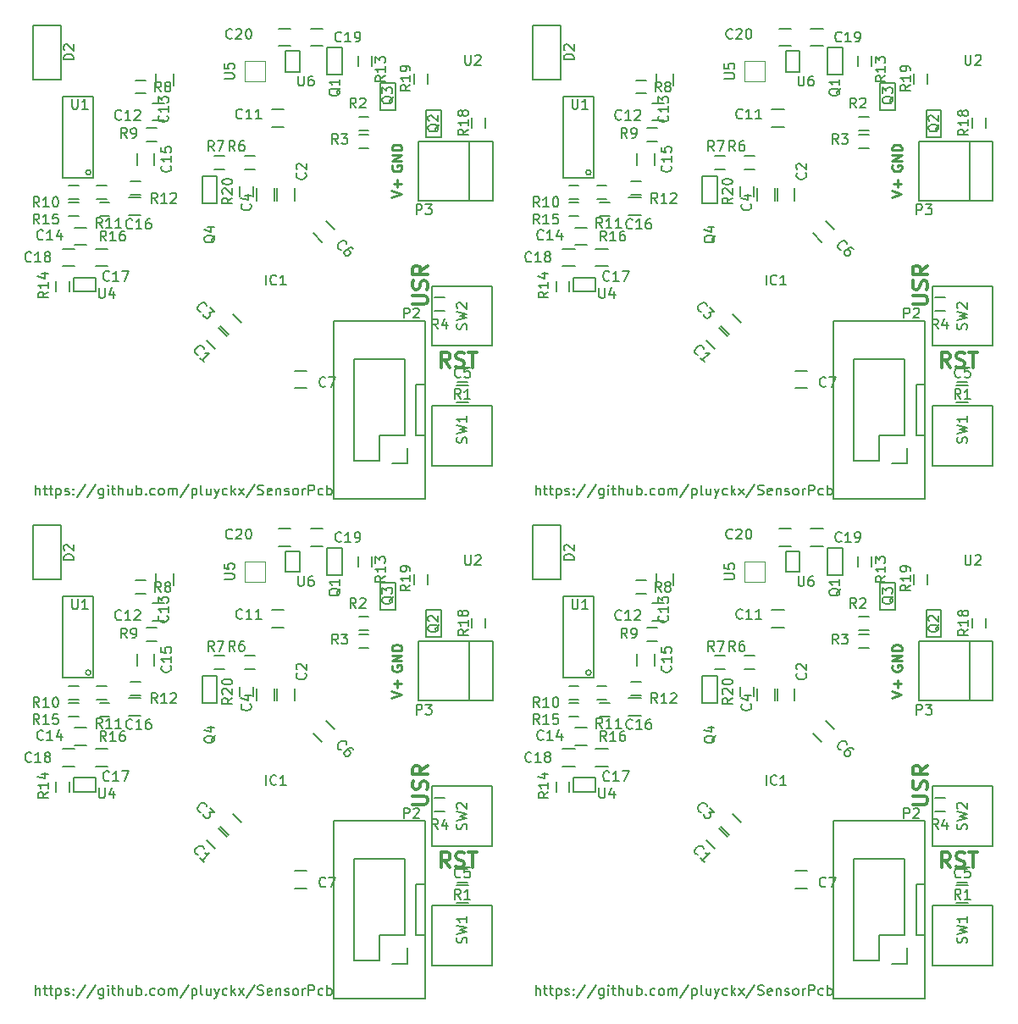
<source format=gto>
G04 #@! TF.FileFunction,Legend,Top*
%FSLAX46Y46*%
G04 Gerber Fmt 4.6, Leading zero omitted, Abs format (unit mm)*
G04 Created by KiCad (PCBNEW 4.0.4+dfsg1-stable) date Wed Mar  8 21:16:26 2017*
%MOMM*%
%LPD*%
G01*
G04 APERTURE LIST*
%ADD10C,0.100000*%
%ADD11C,0.300000*%
%ADD12C,0.250000*%
%ADD13C,0.200000*%
%ADD14C,0.150000*%
G04 APERTURE END LIST*
D10*
D11*
X130778571Y-119192857D02*
X131992857Y-119192857D01*
X132135714Y-119121429D01*
X132207143Y-119050000D01*
X132278571Y-118907143D01*
X132278571Y-118621429D01*
X132207143Y-118478571D01*
X132135714Y-118407143D01*
X131992857Y-118335714D01*
X130778571Y-118335714D01*
X132207143Y-117692857D02*
X132278571Y-117478571D01*
X132278571Y-117121428D01*
X132207143Y-116978571D01*
X132135714Y-116907142D01*
X131992857Y-116835714D01*
X131850000Y-116835714D01*
X131707143Y-116907142D01*
X131635714Y-116978571D01*
X131564286Y-117121428D01*
X131492857Y-117407142D01*
X131421429Y-117550000D01*
X131350000Y-117621428D01*
X131207143Y-117692857D01*
X131064286Y-117692857D01*
X130921429Y-117621428D01*
X130850000Y-117550000D01*
X130778571Y-117407142D01*
X130778571Y-117050000D01*
X130850000Y-116835714D01*
X132278571Y-115335714D02*
X131564286Y-115835714D01*
X132278571Y-116192857D02*
X130778571Y-116192857D01*
X130778571Y-115621429D01*
X130850000Y-115478571D01*
X130921429Y-115407143D01*
X131064286Y-115335714D01*
X131278571Y-115335714D01*
X131421429Y-115407143D01*
X131492857Y-115478571D01*
X131564286Y-115621429D01*
X131564286Y-116192857D01*
X134528572Y-125478571D02*
X134028572Y-124764286D01*
X133671429Y-125478571D02*
X133671429Y-123978571D01*
X134242857Y-123978571D01*
X134385715Y-124050000D01*
X134457143Y-124121429D01*
X134528572Y-124264286D01*
X134528572Y-124478571D01*
X134457143Y-124621429D01*
X134385715Y-124692857D01*
X134242857Y-124764286D01*
X133671429Y-124764286D01*
X135100000Y-125407143D02*
X135314286Y-125478571D01*
X135671429Y-125478571D01*
X135814286Y-125407143D01*
X135885715Y-125335714D01*
X135957143Y-125192857D01*
X135957143Y-125050000D01*
X135885715Y-124907143D01*
X135814286Y-124835714D01*
X135671429Y-124764286D01*
X135385715Y-124692857D01*
X135242857Y-124621429D01*
X135171429Y-124550000D01*
X135100000Y-124407143D01*
X135100000Y-124264286D01*
X135171429Y-124121429D01*
X135242857Y-124050000D01*
X135385715Y-123978571D01*
X135742857Y-123978571D01*
X135957143Y-124050000D01*
X136385714Y-123978571D02*
X137242857Y-123978571D01*
X136814286Y-125478571D02*
X136814286Y-123978571D01*
D12*
X128652381Y-108502381D02*
X129652381Y-108169048D01*
X128652381Y-107835714D01*
X129271429Y-107502381D02*
X129271429Y-106740476D01*
X129652381Y-107121428D02*
X128890476Y-107121428D01*
X128750000Y-105311904D02*
X128702381Y-105407142D01*
X128702381Y-105549999D01*
X128750000Y-105692857D01*
X128845238Y-105788095D01*
X128940476Y-105835714D01*
X129130952Y-105883333D01*
X129273810Y-105883333D01*
X129464286Y-105835714D01*
X129559524Y-105788095D01*
X129654762Y-105692857D01*
X129702381Y-105549999D01*
X129702381Y-105454761D01*
X129654762Y-105311904D01*
X129607143Y-105264285D01*
X129273810Y-105264285D01*
X129273810Y-105454761D01*
X129702381Y-104835714D02*
X128702381Y-104835714D01*
X129702381Y-104264285D01*
X128702381Y-104264285D01*
X129702381Y-103788095D02*
X128702381Y-103788095D01*
X128702381Y-103550000D01*
X128750000Y-103407142D01*
X128845238Y-103311904D01*
X128940476Y-103264285D01*
X129130952Y-103216666D01*
X129273810Y-103216666D01*
X129464286Y-103264285D01*
X129559524Y-103311904D01*
X129654762Y-103407142D01*
X129702381Y-103550000D01*
X129702381Y-103788095D01*
D13*
X93114284Y-138252381D02*
X93114284Y-137252381D01*
X93542856Y-138252381D02*
X93542856Y-137728571D01*
X93495237Y-137633333D01*
X93399999Y-137585714D01*
X93257141Y-137585714D01*
X93161903Y-137633333D01*
X93114284Y-137680952D01*
X93876189Y-137585714D02*
X94257141Y-137585714D01*
X94019046Y-137252381D02*
X94019046Y-138109524D01*
X94066665Y-138204762D01*
X94161903Y-138252381D01*
X94257141Y-138252381D01*
X94447618Y-137585714D02*
X94828570Y-137585714D01*
X94590475Y-137252381D02*
X94590475Y-138109524D01*
X94638094Y-138204762D01*
X94733332Y-138252381D01*
X94828570Y-138252381D01*
X95161904Y-137585714D02*
X95161904Y-138585714D01*
X95161904Y-137633333D02*
X95257142Y-137585714D01*
X95447619Y-137585714D01*
X95542857Y-137633333D01*
X95590476Y-137680952D01*
X95638095Y-137776190D01*
X95638095Y-138061905D01*
X95590476Y-138157143D01*
X95542857Y-138204762D01*
X95447619Y-138252381D01*
X95257142Y-138252381D01*
X95161904Y-138204762D01*
X96019047Y-138204762D02*
X96114285Y-138252381D01*
X96304761Y-138252381D01*
X96400000Y-138204762D01*
X96447619Y-138109524D01*
X96447619Y-138061905D01*
X96400000Y-137966667D01*
X96304761Y-137919048D01*
X96161904Y-137919048D01*
X96066666Y-137871429D01*
X96019047Y-137776190D01*
X96019047Y-137728571D01*
X96066666Y-137633333D01*
X96161904Y-137585714D01*
X96304761Y-137585714D01*
X96400000Y-137633333D01*
X96876190Y-138157143D02*
X96923809Y-138204762D01*
X96876190Y-138252381D01*
X96828571Y-138204762D01*
X96876190Y-138157143D01*
X96876190Y-138252381D01*
X96876190Y-137633333D02*
X96923809Y-137680952D01*
X96876190Y-137728571D01*
X96828571Y-137680952D01*
X96876190Y-137633333D01*
X96876190Y-137728571D01*
X98066666Y-137204762D02*
X97209523Y-138490476D01*
X99114285Y-137204762D02*
X98257142Y-138490476D01*
X99876190Y-137585714D02*
X99876190Y-138395238D01*
X99828571Y-138490476D01*
X99780952Y-138538095D01*
X99685713Y-138585714D01*
X99542856Y-138585714D01*
X99447618Y-138538095D01*
X99876190Y-138204762D02*
X99780952Y-138252381D01*
X99590475Y-138252381D01*
X99495237Y-138204762D01*
X99447618Y-138157143D01*
X99399999Y-138061905D01*
X99399999Y-137776190D01*
X99447618Y-137680952D01*
X99495237Y-137633333D01*
X99590475Y-137585714D01*
X99780952Y-137585714D01*
X99876190Y-137633333D01*
X100352380Y-138252381D02*
X100352380Y-137585714D01*
X100352380Y-137252381D02*
X100304761Y-137300000D01*
X100352380Y-137347619D01*
X100399999Y-137300000D01*
X100352380Y-137252381D01*
X100352380Y-137347619D01*
X100685713Y-137585714D02*
X101066665Y-137585714D01*
X100828570Y-137252381D02*
X100828570Y-138109524D01*
X100876189Y-138204762D01*
X100971427Y-138252381D01*
X101066665Y-138252381D01*
X101399999Y-138252381D02*
X101399999Y-137252381D01*
X101828571Y-138252381D02*
X101828571Y-137728571D01*
X101780952Y-137633333D01*
X101685714Y-137585714D01*
X101542856Y-137585714D01*
X101447618Y-137633333D01*
X101399999Y-137680952D01*
X102733333Y-137585714D02*
X102733333Y-138252381D01*
X102304761Y-137585714D02*
X102304761Y-138109524D01*
X102352380Y-138204762D01*
X102447618Y-138252381D01*
X102590476Y-138252381D01*
X102685714Y-138204762D01*
X102733333Y-138157143D01*
X103209523Y-138252381D02*
X103209523Y-137252381D01*
X103209523Y-137633333D02*
X103304761Y-137585714D01*
X103495238Y-137585714D01*
X103590476Y-137633333D01*
X103638095Y-137680952D01*
X103685714Y-137776190D01*
X103685714Y-138061905D01*
X103638095Y-138157143D01*
X103590476Y-138204762D01*
X103495238Y-138252381D01*
X103304761Y-138252381D01*
X103209523Y-138204762D01*
X104114285Y-138157143D02*
X104161904Y-138204762D01*
X104114285Y-138252381D01*
X104066666Y-138204762D01*
X104114285Y-138157143D01*
X104114285Y-138252381D01*
X105019047Y-138204762D02*
X104923809Y-138252381D01*
X104733332Y-138252381D01*
X104638094Y-138204762D01*
X104590475Y-138157143D01*
X104542856Y-138061905D01*
X104542856Y-137776190D01*
X104590475Y-137680952D01*
X104638094Y-137633333D01*
X104733332Y-137585714D01*
X104923809Y-137585714D01*
X105019047Y-137633333D01*
X105590475Y-138252381D02*
X105495237Y-138204762D01*
X105447618Y-138157143D01*
X105399999Y-138061905D01*
X105399999Y-137776190D01*
X105447618Y-137680952D01*
X105495237Y-137633333D01*
X105590475Y-137585714D01*
X105733333Y-137585714D01*
X105828571Y-137633333D01*
X105876190Y-137680952D01*
X105923809Y-137776190D01*
X105923809Y-138061905D01*
X105876190Y-138157143D01*
X105828571Y-138204762D01*
X105733333Y-138252381D01*
X105590475Y-138252381D01*
X106352380Y-138252381D02*
X106352380Y-137585714D01*
X106352380Y-137680952D02*
X106399999Y-137633333D01*
X106495237Y-137585714D01*
X106638095Y-137585714D01*
X106733333Y-137633333D01*
X106780952Y-137728571D01*
X106780952Y-138252381D01*
X106780952Y-137728571D02*
X106828571Y-137633333D01*
X106923809Y-137585714D01*
X107066666Y-137585714D01*
X107161904Y-137633333D01*
X107209523Y-137728571D01*
X107209523Y-138252381D01*
X108399999Y-137204762D02*
X107542856Y-138490476D01*
X108733332Y-137585714D02*
X108733332Y-138585714D01*
X108733332Y-137633333D02*
X108828570Y-137585714D01*
X109019047Y-137585714D01*
X109114285Y-137633333D01*
X109161904Y-137680952D01*
X109209523Y-137776190D01*
X109209523Y-138061905D01*
X109161904Y-138157143D01*
X109114285Y-138204762D01*
X109019047Y-138252381D01*
X108828570Y-138252381D01*
X108733332Y-138204762D01*
X109780951Y-138252381D02*
X109685713Y-138204762D01*
X109638094Y-138109524D01*
X109638094Y-137252381D01*
X110590476Y-137585714D02*
X110590476Y-138252381D01*
X110161904Y-137585714D02*
X110161904Y-138109524D01*
X110209523Y-138204762D01*
X110304761Y-138252381D01*
X110447619Y-138252381D01*
X110542857Y-138204762D01*
X110590476Y-138157143D01*
X110971428Y-137585714D02*
X111209523Y-138252381D01*
X111447619Y-137585714D02*
X111209523Y-138252381D01*
X111114285Y-138490476D01*
X111066666Y-138538095D01*
X110971428Y-138585714D01*
X112257143Y-138204762D02*
X112161905Y-138252381D01*
X111971428Y-138252381D01*
X111876190Y-138204762D01*
X111828571Y-138157143D01*
X111780952Y-138061905D01*
X111780952Y-137776190D01*
X111828571Y-137680952D01*
X111876190Y-137633333D01*
X111971428Y-137585714D01*
X112161905Y-137585714D01*
X112257143Y-137633333D01*
X112685714Y-138252381D02*
X112685714Y-137252381D01*
X112780952Y-137871429D02*
X113066667Y-138252381D01*
X113066667Y-137585714D02*
X112685714Y-137966667D01*
X113400000Y-138252381D02*
X113923810Y-137585714D01*
X113400000Y-137585714D02*
X113923810Y-138252381D01*
X115019048Y-137204762D02*
X114161905Y-138490476D01*
X115304762Y-138204762D02*
X115447619Y-138252381D01*
X115685715Y-138252381D01*
X115780953Y-138204762D01*
X115828572Y-138157143D01*
X115876191Y-138061905D01*
X115876191Y-137966667D01*
X115828572Y-137871429D01*
X115780953Y-137823810D01*
X115685715Y-137776190D01*
X115495238Y-137728571D01*
X115400000Y-137680952D01*
X115352381Y-137633333D01*
X115304762Y-137538095D01*
X115304762Y-137442857D01*
X115352381Y-137347619D01*
X115400000Y-137300000D01*
X115495238Y-137252381D01*
X115733334Y-137252381D01*
X115876191Y-137300000D01*
X116685715Y-138204762D02*
X116590477Y-138252381D01*
X116400000Y-138252381D01*
X116304762Y-138204762D01*
X116257143Y-138109524D01*
X116257143Y-137728571D01*
X116304762Y-137633333D01*
X116400000Y-137585714D01*
X116590477Y-137585714D01*
X116685715Y-137633333D01*
X116733334Y-137728571D01*
X116733334Y-137823810D01*
X116257143Y-137919048D01*
X117161905Y-137585714D02*
X117161905Y-138252381D01*
X117161905Y-137680952D02*
X117209524Y-137633333D01*
X117304762Y-137585714D01*
X117447620Y-137585714D01*
X117542858Y-137633333D01*
X117590477Y-137728571D01*
X117590477Y-138252381D01*
X118019048Y-138204762D02*
X118114286Y-138252381D01*
X118304762Y-138252381D01*
X118400001Y-138204762D01*
X118447620Y-138109524D01*
X118447620Y-138061905D01*
X118400001Y-137966667D01*
X118304762Y-137919048D01*
X118161905Y-137919048D01*
X118066667Y-137871429D01*
X118019048Y-137776190D01*
X118019048Y-137728571D01*
X118066667Y-137633333D01*
X118161905Y-137585714D01*
X118304762Y-137585714D01*
X118400001Y-137633333D01*
X119019048Y-138252381D02*
X118923810Y-138204762D01*
X118876191Y-138157143D01*
X118828572Y-138061905D01*
X118828572Y-137776190D01*
X118876191Y-137680952D01*
X118923810Y-137633333D01*
X119019048Y-137585714D01*
X119161906Y-137585714D01*
X119257144Y-137633333D01*
X119304763Y-137680952D01*
X119352382Y-137776190D01*
X119352382Y-138061905D01*
X119304763Y-138157143D01*
X119257144Y-138204762D01*
X119161906Y-138252381D01*
X119019048Y-138252381D01*
X119780953Y-138252381D02*
X119780953Y-137585714D01*
X119780953Y-137776190D02*
X119828572Y-137680952D01*
X119876191Y-137633333D01*
X119971429Y-137585714D01*
X120066668Y-137585714D01*
X120400001Y-138252381D02*
X120400001Y-137252381D01*
X120780954Y-137252381D01*
X120876192Y-137300000D01*
X120923811Y-137347619D01*
X120971430Y-137442857D01*
X120971430Y-137585714D01*
X120923811Y-137680952D01*
X120876192Y-137728571D01*
X120780954Y-137776190D01*
X120400001Y-137776190D01*
X121828573Y-138204762D02*
X121733335Y-138252381D01*
X121542858Y-138252381D01*
X121447620Y-138204762D01*
X121400001Y-138157143D01*
X121352382Y-138061905D01*
X121352382Y-137776190D01*
X121400001Y-137680952D01*
X121447620Y-137633333D01*
X121542858Y-137585714D01*
X121733335Y-137585714D01*
X121828573Y-137633333D01*
X122257144Y-138252381D02*
X122257144Y-137252381D01*
X122257144Y-137633333D02*
X122352382Y-137585714D01*
X122542859Y-137585714D01*
X122638097Y-137633333D01*
X122685716Y-137680952D01*
X122733335Y-137776190D01*
X122733335Y-138061905D01*
X122685716Y-138157143D01*
X122638097Y-138204762D01*
X122542859Y-138252381D01*
X122352382Y-138252381D01*
X122257144Y-138204762D01*
D11*
X180778571Y-119192857D02*
X181992857Y-119192857D01*
X182135714Y-119121429D01*
X182207143Y-119050000D01*
X182278571Y-118907143D01*
X182278571Y-118621429D01*
X182207143Y-118478571D01*
X182135714Y-118407143D01*
X181992857Y-118335714D01*
X180778571Y-118335714D01*
X182207143Y-117692857D02*
X182278571Y-117478571D01*
X182278571Y-117121428D01*
X182207143Y-116978571D01*
X182135714Y-116907142D01*
X181992857Y-116835714D01*
X181850000Y-116835714D01*
X181707143Y-116907142D01*
X181635714Y-116978571D01*
X181564286Y-117121428D01*
X181492857Y-117407142D01*
X181421429Y-117550000D01*
X181350000Y-117621428D01*
X181207143Y-117692857D01*
X181064286Y-117692857D01*
X180921429Y-117621428D01*
X180850000Y-117550000D01*
X180778571Y-117407142D01*
X180778571Y-117050000D01*
X180850000Y-116835714D01*
X182278571Y-115335714D02*
X181564286Y-115835714D01*
X182278571Y-116192857D02*
X180778571Y-116192857D01*
X180778571Y-115621429D01*
X180850000Y-115478571D01*
X180921429Y-115407143D01*
X181064286Y-115335714D01*
X181278571Y-115335714D01*
X181421429Y-115407143D01*
X181492857Y-115478571D01*
X181564286Y-115621429D01*
X181564286Y-116192857D01*
X184528572Y-125478571D02*
X184028572Y-124764286D01*
X183671429Y-125478571D02*
X183671429Y-123978571D01*
X184242857Y-123978571D01*
X184385715Y-124050000D01*
X184457143Y-124121429D01*
X184528572Y-124264286D01*
X184528572Y-124478571D01*
X184457143Y-124621429D01*
X184385715Y-124692857D01*
X184242857Y-124764286D01*
X183671429Y-124764286D01*
X185100000Y-125407143D02*
X185314286Y-125478571D01*
X185671429Y-125478571D01*
X185814286Y-125407143D01*
X185885715Y-125335714D01*
X185957143Y-125192857D01*
X185957143Y-125050000D01*
X185885715Y-124907143D01*
X185814286Y-124835714D01*
X185671429Y-124764286D01*
X185385715Y-124692857D01*
X185242857Y-124621429D01*
X185171429Y-124550000D01*
X185100000Y-124407143D01*
X185100000Y-124264286D01*
X185171429Y-124121429D01*
X185242857Y-124050000D01*
X185385715Y-123978571D01*
X185742857Y-123978571D01*
X185957143Y-124050000D01*
X186385714Y-123978571D02*
X187242857Y-123978571D01*
X186814286Y-125478571D02*
X186814286Y-123978571D01*
D12*
X178652381Y-108502381D02*
X179652381Y-108169048D01*
X178652381Y-107835714D01*
X179271429Y-107502381D02*
X179271429Y-106740476D01*
X179652381Y-107121428D02*
X178890476Y-107121428D01*
X178750000Y-105311904D02*
X178702381Y-105407142D01*
X178702381Y-105549999D01*
X178750000Y-105692857D01*
X178845238Y-105788095D01*
X178940476Y-105835714D01*
X179130952Y-105883333D01*
X179273810Y-105883333D01*
X179464286Y-105835714D01*
X179559524Y-105788095D01*
X179654762Y-105692857D01*
X179702381Y-105549999D01*
X179702381Y-105454761D01*
X179654762Y-105311904D01*
X179607143Y-105264285D01*
X179273810Y-105264285D01*
X179273810Y-105454761D01*
X179702381Y-104835714D02*
X178702381Y-104835714D01*
X179702381Y-104264285D01*
X178702381Y-104264285D01*
X179702381Y-103788095D02*
X178702381Y-103788095D01*
X178702381Y-103550000D01*
X178750000Y-103407142D01*
X178845238Y-103311904D01*
X178940476Y-103264285D01*
X179130952Y-103216666D01*
X179273810Y-103216666D01*
X179464286Y-103264285D01*
X179559524Y-103311904D01*
X179654762Y-103407142D01*
X179702381Y-103550000D01*
X179702381Y-103788095D01*
D13*
X143114284Y-138252381D02*
X143114284Y-137252381D01*
X143542856Y-138252381D02*
X143542856Y-137728571D01*
X143495237Y-137633333D01*
X143399999Y-137585714D01*
X143257141Y-137585714D01*
X143161903Y-137633333D01*
X143114284Y-137680952D01*
X143876189Y-137585714D02*
X144257141Y-137585714D01*
X144019046Y-137252381D02*
X144019046Y-138109524D01*
X144066665Y-138204762D01*
X144161903Y-138252381D01*
X144257141Y-138252381D01*
X144447618Y-137585714D02*
X144828570Y-137585714D01*
X144590475Y-137252381D02*
X144590475Y-138109524D01*
X144638094Y-138204762D01*
X144733332Y-138252381D01*
X144828570Y-138252381D01*
X145161904Y-137585714D02*
X145161904Y-138585714D01*
X145161904Y-137633333D02*
X145257142Y-137585714D01*
X145447619Y-137585714D01*
X145542857Y-137633333D01*
X145590476Y-137680952D01*
X145638095Y-137776190D01*
X145638095Y-138061905D01*
X145590476Y-138157143D01*
X145542857Y-138204762D01*
X145447619Y-138252381D01*
X145257142Y-138252381D01*
X145161904Y-138204762D01*
X146019047Y-138204762D02*
X146114285Y-138252381D01*
X146304761Y-138252381D01*
X146400000Y-138204762D01*
X146447619Y-138109524D01*
X146447619Y-138061905D01*
X146400000Y-137966667D01*
X146304761Y-137919048D01*
X146161904Y-137919048D01*
X146066666Y-137871429D01*
X146019047Y-137776190D01*
X146019047Y-137728571D01*
X146066666Y-137633333D01*
X146161904Y-137585714D01*
X146304761Y-137585714D01*
X146400000Y-137633333D01*
X146876190Y-138157143D02*
X146923809Y-138204762D01*
X146876190Y-138252381D01*
X146828571Y-138204762D01*
X146876190Y-138157143D01*
X146876190Y-138252381D01*
X146876190Y-137633333D02*
X146923809Y-137680952D01*
X146876190Y-137728571D01*
X146828571Y-137680952D01*
X146876190Y-137633333D01*
X146876190Y-137728571D01*
X148066666Y-137204762D02*
X147209523Y-138490476D01*
X149114285Y-137204762D02*
X148257142Y-138490476D01*
X149876190Y-137585714D02*
X149876190Y-138395238D01*
X149828571Y-138490476D01*
X149780952Y-138538095D01*
X149685713Y-138585714D01*
X149542856Y-138585714D01*
X149447618Y-138538095D01*
X149876190Y-138204762D02*
X149780952Y-138252381D01*
X149590475Y-138252381D01*
X149495237Y-138204762D01*
X149447618Y-138157143D01*
X149399999Y-138061905D01*
X149399999Y-137776190D01*
X149447618Y-137680952D01*
X149495237Y-137633333D01*
X149590475Y-137585714D01*
X149780952Y-137585714D01*
X149876190Y-137633333D01*
X150352380Y-138252381D02*
X150352380Y-137585714D01*
X150352380Y-137252381D02*
X150304761Y-137300000D01*
X150352380Y-137347619D01*
X150399999Y-137300000D01*
X150352380Y-137252381D01*
X150352380Y-137347619D01*
X150685713Y-137585714D02*
X151066665Y-137585714D01*
X150828570Y-137252381D02*
X150828570Y-138109524D01*
X150876189Y-138204762D01*
X150971427Y-138252381D01*
X151066665Y-138252381D01*
X151399999Y-138252381D02*
X151399999Y-137252381D01*
X151828571Y-138252381D02*
X151828571Y-137728571D01*
X151780952Y-137633333D01*
X151685714Y-137585714D01*
X151542856Y-137585714D01*
X151447618Y-137633333D01*
X151399999Y-137680952D01*
X152733333Y-137585714D02*
X152733333Y-138252381D01*
X152304761Y-137585714D02*
X152304761Y-138109524D01*
X152352380Y-138204762D01*
X152447618Y-138252381D01*
X152590476Y-138252381D01*
X152685714Y-138204762D01*
X152733333Y-138157143D01*
X153209523Y-138252381D02*
X153209523Y-137252381D01*
X153209523Y-137633333D02*
X153304761Y-137585714D01*
X153495238Y-137585714D01*
X153590476Y-137633333D01*
X153638095Y-137680952D01*
X153685714Y-137776190D01*
X153685714Y-138061905D01*
X153638095Y-138157143D01*
X153590476Y-138204762D01*
X153495238Y-138252381D01*
X153304761Y-138252381D01*
X153209523Y-138204762D01*
X154114285Y-138157143D02*
X154161904Y-138204762D01*
X154114285Y-138252381D01*
X154066666Y-138204762D01*
X154114285Y-138157143D01*
X154114285Y-138252381D01*
X155019047Y-138204762D02*
X154923809Y-138252381D01*
X154733332Y-138252381D01*
X154638094Y-138204762D01*
X154590475Y-138157143D01*
X154542856Y-138061905D01*
X154542856Y-137776190D01*
X154590475Y-137680952D01*
X154638094Y-137633333D01*
X154733332Y-137585714D01*
X154923809Y-137585714D01*
X155019047Y-137633333D01*
X155590475Y-138252381D02*
X155495237Y-138204762D01*
X155447618Y-138157143D01*
X155399999Y-138061905D01*
X155399999Y-137776190D01*
X155447618Y-137680952D01*
X155495237Y-137633333D01*
X155590475Y-137585714D01*
X155733333Y-137585714D01*
X155828571Y-137633333D01*
X155876190Y-137680952D01*
X155923809Y-137776190D01*
X155923809Y-138061905D01*
X155876190Y-138157143D01*
X155828571Y-138204762D01*
X155733333Y-138252381D01*
X155590475Y-138252381D01*
X156352380Y-138252381D02*
X156352380Y-137585714D01*
X156352380Y-137680952D02*
X156399999Y-137633333D01*
X156495237Y-137585714D01*
X156638095Y-137585714D01*
X156733333Y-137633333D01*
X156780952Y-137728571D01*
X156780952Y-138252381D01*
X156780952Y-137728571D02*
X156828571Y-137633333D01*
X156923809Y-137585714D01*
X157066666Y-137585714D01*
X157161904Y-137633333D01*
X157209523Y-137728571D01*
X157209523Y-138252381D01*
X158399999Y-137204762D02*
X157542856Y-138490476D01*
X158733332Y-137585714D02*
X158733332Y-138585714D01*
X158733332Y-137633333D02*
X158828570Y-137585714D01*
X159019047Y-137585714D01*
X159114285Y-137633333D01*
X159161904Y-137680952D01*
X159209523Y-137776190D01*
X159209523Y-138061905D01*
X159161904Y-138157143D01*
X159114285Y-138204762D01*
X159019047Y-138252381D01*
X158828570Y-138252381D01*
X158733332Y-138204762D01*
X159780951Y-138252381D02*
X159685713Y-138204762D01*
X159638094Y-138109524D01*
X159638094Y-137252381D01*
X160590476Y-137585714D02*
X160590476Y-138252381D01*
X160161904Y-137585714D02*
X160161904Y-138109524D01*
X160209523Y-138204762D01*
X160304761Y-138252381D01*
X160447619Y-138252381D01*
X160542857Y-138204762D01*
X160590476Y-138157143D01*
X160971428Y-137585714D02*
X161209523Y-138252381D01*
X161447619Y-137585714D02*
X161209523Y-138252381D01*
X161114285Y-138490476D01*
X161066666Y-138538095D01*
X160971428Y-138585714D01*
X162257143Y-138204762D02*
X162161905Y-138252381D01*
X161971428Y-138252381D01*
X161876190Y-138204762D01*
X161828571Y-138157143D01*
X161780952Y-138061905D01*
X161780952Y-137776190D01*
X161828571Y-137680952D01*
X161876190Y-137633333D01*
X161971428Y-137585714D01*
X162161905Y-137585714D01*
X162257143Y-137633333D01*
X162685714Y-138252381D02*
X162685714Y-137252381D01*
X162780952Y-137871429D02*
X163066667Y-138252381D01*
X163066667Y-137585714D02*
X162685714Y-137966667D01*
X163400000Y-138252381D02*
X163923810Y-137585714D01*
X163400000Y-137585714D02*
X163923810Y-138252381D01*
X165019048Y-137204762D02*
X164161905Y-138490476D01*
X165304762Y-138204762D02*
X165447619Y-138252381D01*
X165685715Y-138252381D01*
X165780953Y-138204762D01*
X165828572Y-138157143D01*
X165876191Y-138061905D01*
X165876191Y-137966667D01*
X165828572Y-137871429D01*
X165780953Y-137823810D01*
X165685715Y-137776190D01*
X165495238Y-137728571D01*
X165400000Y-137680952D01*
X165352381Y-137633333D01*
X165304762Y-137538095D01*
X165304762Y-137442857D01*
X165352381Y-137347619D01*
X165400000Y-137300000D01*
X165495238Y-137252381D01*
X165733334Y-137252381D01*
X165876191Y-137300000D01*
X166685715Y-138204762D02*
X166590477Y-138252381D01*
X166400000Y-138252381D01*
X166304762Y-138204762D01*
X166257143Y-138109524D01*
X166257143Y-137728571D01*
X166304762Y-137633333D01*
X166400000Y-137585714D01*
X166590477Y-137585714D01*
X166685715Y-137633333D01*
X166733334Y-137728571D01*
X166733334Y-137823810D01*
X166257143Y-137919048D01*
X167161905Y-137585714D02*
X167161905Y-138252381D01*
X167161905Y-137680952D02*
X167209524Y-137633333D01*
X167304762Y-137585714D01*
X167447620Y-137585714D01*
X167542858Y-137633333D01*
X167590477Y-137728571D01*
X167590477Y-138252381D01*
X168019048Y-138204762D02*
X168114286Y-138252381D01*
X168304762Y-138252381D01*
X168400001Y-138204762D01*
X168447620Y-138109524D01*
X168447620Y-138061905D01*
X168400001Y-137966667D01*
X168304762Y-137919048D01*
X168161905Y-137919048D01*
X168066667Y-137871429D01*
X168019048Y-137776190D01*
X168019048Y-137728571D01*
X168066667Y-137633333D01*
X168161905Y-137585714D01*
X168304762Y-137585714D01*
X168400001Y-137633333D01*
X169019048Y-138252381D02*
X168923810Y-138204762D01*
X168876191Y-138157143D01*
X168828572Y-138061905D01*
X168828572Y-137776190D01*
X168876191Y-137680952D01*
X168923810Y-137633333D01*
X169019048Y-137585714D01*
X169161906Y-137585714D01*
X169257144Y-137633333D01*
X169304763Y-137680952D01*
X169352382Y-137776190D01*
X169352382Y-138061905D01*
X169304763Y-138157143D01*
X169257144Y-138204762D01*
X169161906Y-138252381D01*
X169019048Y-138252381D01*
X169780953Y-138252381D02*
X169780953Y-137585714D01*
X169780953Y-137776190D02*
X169828572Y-137680952D01*
X169876191Y-137633333D01*
X169971429Y-137585714D01*
X170066668Y-137585714D01*
X170400001Y-138252381D02*
X170400001Y-137252381D01*
X170780954Y-137252381D01*
X170876192Y-137300000D01*
X170923811Y-137347619D01*
X170971430Y-137442857D01*
X170971430Y-137585714D01*
X170923811Y-137680952D01*
X170876192Y-137728571D01*
X170780954Y-137776190D01*
X170400001Y-137776190D01*
X171828573Y-138204762D02*
X171733335Y-138252381D01*
X171542858Y-138252381D01*
X171447620Y-138204762D01*
X171400001Y-138157143D01*
X171352382Y-138061905D01*
X171352382Y-137776190D01*
X171400001Y-137680952D01*
X171447620Y-137633333D01*
X171542858Y-137585714D01*
X171733335Y-137585714D01*
X171828573Y-137633333D01*
X172257144Y-138252381D02*
X172257144Y-137252381D01*
X172257144Y-137633333D02*
X172352382Y-137585714D01*
X172542859Y-137585714D01*
X172638097Y-137633333D01*
X172685716Y-137680952D01*
X172733335Y-137776190D01*
X172733335Y-138061905D01*
X172685716Y-138157143D01*
X172638097Y-138204762D01*
X172542859Y-138252381D01*
X172352382Y-138252381D01*
X172257144Y-138204762D01*
D11*
X180778571Y-69192857D02*
X181992857Y-69192857D01*
X182135714Y-69121429D01*
X182207143Y-69050000D01*
X182278571Y-68907143D01*
X182278571Y-68621429D01*
X182207143Y-68478571D01*
X182135714Y-68407143D01*
X181992857Y-68335714D01*
X180778571Y-68335714D01*
X182207143Y-67692857D02*
X182278571Y-67478571D01*
X182278571Y-67121428D01*
X182207143Y-66978571D01*
X182135714Y-66907142D01*
X181992857Y-66835714D01*
X181850000Y-66835714D01*
X181707143Y-66907142D01*
X181635714Y-66978571D01*
X181564286Y-67121428D01*
X181492857Y-67407142D01*
X181421429Y-67550000D01*
X181350000Y-67621428D01*
X181207143Y-67692857D01*
X181064286Y-67692857D01*
X180921429Y-67621428D01*
X180850000Y-67550000D01*
X180778571Y-67407142D01*
X180778571Y-67050000D01*
X180850000Y-66835714D01*
X182278571Y-65335714D02*
X181564286Y-65835714D01*
X182278571Y-66192857D02*
X180778571Y-66192857D01*
X180778571Y-65621429D01*
X180850000Y-65478571D01*
X180921429Y-65407143D01*
X181064286Y-65335714D01*
X181278571Y-65335714D01*
X181421429Y-65407143D01*
X181492857Y-65478571D01*
X181564286Y-65621429D01*
X181564286Y-66192857D01*
X184528572Y-75478571D02*
X184028572Y-74764286D01*
X183671429Y-75478571D02*
X183671429Y-73978571D01*
X184242857Y-73978571D01*
X184385715Y-74050000D01*
X184457143Y-74121429D01*
X184528572Y-74264286D01*
X184528572Y-74478571D01*
X184457143Y-74621429D01*
X184385715Y-74692857D01*
X184242857Y-74764286D01*
X183671429Y-74764286D01*
X185100000Y-75407143D02*
X185314286Y-75478571D01*
X185671429Y-75478571D01*
X185814286Y-75407143D01*
X185885715Y-75335714D01*
X185957143Y-75192857D01*
X185957143Y-75050000D01*
X185885715Y-74907143D01*
X185814286Y-74835714D01*
X185671429Y-74764286D01*
X185385715Y-74692857D01*
X185242857Y-74621429D01*
X185171429Y-74550000D01*
X185100000Y-74407143D01*
X185100000Y-74264286D01*
X185171429Y-74121429D01*
X185242857Y-74050000D01*
X185385715Y-73978571D01*
X185742857Y-73978571D01*
X185957143Y-74050000D01*
X186385714Y-73978571D02*
X187242857Y-73978571D01*
X186814286Y-75478571D02*
X186814286Y-73978571D01*
D12*
X178652381Y-58502381D02*
X179652381Y-58169048D01*
X178652381Y-57835714D01*
X179271429Y-57502381D02*
X179271429Y-56740476D01*
X179652381Y-57121428D02*
X178890476Y-57121428D01*
X178750000Y-55311904D02*
X178702381Y-55407142D01*
X178702381Y-55549999D01*
X178750000Y-55692857D01*
X178845238Y-55788095D01*
X178940476Y-55835714D01*
X179130952Y-55883333D01*
X179273810Y-55883333D01*
X179464286Y-55835714D01*
X179559524Y-55788095D01*
X179654762Y-55692857D01*
X179702381Y-55549999D01*
X179702381Y-55454761D01*
X179654762Y-55311904D01*
X179607143Y-55264285D01*
X179273810Y-55264285D01*
X179273810Y-55454761D01*
X179702381Y-54835714D02*
X178702381Y-54835714D01*
X179702381Y-54264285D01*
X178702381Y-54264285D01*
X179702381Y-53788095D02*
X178702381Y-53788095D01*
X178702381Y-53550000D01*
X178750000Y-53407142D01*
X178845238Y-53311904D01*
X178940476Y-53264285D01*
X179130952Y-53216666D01*
X179273810Y-53216666D01*
X179464286Y-53264285D01*
X179559524Y-53311904D01*
X179654762Y-53407142D01*
X179702381Y-53550000D01*
X179702381Y-53788095D01*
D13*
X143114284Y-88252381D02*
X143114284Y-87252381D01*
X143542856Y-88252381D02*
X143542856Y-87728571D01*
X143495237Y-87633333D01*
X143399999Y-87585714D01*
X143257141Y-87585714D01*
X143161903Y-87633333D01*
X143114284Y-87680952D01*
X143876189Y-87585714D02*
X144257141Y-87585714D01*
X144019046Y-87252381D02*
X144019046Y-88109524D01*
X144066665Y-88204762D01*
X144161903Y-88252381D01*
X144257141Y-88252381D01*
X144447618Y-87585714D02*
X144828570Y-87585714D01*
X144590475Y-87252381D02*
X144590475Y-88109524D01*
X144638094Y-88204762D01*
X144733332Y-88252381D01*
X144828570Y-88252381D01*
X145161904Y-87585714D02*
X145161904Y-88585714D01*
X145161904Y-87633333D02*
X145257142Y-87585714D01*
X145447619Y-87585714D01*
X145542857Y-87633333D01*
X145590476Y-87680952D01*
X145638095Y-87776190D01*
X145638095Y-88061905D01*
X145590476Y-88157143D01*
X145542857Y-88204762D01*
X145447619Y-88252381D01*
X145257142Y-88252381D01*
X145161904Y-88204762D01*
X146019047Y-88204762D02*
X146114285Y-88252381D01*
X146304761Y-88252381D01*
X146400000Y-88204762D01*
X146447619Y-88109524D01*
X146447619Y-88061905D01*
X146400000Y-87966667D01*
X146304761Y-87919048D01*
X146161904Y-87919048D01*
X146066666Y-87871429D01*
X146019047Y-87776190D01*
X146019047Y-87728571D01*
X146066666Y-87633333D01*
X146161904Y-87585714D01*
X146304761Y-87585714D01*
X146400000Y-87633333D01*
X146876190Y-88157143D02*
X146923809Y-88204762D01*
X146876190Y-88252381D01*
X146828571Y-88204762D01*
X146876190Y-88157143D01*
X146876190Y-88252381D01*
X146876190Y-87633333D02*
X146923809Y-87680952D01*
X146876190Y-87728571D01*
X146828571Y-87680952D01*
X146876190Y-87633333D01*
X146876190Y-87728571D01*
X148066666Y-87204762D02*
X147209523Y-88490476D01*
X149114285Y-87204762D02*
X148257142Y-88490476D01*
X149876190Y-87585714D02*
X149876190Y-88395238D01*
X149828571Y-88490476D01*
X149780952Y-88538095D01*
X149685713Y-88585714D01*
X149542856Y-88585714D01*
X149447618Y-88538095D01*
X149876190Y-88204762D02*
X149780952Y-88252381D01*
X149590475Y-88252381D01*
X149495237Y-88204762D01*
X149447618Y-88157143D01*
X149399999Y-88061905D01*
X149399999Y-87776190D01*
X149447618Y-87680952D01*
X149495237Y-87633333D01*
X149590475Y-87585714D01*
X149780952Y-87585714D01*
X149876190Y-87633333D01*
X150352380Y-88252381D02*
X150352380Y-87585714D01*
X150352380Y-87252381D02*
X150304761Y-87300000D01*
X150352380Y-87347619D01*
X150399999Y-87300000D01*
X150352380Y-87252381D01*
X150352380Y-87347619D01*
X150685713Y-87585714D02*
X151066665Y-87585714D01*
X150828570Y-87252381D02*
X150828570Y-88109524D01*
X150876189Y-88204762D01*
X150971427Y-88252381D01*
X151066665Y-88252381D01*
X151399999Y-88252381D02*
X151399999Y-87252381D01*
X151828571Y-88252381D02*
X151828571Y-87728571D01*
X151780952Y-87633333D01*
X151685714Y-87585714D01*
X151542856Y-87585714D01*
X151447618Y-87633333D01*
X151399999Y-87680952D01*
X152733333Y-87585714D02*
X152733333Y-88252381D01*
X152304761Y-87585714D02*
X152304761Y-88109524D01*
X152352380Y-88204762D01*
X152447618Y-88252381D01*
X152590476Y-88252381D01*
X152685714Y-88204762D01*
X152733333Y-88157143D01*
X153209523Y-88252381D02*
X153209523Y-87252381D01*
X153209523Y-87633333D02*
X153304761Y-87585714D01*
X153495238Y-87585714D01*
X153590476Y-87633333D01*
X153638095Y-87680952D01*
X153685714Y-87776190D01*
X153685714Y-88061905D01*
X153638095Y-88157143D01*
X153590476Y-88204762D01*
X153495238Y-88252381D01*
X153304761Y-88252381D01*
X153209523Y-88204762D01*
X154114285Y-88157143D02*
X154161904Y-88204762D01*
X154114285Y-88252381D01*
X154066666Y-88204762D01*
X154114285Y-88157143D01*
X154114285Y-88252381D01*
X155019047Y-88204762D02*
X154923809Y-88252381D01*
X154733332Y-88252381D01*
X154638094Y-88204762D01*
X154590475Y-88157143D01*
X154542856Y-88061905D01*
X154542856Y-87776190D01*
X154590475Y-87680952D01*
X154638094Y-87633333D01*
X154733332Y-87585714D01*
X154923809Y-87585714D01*
X155019047Y-87633333D01*
X155590475Y-88252381D02*
X155495237Y-88204762D01*
X155447618Y-88157143D01*
X155399999Y-88061905D01*
X155399999Y-87776190D01*
X155447618Y-87680952D01*
X155495237Y-87633333D01*
X155590475Y-87585714D01*
X155733333Y-87585714D01*
X155828571Y-87633333D01*
X155876190Y-87680952D01*
X155923809Y-87776190D01*
X155923809Y-88061905D01*
X155876190Y-88157143D01*
X155828571Y-88204762D01*
X155733333Y-88252381D01*
X155590475Y-88252381D01*
X156352380Y-88252381D02*
X156352380Y-87585714D01*
X156352380Y-87680952D02*
X156399999Y-87633333D01*
X156495237Y-87585714D01*
X156638095Y-87585714D01*
X156733333Y-87633333D01*
X156780952Y-87728571D01*
X156780952Y-88252381D01*
X156780952Y-87728571D02*
X156828571Y-87633333D01*
X156923809Y-87585714D01*
X157066666Y-87585714D01*
X157161904Y-87633333D01*
X157209523Y-87728571D01*
X157209523Y-88252381D01*
X158399999Y-87204762D02*
X157542856Y-88490476D01*
X158733332Y-87585714D02*
X158733332Y-88585714D01*
X158733332Y-87633333D02*
X158828570Y-87585714D01*
X159019047Y-87585714D01*
X159114285Y-87633333D01*
X159161904Y-87680952D01*
X159209523Y-87776190D01*
X159209523Y-88061905D01*
X159161904Y-88157143D01*
X159114285Y-88204762D01*
X159019047Y-88252381D01*
X158828570Y-88252381D01*
X158733332Y-88204762D01*
X159780951Y-88252381D02*
X159685713Y-88204762D01*
X159638094Y-88109524D01*
X159638094Y-87252381D01*
X160590476Y-87585714D02*
X160590476Y-88252381D01*
X160161904Y-87585714D02*
X160161904Y-88109524D01*
X160209523Y-88204762D01*
X160304761Y-88252381D01*
X160447619Y-88252381D01*
X160542857Y-88204762D01*
X160590476Y-88157143D01*
X160971428Y-87585714D02*
X161209523Y-88252381D01*
X161447619Y-87585714D02*
X161209523Y-88252381D01*
X161114285Y-88490476D01*
X161066666Y-88538095D01*
X160971428Y-88585714D01*
X162257143Y-88204762D02*
X162161905Y-88252381D01*
X161971428Y-88252381D01*
X161876190Y-88204762D01*
X161828571Y-88157143D01*
X161780952Y-88061905D01*
X161780952Y-87776190D01*
X161828571Y-87680952D01*
X161876190Y-87633333D01*
X161971428Y-87585714D01*
X162161905Y-87585714D01*
X162257143Y-87633333D01*
X162685714Y-88252381D02*
X162685714Y-87252381D01*
X162780952Y-87871429D02*
X163066667Y-88252381D01*
X163066667Y-87585714D02*
X162685714Y-87966667D01*
X163400000Y-88252381D02*
X163923810Y-87585714D01*
X163400000Y-87585714D02*
X163923810Y-88252381D01*
X165019048Y-87204762D02*
X164161905Y-88490476D01*
X165304762Y-88204762D02*
X165447619Y-88252381D01*
X165685715Y-88252381D01*
X165780953Y-88204762D01*
X165828572Y-88157143D01*
X165876191Y-88061905D01*
X165876191Y-87966667D01*
X165828572Y-87871429D01*
X165780953Y-87823810D01*
X165685715Y-87776190D01*
X165495238Y-87728571D01*
X165400000Y-87680952D01*
X165352381Y-87633333D01*
X165304762Y-87538095D01*
X165304762Y-87442857D01*
X165352381Y-87347619D01*
X165400000Y-87300000D01*
X165495238Y-87252381D01*
X165733334Y-87252381D01*
X165876191Y-87300000D01*
X166685715Y-88204762D02*
X166590477Y-88252381D01*
X166400000Y-88252381D01*
X166304762Y-88204762D01*
X166257143Y-88109524D01*
X166257143Y-87728571D01*
X166304762Y-87633333D01*
X166400000Y-87585714D01*
X166590477Y-87585714D01*
X166685715Y-87633333D01*
X166733334Y-87728571D01*
X166733334Y-87823810D01*
X166257143Y-87919048D01*
X167161905Y-87585714D02*
X167161905Y-88252381D01*
X167161905Y-87680952D02*
X167209524Y-87633333D01*
X167304762Y-87585714D01*
X167447620Y-87585714D01*
X167542858Y-87633333D01*
X167590477Y-87728571D01*
X167590477Y-88252381D01*
X168019048Y-88204762D02*
X168114286Y-88252381D01*
X168304762Y-88252381D01*
X168400001Y-88204762D01*
X168447620Y-88109524D01*
X168447620Y-88061905D01*
X168400001Y-87966667D01*
X168304762Y-87919048D01*
X168161905Y-87919048D01*
X168066667Y-87871429D01*
X168019048Y-87776190D01*
X168019048Y-87728571D01*
X168066667Y-87633333D01*
X168161905Y-87585714D01*
X168304762Y-87585714D01*
X168400001Y-87633333D01*
X169019048Y-88252381D02*
X168923810Y-88204762D01*
X168876191Y-88157143D01*
X168828572Y-88061905D01*
X168828572Y-87776190D01*
X168876191Y-87680952D01*
X168923810Y-87633333D01*
X169019048Y-87585714D01*
X169161906Y-87585714D01*
X169257144Y-87633333D01*
X169304763Y-87680952D01*
X169352382Y-87776190D01*
X169352382Y-88061905D01*
X169304763Y-88157143D01*
X169257144Y-88204762D01*
X169161906Y-88252381D01*
X169019048Y-88252381D01*
X169780953Y-88252381D02*
X169780953Y-87585714D01*
X169780953Y-87776190D02*
X169828572Y-87680952D01*
X169876191Y-87633333D01*
X169971429Y-87585714D01*
X170066668Y-87585714D01*
X170400001Y-88252381D02*
X170400001Y-87252381D01*
X170780954Y-87252381D01*
X170876192Y-87300000D01*
X170923811Y-87347619D01*
X170971430Y-87442857D01*
X170971430Y-87585714D01*
X170923811Y-87680952D01*
X170876192Y-87728571D01*
X170780954Y-87776190D01*
X170400001Y-87776190D01*
X171828573Y-88204762D02*
X171733335Y-88252381D01*
X171542858Y-88252381D01*
X171447620Y-88204762D01*
X171400001Y-88157143D01*
X171352382Y-88061905D01*
X171352382Y-87776190D01*
X171400001Y-87680952D01*
X171447620Y-87633333D01*
X171542858Y-87585714D01*
X171733335Y-87585714D01*
X171828573Y-87633333D01*
X172257144Y-88252381D02*
X172257144Y-87252381D01*
X172257144Y-87633333D02*
X172352382Y-87585714D01*
X172542859Y-87585714D01*
X172638097Y-87633333D01*
X172685716Y-87680952D01*
X172733335Y-87776190D01*
X172733335Y-88061905D01*
X172685716Y-88157143D01*
X172638097Y-88204762D01*
X172542859Y-88252381D01*
X172352382Y-88252381D01*
X172257144Y-88204762D01*
X93114284Y-88252381D02*
X93114284Y-87252381D01*
X93542856Y-88252381D02*
X93542856Y-87728571D01*
X93495237Y-87633333D01*
X93399999Y-87585714D01*
X93257141Y-87585714D01*
X93161903Y-87633333D01*
X93114284Y-87680952D01*
X93876189Y-87585714D02*
X94257141Y-87585714D01*
X94019046Y-87252381D02*
X94019046Y-88109524D01*
X94066665Y-88204762D01*
X94161903Y-88252381D01*
X94257141Y-88252381D01*
X94447618Y-87585714D02*
X94828570Y-87585714D01*
X94590475Y-87252381D02*
X94590475Y-88109524D01*
X94638094Y-88204762D01*
X94733332Y-88252381D01*
X94828570Y-88252381D01*
X95161904Y-87585714D02*
X95161904Y-88585714D01*
X95161904Y-87633333D02*
X95257142Y-87585714D01*
X95447619Y-87585714D01*
X95542857Y-87633333D01*
X95590476Y-87680952D01*
X95638095Y-87776190D01*
X95638095Y-88061905D01*
X95590476Y-88157143D01*
X95542857Y-88204762D01*
X95447619Y-88252381D01*
X95257142Y-88252381D01*
X95161904Y-88204762D01*
X96019047Y-88204762D02*
X96114285Y-88252381D01*
X96304761Y-88252381D01*
X96400000Y-88204762D01*
X96447619Y-88109524D01*
X96447619Y-88061905D01*
X96400000Y-87966667D01*
X96304761Y-87919048D01*
X96161904Y-87919048D01*
X96066666Y-87871429D01*
X96019047Y-87776190D01*
X96019047Y-87728571D01*
X96066666Y-87633333D01*
X96161904Y-87585714D01*
X96304761Y-87585714D01*
X96400000Y-87633333D01*
X96876190Y-88157143D02*
X96923809Y-88204762D01*
X96876190Y-88252381D01*
X96828571Y-88204762D01*
X96876190Y-88157143D01*
X96876190Y-88252381D01*
X96876190Y-87633333D02*
X96923809Y-87680952D01*
X96876190Y-87728571D01*
X96828571Y-87680952D01*
X96876190Y-87633333D01*
X96876190Y-87728571D01*
X98066666Y-87204762D02*
X97209523Y-88490476D01*
X99114285Y-87204762D02*
X98257142Y-88490476D01*
X99876190Y-87585714D02*
X99876190Y-88395238D01*
X99828571Y-88490476D01*
X99780952Y-88538095D01*
X99685713Y-88585714D01*
X99542856Y-88585714D01*
X99447618Y-88538095D01*
X99876190Y-88204762D02*
X99780952Y-88252381D01*
X99590475Y-88252381D01*
X99495237Y-88204762D01*
X99447618Y-88157143D01*
X99399999Y-88061905D01*
X99399999Y-87776190D01*
X99447618Y-87680952D01*
X99495237Y-87633333D01*
X99590475Y-87585714D01*
X99780952Y-87585714D01*
X99876190Y-87633333D01*
X100352380Y-88252381D02*
X100352380Y-87585714D01*
X100352380Y-87252381D02*
X100304761Y-87300000D01*
X100352380Y-87347619D01*
X100399999Y-87300000D01*
X100352380Y-87252381D01*
X100352380Y-87347619D01*
X100685713Y-87585714D02*
X101066665Y-87585714D01*
X100828570Y-87252381D02*
X100828570Y-88109524D01*
X100876189Y-88204762D01*
X100971427Y-88252381D01*
X101066665Y-88252381D01*
X101399999Y-88252381D02*
X101399999Y-87252381D01*
X101828571Y-88252381D02*
X101828571Y-87728571D01*
X101780952Y-87633333D01*
X101685714Y-87585714D01*
X101542856Y-87585714D01*
X101447618Y-87633333D01*
X101399999Y-87680952D01*
X102733333Y-87585714D02*
X102733333Y-88252381D01*
X102304761Y-87585714D02*
X102304761Y-88109524D01*
X102352380Y-88204762D01*
X102447618Y-88252381D01*
X102590476Y-88252381D01*
X102685714Y-88204762D01*
X102733333Y-88157143D01*
X103209523Y-88252381D02*
X103209523Y-87252381D01*
X103209523Y-87633333D02*
X103304761Y-87585714D01*
X103495238Y-87585714D01*
X103590476Y-87633333D01*
X103638095Y-87680952D01*
X103685714Y-87776190D01*
X103685714Y-88061905D01*
X103638095Y-88157143D01*
X103590476Y-88204762D01*
X103495238Y-88252381D01*
X103304761Y-88252381D01*
X103209523Y-88204762D01*
X104114285Y-88157143D02*
X104161904Y-88204762D01*
X104114285Y-88252381D01*
X104066666Y-88204762D01*
X104114285Y-88157143D01*
X104114285Y-88252381D01*
X105019047Y-88204762D02*
X104923809Y-88252381D01*
X104733332Y-88252381D01*
X104638094Y-88204762D01*
X104590475Y-88157143D01*
X104542856Y-88061905D01*
X104542856Y-87776190D01*
X104590475Y-87680952D01*
X104638094Y-87633333D01*
X104733332Y-87585714D01*
X104923809Y-87585714D01*
X105019047Y-87633333D01*
X105590475Y-88252381D02*
X105495237Y-88204762D01*
X105447618Y-88157143D01*
X105399999Y-88061905D01*
X105399999Y-87776190D01*
X105447618Y-87680952D01*
X105495237Y-87633333D01*
X105590475Y-87585714D01*
X105733333Y-87585714D01*
X105828571Y-87633333D01*
X105876190Y-87680952D01*
X105923809Y-87776190D01*
X105923809Y-88061905D01*
X105876190Y-88157143D01*
X105828571Y-88204762D01*
X105733333Y-88252381D01*
X105590475Y-88252381D01*
X106352380Y-88252381D02*
X106352380Y-87585714D01*
X106352380Y-87680952D02*
X106399999Y-87633333D01*
X106495237Y-87585714D01*
X106638095Y-87585714D01*
X106733333Y-87633333D01*
X106780952Y-87728571D01*
X106780952Y-88252381D01*
X106780952Y-87728571D02*
X106828571Y-87633333D01*
X106923809Y-87585714D01*
X107066666Y-87585714D01*
X107161904Y-87633333D01*
X107209523Y-87728571D01*
X107209523Y-88252381D01*
X108399999Y-87204762D02*
X107542856Y-88490476D01*
X108733332Y-87585714D02*
X108733332Y-88585714D01*
X108733332Y-87633333D02*
X108828570Y-87585714D01*
X109019047Y-87585714D01*
X109114285Y-87633333D01*
X109161904Y-87680952D01*
X109209523Y-87776190D01*
X109209523Y-88061905D01*
X109161904Y-88157143D01*
X109114285Y-88204762D01*
X109019047Y-88252381D01*
X108828570Y-88252381D01*
X108733332Y-88204762D01*
X109780951Y-88252381D02*
X109685713Y-88204762D01*
X109638094Y-88109524D01*
X109638094Y-87252381D01*
X110590476Y-87585714D02*
X110590476Y-88252381D01*
X110161904Y-87585714D02*
X110161904Y-88109524D01*
X110209523Y-88204762D01*
X110304761Y-88252381D01*
X110447619Y-88252381D01*
X110542857Y-88204762D01*
X110590476Y-88157143D01*
X110971428Y-87585714D02*
X111209523Y-88252381D01*
X111447619Y-87585714D02*
X111209523Y-88252381D01*
X111114285Y-88490476D01*
X111066666Y-88538095D01*
X110971428Y-88585714D01*
X112257143Y-88204762D02*
X112161905Y-88252381D01*
X111971428Y-88252381D01*
X111876190Y-88204762D01*
X111828571Y-88157143D01*
X111780952Y-88061905D01*
X111780952Y-87776190D01*
X111828571Y-87680952D01*
X111876190Y-87633333D01*
X111971428Y-87585714D01*
X112161905Y-87585714D01*
X112257143Y-87633333D01*
X112685714Y-88252381D02*
X112685714Y-87252381D01*
X112780952Y-87871429D02*
X113066667Y-88252381D01*
X113066667Y-87585714D02*
X112685714Y-87966667D01*
X113400000Y-88252381D02*
X113923810Y-87585714D01*
X113400000Y-87585714D02*
X113923810Y-88252381D01*
X115019048Y-87204762D02*
X114161905Y-88490476D01*
X115304762Y-88204762D02*
X115447619Y-88252381D01*
X115685715Y-88252381D01*
X115780953Y-88204762D01*
X115828572Y-88157143D01*
X115876191Y-88061905D01*
X115876191Y-87966667D01*
X115828572Y-87871429D01*
X115780953Y-87823810D01*
X115685715Y-87776190D01*
X115495238Y-87728571D01*
X115400000Y-87680952D01*
X115352381Y-87633333D01*
X115304762Y-87538095D01*
X115304762Y-87442857D01*
X115352381Y-87347619D01*
X115400000Y-87300000D01*
X115495238Y-87252381D01*
X115733334Y-87252381D01*
X115876191Y-87300000D01*
X116685715Y-88204762D02*
X116590477Y-88252381D01*
X116400000Y-88252381D01*
X116304762Y-88204762D01*
X116257143Y-88109524D01*
X116257143Y-87728571D01*
X116304762Y-87633333D01*
X116400000Y-87585714D01*
X116590477Y-87585714D01*
X116685715Y-87633333D01*
X116733334Y-87728571D01*
X116733334Y-87823810D01*
X116257143Y-87919048D01*
X117161905Y-87585714D02*
X117161905Y-88252381D01*
X117161905Y-87680952D02*
X117209524Y-87633333D01*
X117304762Y-87585714D01*
X117447620Y-87585714D01*
X117542858Y-87633333D01*
X117590477Y-87728571D01*
X117590477Y-88252381D01*
X118019048Y-88204762D02*
X118114286Y-88252381D01*
X118304762Y-88252381D01*
X118400001Y-88204762D01*
X118447620Y-88109524D01*
X118447620Y-88061905D01*
X118400001Y-87966667D01*
X118304762Y-87919048D01*
X118161905Y-87919048D01*
X118066667Y-87871429D01*
X118019048Y-87776190D01*
X118019048Y-87728571D01*
X118066667Y-87633333D01*
X118161905Y-87585714D01*
X118304762Y-87585714D01*
X118400001Y-87633333D01*
X119019048Y-88252381D02*
X118923810Y-88204762D01*
X118876191Y-88157143D01*
X118828572Y-88061905D01*
X118828572Y-87776190D01*
X118876191Y-87680952D01*
X118923810Y-87633333D01*
X119019048Y-87585714D01*
X119161906Y-87585714D01*
X119257144Y-87633333D01*
X119304763Y-87680952D01*
X119352382Y-87776190D01*
X119352382Y-88061905D01*
X119304763Y-88157143D01*
X119257144Y-88204762D01*
X119161906Y-88252381D01*
X119019048Y-88252381D01*
X119780953Y-88252381D02*
X119780953Y-87585714D01*
X119780953Y-87776190D02*
X119828572Y-87680952D01*
X119876191Y-87633333D01*
X119971429Y-87585714D01*
X120066668Y-87585714D01*
X120400001Y-88252381D02*
X120400001Y-87252381D01*
X120780954Y-87252381D01*
X120876192Y-87300000D01*
X120923811Y-87347619D01*
X120971430Y-87442857D01*
X120971430Y-87585714D01*
X120923811Y-87680952D01*
X120876192Y-87728571D01*
X120780954Y-87776190D01*
X120400001Y-87776190D01*
X121828573Y-88204762D02*
X121733335Y-88252381D01*
X121542858Y-88252381D01*
X121447620Y-88204762D01*
X121400001Y-88157143D01*
X121352382Y-88061905D01*
X121352382Y-87776190D01*
X121400001Y-87680952D01*
X121447620Y-87633333D01*
X121542858Y-87585714D01*
X121733335Y-87585714D01*
X121828573Y-87633333D01*
X122257144Y-88252381D02*
X122257144Y-87252381D01*
X122257144Y-87633333D02*
X122352382Y-87585714D01*
X122542859Y-87585714D01*
X122638097Y-87633333D01*
X122685716Y-87680952D01*
X122733335Y-87776190D01*
X122733335Y-88061905D01*
X122685716Y-88157143D01*
X122638097Y-88204762D01*
X122542859Y-88252381D01*
X122352382Y-88252381D01*
X122257144Y-88204762D01*
D12*
X128750000Y-55311904D02*
X128702381Y-55407142D01*
X128702381Y-55549999D01*
X128750000Y-55692857D01*
X128845238Y-55788095D01*
X128940476Y-55835714D01*
X129130952Y-55883333D01*
X129273810Y-55883333D01*
X129464286Y-55835714D01*
X129559524Y-55788095D01*
X129654762Y-55692857D01*
X129702381Y-55549999D01*
X129702381Y-55454761D01*
X129654762Y-55311904D01*
X129607143Y-55264285D01*
X129273810Y-55264285D01*
X129273810Y-55454761D01*
X129702381Y-54835714D02*
X128702381Y-54835714D01*
X129702381Y-54264285D01*
X128702381Y-54264285D01*
X129702381Y-53788095D02*
X128702381Y-53788095D01*
X128702381Y-53550000D01*
X128750000Y-53407142D01*
X128845238Y-53311904D01*
X128940476Y-53264285D01*
X129130952Y-53216666D01*
X129273810Y-53216666D01*
X129464286Y-53264285D01*
X129559524Y-53311904D01*
X129654762Y-53407142D01*
X129702381Y-53550000D01*
X129702381Y-53788095D01*
X128652381Y-58502381D02*
X129652381Y-58169048D01*
X128652381Y-57835714D01*
X129271429Y-57502381D02*
X129271429Y-56740476D01*
X129652381Y-57121428D02*
X128890476Y-57121428D01*
D11*
X134528572Y-75478571D02*
X134028572Y-74764286D01*
X133671429Y-75478571D02*
X133671429Y-73978571D01*
X134242857Y-73978571D01*
X134385715Y-74050000D01*
X134457143Y-74121429D01*
X134528572Y-74264286D01*
X134528572Y-74478571D01*
X134457143Y-74621429D01*
X134385715Y-74692857D01*
X134242857Y-74764286D01*
X133671429Y-74764286D01*
X135100000Y-75407143D02*
X135314286Y-75478571D01*
X135671429Y-75478571D01*
X135814286Y-75407143D01*
X135885715Y-75335714D01*
X135957143Y-75192857D01*
X135957143Y-75050000D01*
X135885715Y-74907143D01*
X135814286Y-74835714D01*
X135671429Y-74764286D01*
X135385715Y-74692857D01*
X135242857Y-74621429D01*
X135171429Y-74550000D01*
X135100000Y-74407143D01*
X135100000Y-74264286D01*
X135171429Y-74121429D01*
X135242857Y-74050000D01*
X135385715Y-73978571D01*
X135742857Y-73978571D01*
X135957143Y-74050000D01*
X136385714Y-73978571D02*
X137242857Y-73978571D01*
X136814286Y-75478571D02*
X136814286Y-73978571D01*
X130778571Y-69192857D02*
X131992857Y-69192857D01*
X132135714Y-69121429D01*
X132207143Y-69050000D01*
X132278571Y-68907143D01*
X132278571Y-68621429D01*
X132207143Y-68478571D01*
X132135714Y-68407143D01*
X131992857Y-68335714D01*
X130778571Y-68335714D01*
X132207143Y-67692857D02*
X132278571Y-67478571D01*
X132278571Y-67121428D01*
X132207143Y-66978571D01*
X132135714Y-66907142D01*
X131992857Y-66835714D01*
X131850000Y-66835714D01*
X131707143Y-66907142D01*
X131635714Y-66978571D01*
X131564286Y-67121428D01*
X131492857Y-67407142D01*
X131421429Y-67550000D01*
X131350000Y-67621428D01*
X131207143Y-67692857D01*
X131064286Y-67692857D01*
X130921429Y-67621428D01*
X130850000Y-67550000D01*
X130778571Y-67407142D01*
X130778571Y-67050000D01*
X130850000Y-66835714D01*
X132278571Y-65335714D02*
X131564286Y-65835714D01*
X132278571Y-66192857D02*
X130778571Y-66192857D01*
X130778571Y-65621429D01*
X130850000Y-65478571D01*
X130921429Y-65407143D01*
X131064286Y-65335714D01*
X131278571Y-65335714D01*
X131421429Y-65407143D01*
X131492857Y-65478571D01*
X131564286Y-65621429D01*
X131564286Y-66192857D01*
D14*
X103600000Y-110275000D02*
X102400000Y-110275000D01*
X102400000Y-108525000D02*
X103600000Y-108525000D01*
X112000000Y-105675000D02*
X111000000Y-105675000D01*
X111000000Y-104325000D02*
X112000000Y-104325000D01*
X109750000Y-106350000D02*
X111250000Y-106350000D01*
X111250000Y-106350000D02*
X111250000Y-109050000D01*
X111250000Y-109050000D02*
X109750000Y-109050000D01*
X109750000Y-109050000D02*
X109750000Y-106350000D01*
X114875000Y-107400000D02*
X114875000Y-108400000D01*
X113525000Y-108400000D02*
X113525000Y-107400000D01*
X103600000Y-108275000D02*
X102600000Y-108275000D01*
X102600000Y-106925000D02*
X103600000Y-106925000D01*
X100200000Y-108675000D02*
X99200000Y-108675000D01*
X99200000Y-107325000D02*
X100200000Y-107325000D01*
X97400000Y-110375000D02*
X96400000Y-110375000D01*
X96400000Y-109025000D02*
X97400000Y-109025000D01*
X97400000Y-108675000D02*
X96400000Y-108675000D01*
X96400000Y-107325000D02*
X97400000Y-107325000D01*
X100500000Y-110375000D02*
X99500000Y-110375000D01*
X99500000Y-109025000D02*
X100500000Y-109025000D01*
X131113000Y-127190000D02*
X132002000Y-127190000D01*
X131113000Y-132270000D02*
X131113000Y-127190000D01*
X132002000Y-132270000D02*
X131113000Y-132270000D01*
X122858000Y-120840000D02*
X122858000Y-138620000D01*
X132002000Y-120840000D02*
X122858000Y-120840000D01*
X132002000Y-138620000D02*
X132002000Y-120840000D01*
X122858000Y-138620000D02*
X132002000Y-138620000D01*
X129970000Y-132270000D02*
X129970000Y-124650000D01*
X129970000Y-124650000D02*
X124890000Y-124650000D01*
X124890000Y-124650000D02*
X124890000Y-134810000D01*
X124890000Y-134810000D02*
X127430000Y-134810000D01*
X128700000Y-135090000D02*
X130250000Y-135090000D01*
X127430000Y-134810000D02*
X127430000Y-132270000D01*
X127430000Y-132270000D02*
X129970000Y-132270000D01*
X130250000Y-135090000D02*
X130250000Y-133540000D01*
X119000000Y-125825000D02*
X120200000Y-125825000D01*
X120200000Y-127575000D02*
X119000000Y-127575000D01*
X111394454Y-121557017D02*
X112242983Y-122405546D01*
X111005546Y-123642983D02*
X110157017Y-122794454D01*
X121705546Y-112942983D02*
X120857017Y-112094454D01*
X122094454Y-110857017D02*
X122942983Y-111705546D01*
X132760000Y-135300000D02*
X132760000Y-129300000D01*
X132760000Y-129300000D02*
X138760000Y-129300000D01*
X138760000Y-129300000D02*
X138760000Y-135300000D01*
X138760000Y-135300000D02*
X132760000Y-135300000D01*
X112794454Y-120157017D02*
X113642983Y-121005546D01*
X112405546Y-122242983D02*
X111557017Y-121394454D01*
X135250000Y-125625000D02*
X136250000Y-125625000D01*
X136250000Y-126975000D02*
X135250000Y-126975000D01*
X136350000Y-129025000D02*
X135150000Y-129025000D01*
X135150000Y-127275000D02*
X136350000Y-127275000D01*
X136450000Y-102900000D02*
X136450000Y-108800000D01*
X131400000Y-102900000D02*
X138800000Y-102900000D01*
X131400000Y-108800000D02*
X131400000Y-102900000D01*
X138800000Y-108800000D02*
X131400000Y-108800000D01*
X138800000Y-102900000D02*
X138800000Y-108800000D01*
X132750000Y-123350000D02*
X132750000Y-117350000D01*
X132750000Y-117350000D02*
X138750000Y-117350000D01*
X138750000Y-117350000D02*
X138750000Y-123350000D01*
X138750000Y-123350000D02*
X132750000Y-123350000D01*
X133000000Y-118525000D02*
X134000000Y-118525000D01*
X134000000Y-119875000D02*
X133000000Y-119875000D01*
X118975000Y-107600000D02*
X118975000Y-108800000D01*
X117225000Y-108800000D02*
X117225000Y-107600000D01*
X118600000Y-93375000D02*
X117400000Y-93375000D01*
X117400000Y-91625000D02*
X118600000Y-91625000D01*
X120600000Y-91625000D02*
X121800000Y-91625000D01*
X121800000Y-93375000D02*
X120600000Y-93375000D01*
X116700000Y-99725000D02*
X117900000Y-99725000D01*
X117900000Y-101475000D02*
X116700000Y-101475000D01*
X116975000Y-107600000D02*
X116975000Y-108800000D01*
X115225000Y-108800000D02*
X115225000Y-107600000D01*
X115000000Y-105675000D02*
X114000000Y-105675000D01*
X114000000Y-104325000D02*
X115000000Y-104325000D01*
D10*
X114000000Y-96900000D02*
X114000000Y-94900000D01*
X114000000Y-94900000D02*
X116000000Y-94900000D01*
X116000000Y-94900000D02*
X116000000Y-96900000D01*
X116000000Y-96900000D02*
X114000000Y-96900000D01*
D14*
X105200000Y-102875000D02*
X104200000Y-102875000D01*
X104200000Y-101525000D02*
X105200000Y-101525000D01*
X104100000Y-98125000D02*
X103100000Y-98125000D01*
X103100000Y-96775000D02*
X104100000Y-96775000D01*
X92800000Y-96700000D02*
X92800000Y-91300000D01*
X92800000Y-91300000D02*
X95600000Y-91300000D01*
X95600000Y-91300000D02*
X95600000Y-96700000D01*
X95600000Y-96700000D02*
X92800000Y-96700000D01*
X105125000Y-97300000D02*
X105125000Y-96100000D01*
X106875000Y-96100000D02*
X106875000Y-97300000D01*
X98620000Y-106006000D02*
G75*
G03X98620000Y-106006000I-254000J0D01*
G01*
X98874000Y-106514000D02*
X95826000Y-106514000D01*
X95826000Y-106514000D02*
X95826000Y-98386000D01*
X95826000Y-98386000D02*
X98874000Y-98386000D01*
X98874000Y-98386000D02*
X98874000Y-106514000D01*
X103225000Y-105300000D02*
X103225000Y-104100000D01*
X104975000Y-104100000D02*
X104975000Y-105300000D01*
X104750000Y-99075000D02*
X105950000Y-99075000D01*
X105950000Y-100825000D02*
X104750000Y-100825000D01*
X95800000Y-113625000D02*
X97000000Y-113625000D01*
X97000000Y-115375000D02*
X95800000Y-115375000D01*
X100300000Y-115375000D02*
X99100000Y-115375000D01*
X99100000Y-113625000D02*
X100300000Y-113625000D01*
X98200000Y-113275000D02*
X97000000Y-113275000D01*
X97000000Y-111525000D02*
X98200000Y-111525000D01*
X96900000Y-116500000D02*
X99100000Y-116500000D01*
X99100000Y-116500000D02*
X99100000Y-117900000D01*
X99100000Y-117900000D02*
X96900000Y-117900000D01*
X96900000Y-117900000D02*
X96900000Y-116500000D01*
X96475000Y-116900000D02*
X96475000Y-117900000D01*
X95125000Y-117900000D02*
X95125000Y-116900000D01*
X125400000Y-102225000D02*
X126400000Y-102225000D01*
X126400000Y-103575000D02*
X125400000Y-103575000D01*
X118100000Y-95950000D02*
X118100000Y-93850000D01*
X118100000Y-93850000D02*
X119500000Y-93850000D01*
X119500000Y-93850000D02*
X119500000Y-95950000D01*
X119500000Y-95950000D02*
X118100000Y-95950000D01*
X123750000Y-96250000D02*
X122250000Y-96250000D01*
X122250000Y-96250000D02*
X122250000Y-93550000D01*
X122250000Y-93550000D02*
X123750000Y-93550000D01*
X123750000Y-93550000D02*
X123750000Y-96250000D01*
X126675000Y-94400000D02*
X126675000Y-95400000D01*
X125325000Y-95400000D02*
X125325000Y-94400000D01*
X126400000Y-101775000D02*
X125400000Y-101775000D01*
X125400000Y-100425000D02*
X126400000Y-100425000D01*
X129050000Y-99750000D02*
X127550000Y-99750000D01*
X127550000Y-99750000D02*
X127550000Y-97050000D01*
X127550000Y-97050000D02*
X129050000Y-97050000D01*
X129050000Y-97050000D02*
X129050000Y-99750000D01*
X132275000Y-96150000D02*
X132275000Y-97150000D01*
X130925000Y-97150000D02*
X130925000Y-96150000D01*
X138055000Y-100550000D02*
X138055000Y-101550000D01*
X136705000Y-101550000D02*
X136705000Y-100550000D01*
X133630000Y-102450000D02*
X132130000Y-102450000D01*
X132130000Y-102450000D02*
X132130000Y-99750000D01*
X132130000Y-99750000D02*
X133630000Y-99750000D01*
X133630000Y-99750000D02*
X133630000Y-102450000D01*
X153600000Y-110275000D02*
X152400000Y-110275000D01*
X152400000Y-108525000D02*
X153600000Y-108525000D01*
X162000000Y-105675000D02*
X161000000Y-105675000D01*
X161000000Y-104325000D02*
X162000000Y-104325000D01*
X159750000Y-106350000D02*
X161250000Y-106350000D01*
X161250000Y-106350000D02*
X161250000Y-109050000D01*
X161250000Y-109050000D02*
X159750000Y-109050000D01*
X159750000Y-109050000D02*
X159750000Y-106350000D01*
X164875000Y-107400000D02*
X164875000Y-108400000D01*
X163525000Y-108400000D02*
X163525000Y-107400000D01*
X153600000Y-108275000D02*
X152600000Y-108275000D01*
X152600000Y-106925000D02*
X153600000Y-106925000D01*
X150200000Y-108675000D02*
X149200000Y-108675000D01*
X149200000Y-107325000D02*
X150200000Y-107325000D01*
X147400000Y-110375000D02*
X146400000Y-110375000D01*
X146400000Y-109025000D02*
X147400000Y-109025000D01*
X147400000Y-108675000D02*
X146400000Y-108675000D01*
X146400000Y-107325000D02*
X147400000Y-107325000D01*
X150500000Y-110375000D02*
X149500000Y-110375000D01*
X149500000Y-109025000D02*
X150500000Y-109025000D01*
X181113000Y-127190000D02*
X182002000Y-127190000D01*
X181113000Y-132270000D02*
X181113000Y-127190000D01*
X182002000Y-132270000D02*
X181113000Y-132270000D01*
X172858000Y-120840000D02*
X172858000Y-138620000D01*
X182002000Y-120840000D02*
X172858000Y-120840000D01*
X182002000Y-138620000D02*
X182002000Y-120840000D01*
X172858000Y-138620000D02*
X182002000Y-138620000D01*
X179970000Y-132270000D02*
X179970000Y-124650000D01*
X179970000Y-124650000D02*
X174890000Y-124650000D01*
X174890000Y-124650000D02*
X174890000Y-134810000D01*
X174890000Y-134810000D02*
X177430000Y-134810000D01*
X178700000Y-135090000D02*
X180250000Y-135090000D01*
X177430000Y-134810000D02*
X177430000Y-132270000D01*
X177430000Y-132270000D02*
X179970000Y-132270000D01*
X180250000Y-135090000D02*
X180250000Y-133540000D01*
X169000000Y-125825000D02*
X170200000Y-125825000D01*
X170200000Y-127575000D02*
X169000000Y-127575000D01*
X161394454Y-121557017D02*
X162242983Y-122405546D01*
X161005546Y-123642983D02*
X160157017Y-122794454D01*
X171705546Y-112942983D02*
X170857017Y-112094454D01*
X172094454Y-110857017D02*
X172942983Y-111705546D01*
X182760000Y-135300000D02*
X182760000Y-129300000D01*
X182760000Y-129300000D02*
X188760000Y-129300000D01*
X188760000Y-129300000D02*
X188760000Y-135300000D01*
X188760000Y-135300000D02*
X182760000Y-135300000D01*
X162794454Y-120157017D02*
X163642983Y-121005546D01*
X162405546Y-122242983D02*
X161557017Y-121394454D01*
X185250000Y-125625000D02*
X186250000Y-125625000D01*
X186250000Y-126975000D02*
X185250000Y-126975000D01*
X186350000Y-129025000D02*
X185150000Y-129025000D01*
X185150000Y-127275000D02*
X186350000Y-127275000D01*
X186450000Y-102900000D02*
X186450000Y-108800000D01*
X181400000Y-102900000D02*
X188800000Y-102900000D01*
X181400000Y-108800000D02*
X181400000Y-102900000D01*
X188800000Y-108800000D02*
X181400000Y-108800000D01*
X188800000Y-102900000D02*
X188800000Y-108800000D01*
X182750000Y-123350000D02*
X182750000Y-117350000D01*
X182750000Y-117350000D02*
X188750000Y-117350000D01*
X188750000Y-117350000D02*
X188750000Y-123350000D01*
X188750000Y-123350000D02*
X182750000Y-123350000D01*
X183000000Y-118525000D02*
X184000000Y-118525000D01*
X184000000Y-119875000D02*
X183000000Y-119875000D01*
X168975000Y-107600000D02*
X168975000Y-108800000D01*
X167225000Y-108800000D02*
X167225000Y-107600000D01*
X168600000Y-93375000D02*
X167400000Y-93375000D01*
X167400000Y-91625000D02*
X168600000Y-91625000D01*
X170600000Y-91625000D02*
X171800000Y-91625000D01*
X171800000Y-93375000D02*
X170600000Y-93375000D01*
X166700000Y-99725000D02*
X167900000Y-99725000D01*
X167900000Y-101475000D02*
X166700000Y-101475000D01*
X166975000Y-107600000D02*
X166975000Y-108800000D01*
X165225000Y-108800000D02*
X165225000Y-107600000D01*
X165000000Y-105675000D02*
X164000000Y-105675000D01*
X164000000Y-104325000D02*
X165000000Y-104325000D01*
D10*
X164000000Y-96900000D02*
X164000000Y-94900000D01*
X164000000Y-94900000D02*
X166000000Y-94900000D01*
X166000000Y-94900000D02*
X166000000Y-96900000D01*
X166000000Y-96900000D02*
X164000000Y-96900000D01*
D14*
X155200000Y-102875000D02*
X154200000Y-102875000D01*
X154200000Y-101525000D02*
X155200000Y-101525000D01*
X154100000Y-98125000D02*
X153100000Y-98125000D01*
X153100000Y-96775000D02*
X154100000Y-96775000D01*
X142800000Y-96700000D02*
X142800000Y-91300000D01*
X142800000Y-91300000D02*
X145600000Y-91300000D01*
X145600000Y-91300000D02*
X145600000Y-96700000D01*
X145600000Y-96700000D02*
X142800000Y-96700000D01*
X155125000Y-97300000D02*
X155125000Y-96100000D01*
X156875000Y-96100000D02*
X156875000Y-97300000D01*
X148620000Y-106006000D02*
G75*
G03X148620000Y-106006000I-254000J0D01*
G01*
X148874000Y-106514000D02*
X145826000Y-106514000D01*
X145826000Y-106514000D02*
X145826000Y-98386000D01*
X145826000Y-98386000D02*
X148874000Y-98386000D01*
X148874000Y-98386000D02*
X148874000Y-106514000D01*
X153225000Y-105300000D02*
X153225000Y-104100000D01*
X154975000Y-104100000D02*
X154975000Y-105300000D01*
X154750000Y-99075000D02*
X155950000Y-99075000D01*
X155950000Y-100825000D02*
X154750000Y-100825000D01*
X145800000Y-113625000D02*
X147000000Y-113625000D01*
X147000000Y-115375000D02*
X145800000Y-115375000D01*
X150300000Y-115375000D02*
X149100000Y-115375000D01*
X149100000Y-113625000D02*
X150300000Y-113625000D01*
X148200000Y-113275000D02*
X147000000Y-113275000D01*
X147000000Y-111525000D02*
X148200000Y-111525000D01*
X146900000Y-116500000D02*
X149100000Y-116500000D01*
X149100000Y-116500000D02*
X149100000Y-117900000D01*
X149100000Y-117900000D02*
X146900000Y-117900000D01*
X146900000Y-117900000D02*
X146900000Y-116500000D01*
X146475000Y-116900000D02*
X146475000Y-117900000D01*
X145125000Y-117900000D02*
X145125000Y-116900000D01*
X175400000Y-102225000D02*
X176400000Y-102225000D01*
X176400000Y-103575000D02*
X175400000Y-103575000D01*
X168100000Y-95950000D02*
X168100000Y-93850000D01*
X168100000Y-93850000D02*
X169500000Y-93850000D01*
X169500000Y-93850000D02*
X169500000Y-95950000D01*
X169500000Y-95950000D02*
X168100000Y-95950000D01*
X173750000Y-96250000D02*
X172250000Y-96250000D01*
X172250000Y-96250000D02*
X172250000Y-93550000D01*
X172250000Y-93550000D02*
X173750000Y-93550000D01*
X173750000Y-93550000D02*
X173750000Y-96250000D01*
X176675000Y-94400000D02*
X176675000Y-95400000D01*
X175325000Y-95400000D02*
X175325000Y-94400000D01*
X176400000Y-101775000D02*
X175400000Y-101775000D01*
X175400000Y-100425000D02*
X176400000Y-100425000D01*
X179050000Y-99750000D02*
X177550000Y-99750000D01*
X177550000Y-99750000D02*
X177550000Y-97050000D01*
X177550000Y-97050000D02*
X179050000Y-97050000D01*
X179050000Y-97050000D02*
X179050000Y-99750000D01*
X182275000Y-96150000D02*
X182275000Y-97150000D01*
X180925000Y-97150000D02*
X180925000Y-96150000D01*
X188055000Y-100550000D02*
X188055000Y-101550000D01*
X186705000Y-101550000D02*
X186705000Y-100550000D01*
X183630000Y-102450000D02*
X182130000Y-102450000D01*
X182130000Y-102450000D02*
X182130000Y-99750000D01*
X182130000Y-99750000D02*
X183630000Y-99750000D01*
X183630000Y-99750000D02*
X183630000Y-102450000D01*
X153600000Y-60275000D02*
X152400000Y-60275000D01*
X152400000Y-58525000D02*
X153600000Y-58525000D01*
X162000000Y-55675000D02*
X161000000Y-55675000D01*
X161000000Y-54325000D02*
X162000000Y-54325000D01*
X159750000Y-56350000D02*
X161250000Y-56350000D01*
X161250000Y-56350000D02*
X161250000Y-59050000D01*
X161250000Y-59050000D02*
X159750000Y-59050000D01*
X159750000Y-59050000D02*
X159750000Y-56350000D01*
X164875000Y-57400000D02*
X164875000Y-58400000D01*
X163525000Y-58400000D02*
X163525000Y-57400000D01*
X153600000Y-58275000D02*
X152600000Y-58275000D01*
X152600000Y-56925000D02*
X153600000Y-56925000D01*
X150200000Y-58675000D02*
X149200000Y-58675000D01*
X149200000Y-57325000D02*
X150200000Y-57325000D01*
X147400000Y-60375000D02*
X146400000Y-60375000D01*
X146400000Y-59025000D02*
X147400000Y-59025000D01*
X147400000Y-58675000D02*
X146400000Y-58675000D01*
X146400000Y-57325000D02*
X147400000Y-57325000D01*
X150500000Y-60375000D02*
X149500000Y-60375000D01*
X149500000Y-59025000D02*
X150500000Y-59025000D01*
X181113000Y-77190000D02*
X182002000Y-77190000D01*
X181113000Y-82270000D02*
X181113000Y-77190000D01*
X182002000Y-82270000D02*
X181113000Y-82270000D01*
X172858000Y-70840000D02*
X172858000Y-88620000D01*
X182002000Y-70840000D02*
X172858000Y-70840000D01*
X182002000Y-88620000D02*
X182002000Y-70840000D01*
X172858000Y-88620000D02*
X182002000Y-88620000D01*
X179970000Y-82270000D02*
X179970000Y-74650000D01*
X179970000Y-74650000D02*
X174890000Y-74650000D01*
X174890000Y-74650000D02*
X174890000Y-84810000D01*
X174890000Y-84810000D02*
X177430000Y-84810000D01*
X178700000Y-85090000D02*
X180250000Y-85090000D01*
X177430000Y-84810000D02*
X177430000Y-82270000D01*
X177430000Y-82270000D02*
X179970000Y-82270000D01*
X180250000Y-85090000D02*
X180250000Y-83540000D01*
X169000000Y-75825000D02*
X170200000Y-75825000D01*
X170200000Y-77575000D02*
X169000000Y-77575000D01*
X161394454Y-71557017D02*
X162242983Y-72405546D01*
X161005546Y-73642983D02*
X160157017Y-72794454D01*
X171705546Y-62942983D02*
X170857017Y-62094454D01*
X172094454Y-60857017D02*
X172942983Y-61705546D01*
X182760000Y-85300000D02*
X182760000Y-79300000D01*
X182760000Y-79300000D02*
X188760000Y-79300000D01*
X188760000Y-79300000D02*
X188760000Y-85300000D01*
X188760000Y-85300000D02*
X182760000Y-85300000D01*
X162794454Y-70157017D02*
X163642983Y-71005546D01*
X162405546Y-72242983D02*
X161557017Y-71394454D01*
X185250000Y-75625000D02*
X186250000Y-75625000D01*
X186250000Y-76975000D02*
X185250000Y-76975000D01*
X186350000Y-79025000D02*
X185150000Y-79025000D01*
X185150000Y-77275000D02*
X186350000Y-77275000D01*
X186450000Y-52900000D02*
X186450000Y-58800000D01*
X181400000Y-52900000D02*
X188800000Y-52900000D01*
X181400000Y-58800000D02*
X181400000Y-52900000D01*
X188800000Y-58800000D02*
X181400000Y-58800000D01*
X188800000Y-52900000D02*
X188800000Y-58800000D01*
X182750000Y-73350000D02*
X182750000Y-67350000D01*
X182750000Y-67350000D02*
X188750000Y-67350000D01*
X188750000Y-67350000D02*
X188750000Y-73350000D01*
X188750000Y-73350000D02*
X182750000Y-73350000D01*
X183000000Y-68525000D02*
X184000000Y-68525000D01*
X184000000Y-69875000D02*
X183000000Y-69875000D01*
X168975000Y-57600000D02*
X168975000Y-58800000D01*
X167225000Y-58800000D02*
X167225000Y-57600000D01*
X168600000Y-43375000D02*
X167400000Y-43375000D01*
X167400000Y-41625000D02*
X168600000Y-41625000D01*
X170600000Y-41625000D02*
X171800000Y-41625000D01*
X171800000Y-43375000D02*
X170600000Y-43375000D01*
X166700000Y-49725000D02*
X167900000Y-49725000D01*
X167900000Y-51475000D02*
X166700000Y-51475000D01*
X166975000Y-57600000D02*
X166975000Y-58800000D01*
X165225000Y-58800000D02*
X165225000Y-57600000D01*
X165000000Y-55675000D02*
X164000000Y-55675000D01*
X164000000Y-54325000D02*
X165000000Y-54325000D01*
D10*
X164000000Y-46900000D02*
X164000000Y-44900000D01*
X164000000Y-44900000D02*
X166000000Y-44900000D01*
X166000000Y-44900000D02*
X166000000Y-46900000D01*
X166000000Y-46900000D02*
X164000000Y-46900000D01*
D14*
X155200000Y-52875000D02*
X154200000Y-52875000D01*
X154200000Y-51525000D02*
X155200000Y-51525000D01*
X154100000Y-48125000D02*
X153100000Y-48125000D01*
X153100000Y-46775000D02*
X154100000Y-46775000D01*
X142800000Y-46700000D02*
X142800000Y-41300000D01*
X142800000Y-41300000D02*
X145600000Y-41300000D01*
X145600000Y-41300000D02*
X145600000Y-46700000D01*
X145600000Y-46700000D02*
X142800000Y-46700000D01*
X155125000Y-47300000D02*
X155125000Y-46100000D01*
X156875000Y-46100000D02*
X156875000Y-47300000D01*
X148620000Y-56006000D02*
G75*
G03X148620000Y-56006000I-254000J0D01*
G01*
X148874000Y-56514000D02*
X145826000Y-56514000D01*
X145826000Y-56514000D02*
X145826000Y-48386000D01*
X145826000Y-48386000D02*
X148874000Y-48386000D01*
X148874000Y-48386000D02*
X148874000Y-56514000D01*
X153225000Y-55300000D02*
X153225000Y-54100000D01*
X154975000Y-54100000D02*
X154975000Y-55300000D01*
X154750000Y-49075000D02*
X155950000Y-49075000D01*
X155950000Y-50825000D02*
X154750000Y-50825000D01*
X145800000Y-63625000D02*
X147000000Y-63625000D01*
X147000000Y-65375000D02*
X145800000Y-65375000D01*
X150300000Y-65375000D02*
X149100000Y-65375000D01*
X149100000Y-63625000D02*
X150300000Y-63625000D01*
X148200000Y-63275000D02*
X147000000Y-63275000D01*
X147000000Y-61525000D02*
X148200000Y-61525000D01*
X146900000Y-66500000D02*
X149100000Y-66500000D01*
X149100000Y-66500000D02*
X149100000Y-67900000D01*
X149100000Y-67900000D02*
X146900000Y-67900000D01*
X146900000Y-67900000D02*
X146900000Y-66500000D01*
X146475000Y-66900000D02*
X146475000Y-67900000D01*
X145125000Y-67900000D02*
X145125000Y-66900000D01*
X175400000Y-52225000D02*
X176400000Y-52225000D01*
X176400000Y-53575000D02*
X175400000Y-53575000D01*
X168100000Y-45950000D02*
X168100000Y-43850000D01*
X168100000Y-43850000D02*
X169500000Y-43850000D01*
X169500000Y-43850000D02*
X169500000Y-45950000D01*
X169500000Y-45950000D02*
X168100000Y-45950000D01*
X173750000Y-46250000D02*
X172250000Y-46250000D01*
X172250000Y-46250000D02*
X172250000Y-43550000D01*
X172250000Y-43550000D02*
X173750000Y-43550000D01*
X173750000Y-43550000D02*
X173750000Y-46250000D01*
X176675000Y-44400000D02*
X176675000Y-45400000D01*
X175325000Y-45400000D02*
X175325000Y-44400000D01*
X176400000Y-51775000D02*
X175400000Y-51775000D01*
X175400000Y-50425000D02*
X176400000Y-50425000D01*
X179050000Y-49750000D02*
X177550000Y-49750000D01*
X177550000Y-49750000D02*
X177550000Y-47050000D01*
X177550000Y-47050000D02*
X179050000Y-47050000D01*
X179050000Y-47050000D02*
X179050000Y-49750000D01*
X182275000Y-46150000D02*
X182275000Y-47150000D01*
X180925000Y-47150000D02*
X180925000Y-46150000D01*
X188055000Y-50550000D02*
X188055000Y-51550000D01*
X186705000Y-51550000D02*
X186705000Y-50550000D01*
X183630000Y-52450000D02*
X182130000Y-52450000D01*
X182130000Y-52450000D02*
X182130000Y-49750000D01*
X182130000Y-49750000D02*
X183630000Y-49750000D01*
X183630000Y-49750000D02*
X183630000Y-52450000D01*
X132760000Y-85300000D02*
X132760000Y-79300000D01*
X132760000Y-79300000D02*
X138760000Y-79300000D01*
X138760000Y-79300000D02*
X138760000Y-85300000D01*
X138760000Y-85300000D02*
X132760000Y-85300000D01*
X138055000Y-50550000D02*
X138055000Y-51550000D01*
X136705000Y-51550000D02*
X136705000Y-50550000D01*
X133630000Y-52450000D02*
X132130000Y-52450000D01*
X132130000Y-52450000D02*
X132130000Y-49750000D01*
X132130000Y-49750000D02*
X133630000Y-49750000D01*
X133630000Y-49750000D02*
X133630000Y-52450000D01*
X119000000Y-75825000D02*
X120200000Y-75825000D01*
X120200000Y-77575000D02*
X119000000Y-77575000D01*
X125400000Y-52225000D02*
X126400000Y-52225000D01*
X126400000Y-53575000D02*
X125400000Y-53575000D01*
X112794454Y-70157017D02*
X113642983Y-71005546D01*
X112405546Y-72242983D02*
X111557017Y-71394454D01*
X121705546Y-62942983D02*
X120857017Y-62094454D01*
X122094454Y-60857017D02*
X122942983Y-61705546D01*
X111394454Y-71557017D02*
X112242983Y-72405546D01*
X111005546Y-73642983D02*
X110157017Y-72794454D01*
X118975000Y-57600000D02*
X118975000Y-58800000D01*
X117225000Y-58800000D02*
X117225000Y-57600000D01*
X116975000Y-57600000D02*
X116975000Y-58800000D01*
X115225000Y-58800000D02*
X115225000Y-57600000D01*
X136350000Y-79025000D02*
X135150000Y-79025000D01*
X135150000Y-77275000D02*
X136350000Y-77275000D01*
X116700000Y-49725000D02*
X117900000Y-49725000D01*
X117900000Y-51475000D02*
X116700000Y-51475000D01*
X104750000Y-49075000D02*
X105950000Y-49075000D01*
X105950000Y-50825000D02*
X104750000Y-50825000D01*
X105125000Y-47300000D02*
X105125000Y-46100000D01*
X106875000Y-46100000D02*
X106875000Y-47300000D01*
X98200000Y-63275000D02*
X97000000Y-63275000D01*
X97000000Y-61525000D02*
X98200000Y-61525000D01*
X103225000Y-55300000D02*
X103225000Y-54100000D01*
X104975000Y-54100000D02*
X104975000Y-55300000D01*
X103600000Y-60275000D02*
X102400000Y-60275000D01*
X102400000Y-58525000D02*
X103600000Y-58525000D01*
X100300000Y-65375000D02*
X99100000Y-65375000D01*
X99100000Y-63625000D02*
X100300000Y-63625000D01*
X95800000Y-63625000D02*
X97000000Y-63625000D01*
X97000000Y-65375000D02*
X95800000Y-65375000D01*
X120600000Y-41625000D02*
X121800000Y-41625000D01*
X121800000Y-43375000D02*
X120600000Y-43375000D01*
X118600000Y-43375000D02*
X117400000Y-43375000D01*
X117400000Y-41625000D02*
X118600000Y-41625000D01*
X92800000Y-46700000D02*
X92800000Y-41300000D01*
X92800000Y-41300000D02*
X95600000Y-41300000D01*
X95600000Y-41300000D02*
X95600000Y-46700000D01*
X95600000Y-46700000D02*
X92800000Y-46700000D01*
X123750000Y-46250000D02*
X122250000Y-46250000D01*
X122250000Y-46250000D02*
X122250000Y-43550000D01*
X122250000Y-43550000D02*
X123750000Y-43550000D01*
X123750000Y-43550000D02*
X123750000Y-46250000D01*
X135250000Y-75625000D02*
X136250000Y-75625000D01*
X136250000Y-76975000D02*
X135250000Y-76975000D01*
X126400000Y-51775000D02*
X125400000Y-51775000D01*
X125400000Y-50425000D02*
X126400000Y-50425000D01*
X133000000Y-68525000D02*
X134000000Y-68525000D01*
X134000000Y-69875000D02*
X133000000Y-69875000D01*
X115000000Y-55675000D02*
X114000000Y-55675000D01*
X114000000Y-54325000D02*
X115000000Y-54325000D01*
X112000000Y-55675000D02*
X111000000Y-55675000D01*
X111000000Y-54325000D02*
X112000000Y-54325000D01*
X104100000Y-48125000D02*
X103100000Y-48125000D01*
X103100000Y-46775000D02*
X104100000Y-46775000D01*
X105200000Y-52875000D02*
X104200000Y-52875000D01*
X104200000Y-51525000D02*
X105200000Y-51525000D01*
X97400000Y-58675000D02*
X96400000Y-58675000D01*
X96400000Y-57325000D02*
X97400000Y-57325000D01*
X100200000Y-58675000D02*
X99200000Y-58675000D01*
X99200000Y-57325000D02*
X100200000Y-57325000D01*
X103600000Y-58275000D02*
X102600000Y-58275000D01*
X102600000Y-56925000D02*
X103600000Y-56925000D01*
X126675000Y-44400000D02*
X126675000Y-45400000D01*
X125325000Y-45400000D02*
X125325000Y-44400000D01*
X96475000Y-66900000D02*
X96475000Y-67900000D01*
X95125000Y-67900000D02*
X95125000Y-66900000D01*
X98620000Y-56006000D02*
G75*
G03X98620000Y-56006000I-254000J0D01*
G01*
X98874000Y-56514000D02*
X95826000Y-56514000D01*
X95826000Y-56514000D02*
X95826000Y-48386000D01*
X95826000Y-48386000D02*
X98874000Y-48386000D01*
X98874000Y-48386000D02*
X98874000Y-56514000D01*
X96900000Y-66500000D02*
X99100000Y-66500000D01*
X99100000Y-66500000D02*
X99100000Y-67900000D01*
X99100000Y-67900000D02*
X96900000Y-67900000D01*
X96900000Y-67900000D02*
X96900000Y-66500000D01*
D10*
X114000000Y-46900000D02*
X114000000Y-44900000D01*
X114000000Y-44900000D02*
X116000000Y-44900000D01*
X116000000Y-44900000D02*
X116000000Y-46900000D01*
X116000000Y-46900000D02*
X114000000Y-46900000D01*
D14*
X118100000Y-45950000D02*
X118100000Y-43850000D01*
X118100000Y-43850000D02*
X119500000Y-43850000D01*
X119500000Y-43850000D02*
X119500000Y-45950000D01*
X119500000Y-45950000D02*
X118100000Y-45950000D01*
X97400000Y-60375000D02*
X96400000Y-60375000D01*
X96400000Y-59025000D02*
X97400000Y-59025000D01*
X100500000Y-60375000D02*
X99500000Y-60375000D01*
X99500000Y-59025000D02*
X100500000Y-59025000D01*
X132750000Y-73350000D02*
X132750000Y-67350000D01*
X132750000Y-67350000D02*
X138750000Y-67350000D01*
X138750000Y-67350000D02*
X138750000Y-73350000D01*
X138750000Y-73350000D02*
X132750000Y-73350000D01*
X129050000Y-49750000D02*
X127550000Y-49750000D01*
X127550000Y-49750000D02*
X127550000Y-47050000D01*
X127550000Y-47050000D02*
X129050000Y-47050000D01*
X129050000Y-47050000D02*
X129050000Y-49750000D01*
X132275000Y-46150000D02*
X132275000Y-47150000D01*
X130925000Y-47150000D02*
X130925000Y-46150000D01*
X109750000Y-56350000D02*
X111250000Y-56350000D01*
X111250000Y-56350000D02*
X111250000Y-59050000D01*
X111250000Y-59050000D02*
X109750000Y-59050000D01*
X109750000Y-59050000D02*
X109750000Y-56350000D01*
X114875000Y-57400000D02*
X114875000Y-58400000D01*
X113525000Y-58400000D02*
X113525000Y-57400000D01*
X136450000Y-52900000D02*
X136450000Y-58800000D01*
X131400000Y-52900000D02*
X138800000Y-52900000D01*
X131400000Y-58800000D02*
X131400000Y-52900000D01*
X138800000Y-58800000D02*
X131400000Y-58800000D01*
X138800000Y-52900000D02*
X138800000Y-58800000D01*
X131113000Y-77190000D02*
X132002000Y-77190000D01*
X131113000Y-82270000D02*
X131113000Y-77190000D01*
X132002000Y-82270000D02*
X131113000Y-82270000D01*
X122858000Y-70840000D02*
X122858000Y-88620000D01*
X132002000Y-70840000D02*
X122858000Y-70840000D01*
X132002000Y-88620000D02*
X132002000Y-70840000D01*
X122858000Y-88620000D02*
X132002000Y-88620000D01*
X129970000Y-82270000D02*
X129970000Y-74650000D01*
X129970000Y-74650000D02*
X124890000Y-74650000D01*
X124890000Y-74650000D02*
X124890000Y-84810000D01*
X124890000Y-84810000D02*
X127430000Y-84810000D01*
X128700000Y-85090000D02*
X130250000Y-85090000D01*
X127430000Y-84810000D02*
X127430000Y-82270000D01*
X127430000Y-82270000D02*
X129970000Y-82270000D01*
X130250000Y-85090000D02*
X130250000Y-83540000D01*
X102757143Y-111557143D02*
X102709524Y-111604762D01*
X102566667Y-111652381D01*
X102471429Y-111652381D01*
X102328571Y-111604762D01*
X102233333Y-111509524D01*
X102185714Y-111414286D01*
X102138095Y-111223810D01*
X102138095Y-111080952D01*
X102185714Y-110890476D01*
X102233333Y-110795238D01*
X102328571Y-110700000D01*
X102471429Y-110652381D01*
X102566667Y-110652381D01*
X102709524Y-110700000D01*
X102757143Y-110747619D01*
X103709524Y-111652381D02*
X103138095Y-111652381D01*
X103423809Y-111652381D02*
X103423809Y-110652381D01*
X103328571Y-110795238D01*
X103233333Y-110890476D01*
X103138095Y-110938095D01*
X104566667Y-110652381D02*
X104376190Y-110652381D01*
X104280952Y-110700000D01*
X104233333Y-110747619D01*
X104138095Y-110890476D01*
X104090476Y-111080952D01*
X104090476Y-111461905D01*
X104138095Y-111557143D01*
X104185714Y-111604762D01*
X104280952Y-111652381D01*
X104471429Y-111652381D01*
X104566667Y-111604762D01*
X104614286Y-111557143D01*
X104661905Y-111461905D01*
X104661905Y-111223810D01*
X104614286Y-111128571D01*
X104566667Y-111080952D01*
X104471429Y-111033333D01*
X104280952Y-111033333D01*
X104185714Y-111080952D01*
X104138095Y-111128571D01*
X104090476Y-111223810D01*
X110933334Y-103852381D02*
X110600000Y-103376190D01*
X110361905Y-103852381D02*
X110361905Y-102852381D01*
X110742858Y-102852381D01*
X110838096Y-102900000D01*
X110885715Y-102947619D01*
X110933334Y-103042857D01*
X110933334Y-103185714D01*
X110885715Y-103280952D01*
X110838096Y-103328571D01*
X110742858Y-103376190D01*
X110361905Y-103376190D01*
X111266667Y-102852381D02*
X111933334Y-102852381D01*
X111504762Y-103852381D01*
X111047619Y-112295238D02*
X111000000Y-112390476D01*
X110904762Y-112485714D01*
X110761905Y-112628571D01*
X110714286Y-112723810D01*
X110714286Y-112819048D01*
X110952381Y-112771429D02*
X110904762Y-112866667D01*
X110809524Y-112961905D01*
X110619048Y-113009524D01*
X110285714Y-113009524D01*
X110095238Y-112961905D01*
X110000000Y-112866667D01*
X109952381Y-112771429D01*
X109952381Y-112580952D01*
X110000000Y-112485714D01*
X110095238Y-112390476D01*
X110285714Y-112342857D01*
X110619048Y-112342857D01*
X110809524Y-112390476D01*
X110904762Y-112485714D01*
X110952381Y-112580952D01*
X110952381Y-112771429D01*
X110285714Y-111485714D02*
X110952381Y-111485714D01*
X109904762Y-111723810D02*
X110619048Y-111961905D01*
X110619048Y-111342857D01*
X112752381Y-108542857D02*
X112276190Y-108876191D01*
X112752381Y-109114286D02*
X111752381Y-109114286D01*
X111752381Y-108733333D01*
X111800000Y-108638095D01*
X111847619Y-108590476D01*
X111942857Y-108542857D01*
X112085714Y-108542857D01*
X112180952Y-108590476D01*
X112228571Y-108638095D01*
X112276190Y-108733333D01*
X112276190Y-109114286D01*
X111847619Y-108161905D02*
X111800000Y-108114286D01*
X111752381Y-108019048D01*
X111752381Y-107780952D01*
X111800000Y-107685714D01*
X111847619Y-107638095D01*
X111942857Y-107590476D01*
X112038095Y-107590476D01*
X112180952Y-107638095D01*
X112752381Y-108209524D01*
X112752381Y-107590476D01*
X111752381Y-106971429D02*
X111752381Y-106876190D01*
X111800000Y-106780952D01*
X111847619Y-106733333D01*
X111942857Y-106685714D01*
X112133333Y-106638095D01*
X112371429Y-106638095D01*
X112561905Y-106685714D01*
X112657143Y-106733333D01*
X112704762Y-106780952D01*
X112752381Y-106876190D01*
X112752381Y-106971429D01*
X112704762Y-107066667D01*
X112657143Y-107114286D01*
X112561905Y-107161905D01*
X112371429Y-107209524D01*
X112133333Y-107209524D01*
X111942857Y-107161905D01*
X111847619Y-107114286D01*
X111800000Y-107066667D01*
X111752381Y-106971429D01*
X105257143Y-109052381D02*
X104923809Y-108576190D01*
X104685714Y-109052381D02*
X104685714Y-108052381D01*
X105066667Y-108052381D01*
X105161905Y-108100000D01*
X105209524Y-108147619D01*
X105257143Y-108242857D01*
X105257143Y-108385714D01*
X105209524Y-108480952D01*
X105161905Y-108528571D01*
X105066667Y-108576190D01*
X104685714Y-108576190D01*
X106209524Y-109052381D02*
X105638095Y-109052381D01*
X105923809Y-109052381D02*
X105923809Y-108052381D01*
X105828571Y-108195238D01*
X105733333Y-108290476D01*
X105638095Y-108338095D01*
X106590476Y-108147619D02*
X106638095Y-108100000D01*
X106733333Y-108052381D01*
X106971429Y-108052381D01*
X107066667Y-108100000D01*
X107114286Y-108147619D01*
X107161905Y-108242857D01*
X107161905Y-108338095D01*
X107114286Y-108480952D01*
X106542857Y-109052381D01*
X107161905Y-109052381D01*
X99757143Y-111552381D02*
X99423809Y-111076190D01*
X99185714Y-111552381D02*
X99185714Y-110552381D01*
X99566667Y-110552381D01*
X99661905Y-110600000D01*
X99709524Y-110647619D01*
X99757143Y-110742857D01*
X99757143Y-110885714D01*
X99709524Y-110980952D01*
X99661905Y-111028571D01*
X99566667Y-111076190D01*
X99185714Y-111076190D01*
X100709524Y-111552381D02*
X100138095Y-111552381D01*
X100423809Y-111552381D02*
X100423809Y-110552381D01*
X100328571Y-110695238D01*
X100233333Y-110790476D01*
X100138095Y-110838095D01*
X101661905Y-111552381D02*
X101090476Y-111552381D01*
X101376190Y-111552381D02*
X101376190Y-110552381D01*
X101280952Y-110695238D01*
X101185714Y-110790476D01*
X101090476Y-110838095D01*
X93457143Y-111152381D02*
X93123809Y-110676190D01*
X92885714Y-111152381D02*
X92885714Y-110152381D01*
X93266667Y-110152381D01*
X93361905Y-110200000D01*
X93409524Y-110247619D01*
X93457143Y-110342857D01*
X93457143Y-110485714D01*
X93409524Y-110580952D01*
X93361905Y-110628571D01*
X93266667Y-110676190D01*
X92885714Y-110676190D01*
X94409524Y-111152381D02*
X93838095Y-111152381D01*
X94123809Y-111152381D02*
X94123809Y-110152381D01*
X94028571Y-110295238D01*
X93933333Y-110390476D01*
X93838095Y-110438095D01*
X95314286Y-110152381D02*
X94838095Y-110152381D01*
X94790476Y-110628571D01*
X94838095Y-110580952D01*
X94933333Y-110533333D01*
X95171429Y-110533333D01*
X95266667Y-110580952D01*
X95314286Y-110628571D01*
X95361905Y-110723810D01*
X95361905Y-110961905D01*
X95314286Y-111057143D01*
X95266667Y-111104762D01*
X95171429Y-111152381D01*
X94933333Y-111152381D01*
X94838095Y-111104762D01*
X94790476Y-111057143D01*
X93457143Y-109452381D02*
X93123809Y-108976190D01*
X92885714Y-109452381D02*
X92885714Y-108452381D01*
X93266667Y-108452381D01*
X93361905Y-108500000D01*
X93409524Y-108547619D01*
X93457143Y-108642857D01*
X93457143Y-108785714D01*
X93409524Y-108880952D01*
X93361905Y-108928571D01*
X93266667Y-108976190D01*
X92885714Y-108976190D01*
X94409524Y-109452381D02*
X93838095Y-109452381D01*
X94123809Y-109452381D02*
X94123809Y-108452381D01*
X94028571Y-108595238D01*
X93933333Y-108690476D01*
X93838095Y-108738095D01*
X95028571Y-108452381D02*
X95123810Y-108452381D01*
X95219048Y-108500000D01*
X95266667Y-108547619D01*
X95314286Y-108642857D01*
X95361905Y-108833333D01*
X95361905Y-109071429D01*
X95314286Y-109261905D01*
X95266667Y-109357143D01*
X95219048Y-109404762D01*
X95123810Y-109452381D01*
X95028571Y-109452381D01*
X94933333Y-109404762D01*
X94885714Y-109357143D01*
X94838095Y-109261905D01*
X94790476Y-109071429D01*
X94790476Y-108833333D01*
X94838095Y-108642857D01*
X94885714Y-108547619D01*
X94933333Y-108500000D01*
X95028571Y-108452381D01*
X100157143Y-112852381D02*
X99823809Y-112376190D01*
X99585714Y-112852381D02*
X99585714Y-111852381D01*
X99966667Y-111852381D01*
X100061905Y-111900000D01*
X100109524Y-111947619D01*
X100157143Y-112042857D01*
X100157143Y-112185714D01*
X100109524Y-112280952D01*
X100061905Y-112328571D01*
X99966667Y-112376190D01*
X99585714Y-112376190D01*
X101109524Y-112852381D02*
X100538095Y-112852381D01*
X100823809Y-112852381D02*
X100823809Y-111852381D01*
X100728571Y-111995238D01*
X100633333Y-112090476D01*
X100538095Y-112138095D01*
X101966667Y-111852381D02*
X101776190Y-111852381D01*
X101680952Y-111900000D01*
X101633333Y-111947619D01*
X101538095Y-112090476D01*
X101490476Y-112280952D01*
X101490476Y-112661905D01*
X101538095Y-112757143D01*
X101585714Y-112804762D01*
X101680952Y-112852381D01*
X101871429Y-112852381D01*
X101966667Y-112804762D01*
X102014286Y-112757143D01*
X102061905Y-112661905D01*
X102061905Y-112423810D01*
X102014286Y-112328571D01*
X101966667Y-112280952D01*
X101871429Y-112233333D01*
X101680952Y-112233333D01*
X101585714Y-112280952D01*
X101538095Y-112328571D01*
X101490476Y-112423810D01*
X116123810Y-117252381D02*
X116123810Y-116252381D01*
X117171429Y-117157143D02*
X117123810Y-117204762D01*
X116980953Y-117252381D01*
X116885715Y-117252381D01*
X116742857Y-117204762D01*
X116647619Y-117109524D01*
X116600000Y-117014286D01*
X116552381Y-116823810D01*
X116552381Y-116680952D01*
X116600000Y-116490476D01*
X116647619Y-116395238D01*
X116742857Y-116300000D01*
X116885715Y-116252381D01*
X116980953Y-116252381D01*
X117123810Y-116300000D01*
X117171429Y-116347619D01*
X118123810Y-117252381D02*
X117552381Y-117252381D01*
X117838095Y-117252381D02*
X117838095Y-116252381D01*
X117742857Y-116395238D01*
X117647619Y-116490476D01*
X117552381Y-116538095D01*
X129911905Y-120552381D02*
X129911905Y-119552381D01*
X130292858Y-119552381D01*
X130388096Y-119600000D01*
X130435715Y-119647619D01*
X130483334Y-119742857D01*
X130483334Y-119885714D01*
X130435715Y-119980952D01*
X130388096Y-120028571D01*
X130292858Y-120076190D01*
X129911905Y-120076190D01*
X130864286Y-119647619D02*
X130911905Y-119600000D01*
X131007143Y-119552381D01*
X131245239Y-119552381D01*
X131340477Y-119600000D01*
X131388096Y-119647619D01*
X131435715Y-119742857D01*
X131435715Y-119838095D01*
X131388096Y-119980952D01*
X130816667Y-120552381D01*
X131435715Y-120552381D01*
X122083334Y-127357143D02*
X122035715Y-127404762D01*
X121892858Y-127452381D01*
X121797620Y-127452381D01*
X121654762Y-127404762D01*
X121559524Y-127309524D01*
X121511905Y-127214286D01*
X121464286Y-127023810D01*
X121464286Y-126880952D01*
X121511905Y-126690476D01*
X121559524Y-126595238D01*
X121654762Y-126500000D01*
X121797620Y-126452381D01*
X121892858Y-126452381D01*
X122035715Y-126500000D01*
X122083334Y-126547619D01*
X122416667Y-126452381D02*
X123083334Y-126452381D01*
X122654762Y-127452381D01*
X109344687Y-124219612D02*
X109277344Y-124219612D01*
X109142657Y-124152268D01*
X109075313Y-124084925D01*
X109007969Y-123950237D01*
X109007969Y-123815550D01*
X109041641Y-123714535D01*
X109142656Y-123546177D01*
X109243672Y-123445161D01*
X109412031Y-123344146D01*
X109513046Y-123310474D01*
X109647733Y-123310474D01*
X109782420Y-123377818D01*
X109849764Y-123445161D01*
X109917107Y-123579848D01*
X109917107Y-123647192D01*
X109950779Y-124960390D02*
X109546717Y-124556329D01*
X109748748Y-124758359D02*
X110455854Y-124051252D01*
X110287496Y-124084924D01*
X110152809Y-124084924D01*
X110051794Y-124051252D01*
X123629611Y-113734688D02*
X123562268Y-113734688D01*
X123427581Y-113667344D01*
X123360237Y-113600001D01*
X123292893Y-113465313D01*
X123292893Y-113330626D01*
X123326565Y-113229611D01*
X123427580Y-113061253D01*
X123528596Y-112960237D01*
X123696955Y-112859222D01*
X123797970Y-112825550D01*
X123932657Y-112825550D01*
X124067344Y-112892894D01*
X124134688Y-112960237D01*
X124202031Y-113094924D01*
X124202031Y-113162268D01*
X124875466Y-113701016D02*
X124740778Y-113566328D01*
X124639763Y-113532657D01*
X124572420Y-113532657D01*
X124404061Y-113566328D01*
X124235703Y-113667343D01*
X123966328Y-113936718D01*
X123932657Y-114037733D01*
X123932657Y-114105076D01*
X123966328Y-114206092D01*
X124101016Y-114340779D01*
X124202031Y-114374451D01*
X124269374Y-114374451D01*
X124370390Y-114340779D01*
X124538748Y-114172421D01*
X124572421Y-114071405D01*
X124572421Y-114004061D01*
X124538749Y-113903046D01*
X124404061Y-113768359D01*
X124303046Y-113734687D01*
X124235703Y-113734687D01*
X124134687Y-113768359D01*
X136164762Y-133033333D02*
X136212381Y-132890476D01*
X136212381Y-132652380D01*
X136164762Y-132557142D01*
X136117143Y-132509523D01*
X136021905Y-132461904D01*
X135926667Y-132461904D01*
X135831429Y-132509523D01*
X135783810Y-132557142D01*
X135736190Y-132652380D01*
X135688571Y-132842857D01*
X135640952Y-132938095D01*
X135593333Y-132985714D01*
X135498095Y-133033333D01*
X135402857Y-133033333D01*
X135307619Y-132985714D01*
X135260000Y-132938095D01*
X135212381Y-132842857D01*
X135212381Y-132604761D01*
X135260000Y-132461904D01*
X135212381Y-132128571D02*
X136212381Y-131890476D01*
X135498095Y-131699999D01*
X136212381Y-131509523D01*
X135212381Y-131271428D01*
X136212381Y-130366666D02*
X136212381Y-130938095D01*
X136212381Y-130652381D02*
X135212381Y-130652381D01*
X135355238Y-130747619D01*
X135450476Y-130842857D01*
X135498095Y-130938095D01*
X109629611Y-119934688D02*
X109562268Y-119934688D01*
X109427581Y-119867344D01*
X109360237Y-119800001D01*
X109292893Y-119665313D01*
X109292893Y-119530626D01*
X109326565Y-119429611D01*
X109427580Y-119261253D01*
X109528596Y-119160237D01*
X109696955Y-119059222D01*
X109797970Y-119025550D01*
X109932657Y-119025550D01*
X110067344Y-119092894D01*
X110134688Y-119160237D01*
X110202031Y-119294924D01*
X110202031Y-119362268D01*
X110505076Y-119530626D02*
X110942810Y-119968359D01*
X110437733Y-120002030D01*
X110538749Y-120103046D01*
X110572421Y-120204061D01*
X110572421Y-120271405D01*
X110538748Y-120372421D01*
X110370390Y-120540779D01*
X110269374Y-120574451D01*
X110202031Y-120574451D01*
X110101016Y-120540779D01*
X109898985Y-120338748D01*
X109865313Y-120237733D01*
X109865313Y-120170390D01*
X136038095Y-94252381D02*
X136038095Y-95061905D01*
X136085714Y-95157143D01*
X136133333Y-95204762D01*
X136228571Y-95252381D01*
X136419048Y-95252381D01*
X136514286Y-95204762D01*
X136561905Y-95157143D01*
X136609524Y-95061905D01*
X136609524Y-94252381D01*
X137038095Y-94347619D02*
X137085714Y-94300000D01*
X137180952Y-94252381D01*
X137419048Y-94252381D01*
X137514286Y-94300000D01*
X137561905Y-94347619D01*
X137609524Y-94442857D01*
X137609524Y-94538095D01*
X137561905Y-94680952D01*
X136990476Y-95252381D01*
X137609524Y-95252381D01*
X135583334Y-128652381D02*
X135250000Y-128176190D01*
X135011905Y-128652381D02*
X135011905Y-127652381D01*
X135392858Y-127652381D01*
X135488096Y-127700000D01*
X135535715Y-127747619D01*
X135583334Y-127842857D01*
X135583334Y-127985714D01*
X135535715Y-128080952D01*
X135488096Y-128128571D01*
X135392858Y-128176190D01*
X135011905Y-128176190D01*
X136535715Y-128652381D02*
X135964286Y-128652381D01*
X136250000Y-128652381D02*
X136250000Y-127652381D01*
X136154762Y-127795238D01*
X136059524Y-127890476D01*
X135964286Y-127938095D01*
X135583334Y-126407143D02*
X135535715Y-126454762D01*
X135392858Y-126502381D01*
X135297620Y-126502381D01*
X135154762Y-126454762D01*
X135059524Y-126359524D01*
X135011905Y-126264286D01*
X134964286Y-126073810D01*
X134964286Y-125930952D01*
X135011905Y-125740476D01*
X135059524Y-125645238D01*
X135154762Y-125550000D01*
X135297620Y-125502381D01*
X135392858Y-125502381D01*
X135535715Y-125550000D01*
X135583334Y-125597619D01*
X136488096Y-125502381D02*
X136011905Y-125502381D01*
X135964286Y-125978571D01*
X136011905Y-125930952D01*
X136107143Y-125883333D01*
X136345239Y-125883333D01*
X136440477Y-125930952D01*
X136488096Y-125978571D01*
X136535715Y-126073810D01*
X136535715Y-126311905D01*
X136488096Y-126407143D01*
X136440477Y-126454762D01*
X136345239Y-126502381D01*
X136107143Y-126502381D01*
X136011905Y-126454762D01*
X135964286Y-126407143D01*
X131161905Y-110202381D02*
X131161905Y-109202381D01*
X131542858Y-109202381D01*
X131638096Y-109250000D01*
X131685715Y-109297619D01*
X131733334Y-109392857D01*
X131733334Y-109535714D01*
X131685715Y-109630952D01*
X131638096Y-109678571D01*
X131542858Y-109726190D01*
X131161905Y-109726190D01*
X132066667Y-109202381D02*
X132685715Y-109202381D01*
X132352381Y-109583333D01*
X132495239Y-109583333D01*
X132590477Y-109630952D01*
X132638096Y-109678571D01*
X132685715Y-109773810D01*
X132685715Y-110011905D01*
X132638096Y-110107143D01*
X132590477Y-110154762D01*
X132495239Y-110202381D01*
X132209524Y-110202381D01*
X132114286Y-110154762D01*
X132066667Y-110107143D01*
X136154762Y-121683333D02*
X136202381Y-121540476D01*
X136202381Y-121302380D01*
X136154762Y-121207142D01*
X136107143Y-121159523D01*
X136011905Y-121111904D01*
X135916667Y-121111904D01*
X135821429Y-121159523D01*
X135773810Y-121207142D01*
X135726190Y-121302380D01*
X135678571Y-121492857D01*
X135630952Y-121588095D01*
X135583333Y-121635714D01*
X135488095Y-121683333D01*
X135392857Y-121683333D01*
X135297619Y-121635714D01*
X135250000Y-121588095D01*
X135202381Y-121492857D01*
X135202381Y-121254761D01*
X135250000Y-121111904D01*
X135202381Y-120778571D02*
X136202381Y-120540476D01*
X135488095Y-120349999D01*
X136202381Y-120159523D01*
X135202381Y-119921428D01*
X135297619Y-119588095D02*
X135250000Y-119540476D01*
X135202381Y-119445238D01*
X135202381Y-119207142D01*
X135250000Y-119111904D01*
X135297619Y-119064285D01*
X135392857Y-119016666D01*
X135488095Y-119016666D01*
X135630952Y-119064285D01*
X136202381Y-119635714D01*
X136202381Y-119016666D01*
X133333334Y-121652381D02*
X133000000Y-121176190D01*
X132761905Y-121652381D02*
X132761905Y-120652381D01*
X133142858Y-120652381D01*
X133238096Y-120700000D01*
X133285715Y-120747619D01*
X133333334Y-120842857D01*
X133333334Y-120985714D01*
X133285715Y-121080952D01*
X133238096Y-121128571D01*
X133142858Y-121176190D01*
X132761905Y-121176190D01*
X134190477Y-120985714D02*
X134190477Y-121652381D01*
X133952381Y-120604762D02*
X133714286Y-121319048D01*
X134333334Y-121319048D01*
X120057143Y-106066666D02*
X120104762Y-106114285D01*
X120152381Y-106257142D01*
X120152381Y-106352380D01*
X120104762Y-106495238D01*
X120009524Y-106590476D01*
X119914286Y-106638095D01*
X119723810Y-106685714D01*
X119580952Y-106685714D01*
X119390476Y-106638095D01*
X119295238Y-106590476D01*
X119200000Y-106495238D01*
X119152381Y-106352380D01*
X119152381Y-106257142D01*
X119200000Y-106114285D01*
X119247619Y-106066666D01*
X119247619Y-105685714D02*
X119200000Y-105638095D01*
X119152381Y-105542857D01*
X119152381Y-105304761D01*
X119200000Y-105209523D01*
X119247619Y-105161904D01*
X119342857Y-105114285D01*
X119438095Y-105114285D01*
X119580952Y-105161904D01*
X120152381Y-105733333D01*
X120152381Y-105114285D01*
X112757143Y-92557143D02*
X112709524Y-92604762D01*
X112566667Y-92652381D01*
X112471429Y-92652381D01*
X112328571Y-92604762D01*
X112233333Y-92509524D01*
X112185714Y-92414286D01*
X112138095Y-92223810D01*
X112138095Y-92080952D01*
X112185714Y-91890476D01*
X112233333Y-91795238D01*
X112328571Y-91700000D01*
X112471429Y-91652381D01*
X112566667Y-91652381D01*
X112709524Y-91700000D01*
X112757143Y-91747619D01*
X113138095Y-91747619D02*
X113185714Y-91700000D01*
X113280952Y-91652381D01*
X113519048Y-91652381D01*
X113614286Y-91700000D01*
X113661905Y-91747619D01*
X113709524Y-91842857D01*
X113709524Y-91938095D01*
X113661905Y-92080952D01*
X113090476Y-92652381D01*
X113709524Y-92652381D01*
X114328571Y-91652381D02*
X114423810Y-91652381D01*
X114519048Y-91700000D01*
X114566667Y-91747619D01*
X114614286Y-91842857D01*
X114661905Y-92033333D01*
X114661905Y-92271429D01*
X114614286Y-92461905D01*
X114566667Y-92557143D01*
X114519048Y-92604762D01*
X114423810Y-92652381D01*
X114328571Y-92652381D01*
X114233333Y-92604762D01*
X114185714Y-92557143D01*
X114138095Y-92461905D01*
X114090476Y-92271429D01*
X114090476Y-92033333D01*
X114138095Y-91842857D01*
X114185714Y-91747619D01*
X114233333Y-91700000D01*
X114328571Y-91652381D01*
X123657143Y-92857143D02*
X123609524Y-92904762D01*
X123466667Y-92952381D01*
X123371429Y-92952381D01*
X123228571Y-92904762D01*
X123133333Y-92809524D01*
X123085714Y-92714286D01*
X123038095Y-92523810D01*
X123038095Y-92380952D01*
X123085714Y-92190476D01*
X123133333Y-92095238D01*
X123228571Y-92000000D01*
X123371429Y-91952381D01*
X123466667Y-91952381D01*
X123609524Y-92000000D01*
X123657143Y-92047619D01*
X124609524Y-92952381D02*
X124038095Y-92952381D01*
X124323809Y-92952381D02*
X124323809Y-91952381D01*
X124228571Y-92095238D01*
X124133333Y-92190476D01*
X124038095Y-92238095D01*
X125085714Y-92952381D02*
X125276190Y-92952381D01*
X125371429Y-92904762D01*
X125419048Y-92857143D01*
X125514286Y-92714286D01*
X125561905Y-92523810D01*
X125561905Y-92142857D01*
X125514286Y-92047619D01*
X125466667Y-92000000D01*
X125371429Y-91952381D01*
X125180952Y-91952381D01*
X125085714Y-92000000D01*
X125038095Y-92047619D01*
X124990476Y-92142857D01*
X124990476Y-92380952D01*
X125038095Y-92476190D01*
X125085714Y-92523810D01*
X125180952Y-92571429D01*
X125371429Y-92571429D01*
X125466667Y-92523810D01*
X125514286Y-92476190D01*
X125561905Y-92380952D01*
X113757143Y-100557143D02*
X113709524Y-100604762D01*
X113566667Y-100652381D01*
X113471429Y-100652381D01*
X113328571Y-100604762D01*
X113233333Y-100509524D01*
X113185714Y-100414286D01*
X113138095Y-100223810D01*
X113138095Y-100080952D01*
X113185714Y-99890476D01*
X113233333Y-99795238D01*
X113328571Y-99700000D01*
X113471429Y-99652381D01*
X113566667Y-99652381D01*
X113709524Y-99700000D01*
X113757143Y-99747619D01*
X114709524Y-100652381D02*
X114138095Y-100652381D01*
X114423809Y-100652381D02*
X114423809Y-99652381D01*
X114328571Y-99795238D01*
X114233333Y-99890476D01*
X114138095Y-99938095D01*
X115661905Y-100652381D02*
X115090476Y-100652381D01*
X115376190Y-100652381D02*
X115376190Y-99652381D01*
X115280952Y-99795238D01*
X115185714Y-99890476D01*
X115090476Y-99938095D01*
X114557143Y-109166666D02*
X114604762Y-109214285D01*
X114652381Y-109357142D01*
X114652381Y-109452380D01*
X114604762Y-109595238D01*
X114509524Y-109690476D01*
X114414286Y-109738095D01*
X114223810Y-109785714D01*
X114080952Y-109785714D01*
X113890476Y-109738095D01*
X113795238Y-109690476D01*
X113700000Y-109595238D01*
X113652381Y-109452380D01*
X113652381Y-109357142D01*
X113700000Y-109214285D01*
X113747619Y-109166666D01*
X113985714Y-108309523D02*
X114652381Y-108309523D01*
X113604762Y-108547619D02*
X114319048Y-108785714D01*
X114319048Y-108166666D01*
X113033334Y-103852381D02*
X112700000Y-103376190D01*
X112461905Y-103852381D02*
X112461905Y-102852381D01*
X112842858Y-102852381D01*
X112938096Y-102900000D01*
X112985715Y-102947619D01*
X113033334Y-103042857D01*
X113033334Y-103185714D01*
X112985715Y-103280952D01*
X112938096Y-103328571D01*
X112842858Y-103376190D01*
X112461905Y-103376190D01*
X113890477Y-102852381D02*
X113700000Y-102852381D01*
X113604762Y-102900000D01*
X113557143Y-102947619D01*
X113461905Y-103090476D01*
X113414286Y-103280952D01*
X113414286Y-103661905D01*
X113461905Y-103757143D01*
X113509524Y-103804762D01*
X113604762Y-103852381D01*
X113795239Y-103852381D01*
X113890477Y-103804762D01*
X113938096Y-103757143D01*
X113985715Y-103661905D01*
X113985715Y-103423810D01*
X113938096Y-103328571D01*
X113890477Y-103280952D01*
X113795239Y-103233333D01*
X113604762Y-103233333D01*
X113509524Y-103280952D01*
X113461905Y-103328571D01*
X113414286Y-103423810D01*
X111952381Y-96661905D02*
X112761905Y-96661905D01*
X112857143Y-96614286D01*
X112904762Y-96566667D01*
X112952381Y-96471429D01*
X112952381Y-96280952D01*
X112904762Y-96185714D01*
X112857143Y-96138095D01*
X112761905Y-96090476D01*
X111952381Y-96090476D01*
X111952381Y-95138095D02*
X111952381Y-95614286D01*
X112428571Y-95661905D01*
X112380952Y-95614286D01*
X112333333Y-95519048D01*
X112333333Y-95280952D01*
X112380952Y-95185714D01*
X112428571Y-95138095D01*
X112523810Y-95090476D01*
X112761905Y-95090476D01*
X112857143Y-95138095D01*
X112904762Y-95185714D01*
X112952381Y-95280952D01*
X112952381Y-95519048D01*
X112904762Y-95614286D01*
X112857143Y-95661905D01*
X102233334Y-102552381D02*
X101900000Y-102076190D01*
X101661905Y-102552381D02*
X101661905Y-101552381D01*
X102042858Y-101552381D01*
X102138096Y-101600000D01*
X102185715Y-101647619D01*
X102233334Y-101742857D01*
X102233334Y-101885714D01*
X102185715Y-101980952D01*
X102138096Y-102028571D01*
X102042858Y-102076190D01*
X101661905Y-102076190D01*
X102709524Y-102552381D02*
X102900000Y-102552381D01*
X102995239Y-102504762D01*
X103042858Y-102457143D01*
X103138096Y-102314286D01*
X103185715Y-102123810D01*
X103185715Y-101742857D01*
X103138096Y-101647619D01*
X103090477Y-101600000D01*
X102995239Y-101552381D01*
X102804762Y-101552381D01*
X102709524Y-101600000D01*
X102661905Y-101647619D01*
X102614286Y-101742857D01*
X102614286Y-101980952D01*
X102661905Y-102076190D01*
X102709524Y-102123810D01*
X102804762Y-102171429D01*
X102995239Y-102171429D01*
X103090477Y-102123810D01*
X103138096Y-102076190D01*
X103185715Y-101980952D01*
X105633334Y-97952381D02*
X105300000Y-97476190D01*
X105061905Y-97952381D02*
X105061905Y-96952381D01*
X105442858Y-96952381D01*
X105538096Y-97000000D01*
X105585715Y-97047619D01*
X105633334Y-97142857D01*
X105633334Y-97285714D01*
X105585715Y-97380952D01*
X105538096Y-97428571D01*
X105442858Y-97476190D01*
X105061905Y-97476190D01*
X106204762Y-97380952D02*
X106109524Y-97333333D01*
X106061905Y-97285714D01*
X106014286Y-97190476D01*
X106014286Y-97142857D01*
X106061905Y-97047619D01*
X106109524Y-97000000D01*
X106204762Y-96952381D01*
X106395239Y-96952381D01*
X106490477Y-97000000D01*
X106538096Y-97047619D01*
X106585715Y-97142857D01*
X106585715Y-97190476D01*
X106538096Y-97285714D01*
X106490477Y-97333333D01*
X106395239Y-97380952D01*
X106204762Y-97380952D01*
X106109524Y-97428571D01*
X106061905Y-97476190D01*
X106014286Y-97571429D01*
X106014286Y-97761905D01*
X106061905Y-97857143D01*
X106109524Y-97904762D01*
X106204762Y-97952381D01*
X106395239Y-97952381D01*
X106490477Y-97904762D01*
X106538096Y-97857143D01*
X106585715Y-97761905D01*
X106585715Y-97571429D01*
X106538096Y-97476190D01*
X106490477Y-97428571D01*
X106395239Y-97380952D01*
X96902381Y-94738095D02*
X95902381Y-94738095D01*
X95902381Y-94500000D01*
X95950000Y-94357142D01*
X96045238Y-94261904D01*
X96140476Y-94214285D01*
X96330952Y-94166666D01*
X96473810Y-94166666D01*
X96664286Y-94214285D01*
X96759524Y-94261904D01*
X96854762Y-94357142D01*
X96902381Y-94500000D01*
X96902381Y-94738095D01*
X95997619Y-93785714D02*
X95950000Y-93738095D01*
X95902381Y-93642857D01*
X95902381Y-93404761D01*
X95950000Y-93309523D01*
X95997619Y-93261904D01*
X96092857Y-93214285D01*
X96188095Y-93214285D01*
X96330952Y-93261904D01*
X96902381Y-93833333D01*
X96902381Y-93214285D01*
X106257143Y-100342857D02*
X106304762Y-100390476D01*
X106352381Y-100533333D01*
X106352381Y-100628571D01*
X106304762Y-100771429D01*
X106209524Y-100866667D01*
X106114286Y-100914286D01*
X105923810Y-100961905D01*
X105780952Y-100961905D01*
X105590476Y-100914286D01*
X105495238Y-100866667D01*
X105400000Y-100771429D01*
X105352381Y-100628571D01*
X105352381Y-100533333D01*
X105400000Y-100390476D01*
X105447619Y-100342857D01*
X106352381Y-99390476D02*
X106352381Y-99961905D01*
X106352381Y-99676191D02*
X105352381Y-99676191D01*
X105495238Y-99771429D01*
X105590476Y-99866667D01*
X105638095Y-99961905D01*
X105352381Y-99057143D02*
X105352381Y-98438095D01*
X105733333Y-98771429D01*
X105733333Y-98628571D01*
X105780952Y-98533333D01*
X105828571Y-98485714D01*
X105923810Y-98438095D01*
X106161905Y-98438095D01*
X106257143Y-98485714D01*
X106304762Y-98533333D01*
X106352381Y-98628571D01*
X106352381Y-98914286D01*
X106304762Y-99009524D01*
X106257143Y-99057143D01*
X96738095Y-98652381D02*
X96738095Y-99461905D01*
X96785714Y-99557143D01*
X96833333Y-99604762D01*
X96928571Y-99652381D01*
X97119048Y-99652381D01*
X97214286Y-99604762D01*
X97261905Y-99557143D01*
X97309524Y-99461905D01*
X97309524Y-98652381D01*
X98309524Y-99652381D02*
X97738095Y-99652381D01*
X98023809Y-99652381D02*
X98023809Y-98652381D01*
X97928571Y-98795238D01*
X97833333Y-98890476D01*
X97738095Y-98938095D01*
X106557143Y-105342857D02*
X106604762Y-105390476D01*
X106652381Y-105533333D01*
X106652381Y-105628571D01*
X106604762Y-105771429D01*
X106509524Y-105866667D01*
X106414286Y-105914286D01*
X106223810Y-105961905D01*
X106080952Y-105961905D01*
X105890476Y-105914286D01*
X105795238Y-105866667D01*
X105700000Y-105771429D01*
X105652381Y-105628571D01*
X105652381Y-105533333D01*
X105700000Y-105390476D01*
X105747619Y-105342857D01*
X106652381Y-104390476D02*
X106652381Y-104961905D01*
X106652381Y-104676191D02*
X105652381Y-104676191D01*
X105795238Y-104771429D01*
X105890476Y-104866667D01*
X105938095Y-104961905D01*
X105652381Y-103485714D02*
X105652381Y-103961905D01*
X106128571Y-104009524D01*
X106080952Y-103961905D01*
X106033333Y-103866667D01*
X106033333Y-103628571D01*
X106080952Y-103533333D01*
X106128571Y-103485714D01*
X106223810Y-103438095D01*
X106461905Y-103438095D01*
X106557143Y-103485714D01*
X106604762Y-103533333D01*
X106652381Y-103628571D01*
X106652381Y-103866667D01*
X106604762Y-103961905D01*
X106557143Y-104009524D01*
X101657143Y-100657143D02*
X101609524Y-100704762D01*
X101466667Y-100752381D01*
X101371429Y-100752381D01*
X101228571Y-100704762D01*
X101133333Y-100609524D01*
X101085714Y-100514286D01*
X101038095Y-100323810D01*
X101038095Y-100180952D01*
X101085714Y-99990476D01*
X101133333Y-99895238D01*
X101228571Y-99800000D01*
X101371429Y-99752381D01*
X101466667Y-99752381D01*
X101609524Y-99800000D01*
X101657143Y-99847619D01*
X102609524Y-100752381D02*
X102038095Y-100752381D01*
X102323809Y-100752381D02*
X102323809Y-99752381D01*
X102228571Y-99895238D01*
X102133333Y-99990476D01*
X102038095Y-100038095D01*
X102990476Y-99847619D02*
X103038095Y-99800000D01*
X103133333Y-99752381D01*
X103371429Y-99752381D01*
X103466667Y-99800000D01*
X103514286Y-99847619D01*
X103561905Y-99942857D01*
X103561905Y-100038095D01*
X103514286Y-100180952D01*
X102942857Y-100752381D01*
X103561905Y-100752381D01*
X92657143Y-114857143D02*
X92609524Y-114904762D01*
X92466667Y-114952381D01*
X92371429Y-114952381D01*
X92228571Y-114904762D01*
X92133333Y-114809524D01*
X92085714Y-114714286D01*
X92038095Y-114523810D01*
X92038095Y-114380952D01*
X92085714Y-114190476D01*
X92133333Y-114095238D01*
X92228571Y-114000000D01*
X92371429Y-113952381D01*
X92466667Y-113952381D01*
X92609524Y-114000000D01*
X92657143Y-114047619D01*
X93609524Y-114952381D02*
X93038095Y-114952381D01*
X93323809Y-114952381D02*
X93323809Y-113952381D01*
X93228571Y-114095238D01*
X93133333Y-114190476D01*
X93038095Y-114238095D01*
X94180952Y-114380952D02*
X94085714Y-114333333D01*
X94038095Y-114285714D01*
X93990476Y-114190476D01*
X93990476Y-114142857D01*
X94038095Y-114047619D01*
X94085714Y-114000000D01*
X94180952Y-113952381D01*
X94371429Y-113952381D01*
X94466667Y-114000000D01*
X94514286Y-114047619D01*
X94561905Y-114142857D01*
X94561905Y-114190476D01*
X94514286Y-114285714D01*
X94466667Y-114333333D01*
X94371429Y-114380952D01*
X94180952Y-114380952D01*
X94085714Y-114428571D01*
X94038095Y-114476190D01*
X93990476Y-114571429D01*
X93990476Y-114761905D01*
X94038095Y-114857143D01*
X94085714Y-114904762D01*
X94180952Y-114952381D01*
X94371429Y-114952381D01*
X94466667Y-114904762D01*
X94514286Y-114857143D01*
X94561905Y-114761905D01*
X94561905Y-114571429D01*
X94514286Y-114476190D01*
X94466667Y-114428571D01*
X94371429Y-114380952D01*
X100457143Y-116757143D02*
X100409524Y-116804762D01*
X100266667Y-116852381D01*
X100171429Y-116852381D01*
X100028571Y-116804762D01*
X99933333Y-116709524D01*
X99885714Y-116614286D01*
X99838095Y-116423810D01*
X99838095Y-116280952D01*
X99885714Y-116090476D01*
X99933333Y-115995238D01*
X100028571Y-115900000D01*
X100171429Y-115852381D01*
X100266667Y-115852381D01*
X100409524Y-115900000D01*
X100457143Y-115947619D01*
X101409524Y-116852381D02*
X100838095Y-116852381D01*
X101123809Y-116852381D02*
X101123809Y-115852381D01*
X101028571Y-115995238D01*
X100933333Y-116090476D01*
X100838095Y-116138095D01*
X101742857Y-115852381D02*
X102409524Y-115852381D01*
X101980952Y-116852381D01*
X93857143Y-112657143D02*
X93809524Y-112704762D01*
X93666667Y-112752381D01*
X93571429Y-112752381D01*
X93428571Y-112704762D01*
X93333333Y-112609524D01*
X93285714Y-112514286D01*
X93238095Y-112323810D01*
X93238095Y-112180952D01*
X93285714Y-111990476D01*
X93333333Y-111895238D01*
X93428571Y-111800000D01*
X93571429Y-111752381D01*
X93666667Y-111752381D01*
X93809524Y-111800000D01*
X93857143Y-111847619D01*
X94809524Y-112752381D02*
X94238095Y-112752381D01*
X94523809Y-112752381D02*
X94523809Y-111752381D01*
X94428571Y-111895238D01*
X94333333Y-111990476D01*
X94238095Y-112038095D01*
X95666667Y-112085714D02*
X95666667Y-112752381D01*
X95428571Y-111704762D02*
X95190476Y-112419048D01*
X95809524Y-112419048D01*
X99438095Y-117552381D02*
X99438095Y-118361905D01*
X99485714Y-118457143D01*
X99533333Y-118504762D01*
X99628571Y-118552381D01*
X99819048Y-118552381D01*
X99914286Y-118504762D01*
X99961905Y-118457143D01*
X100009524Y-118361905D01*
X100009524Y-117552381D01*
X100914286Y-117885714D02*
X100914286Y-118552381D01*
X100676190Y-117504762D02*
X100438095Y-118219048D01*
X101057143Y-118219048D01*
X94352381Y-117942857D02*
X93876190Y-118276191D01*
X94352381Y-118514286D02*
X93352381Y-118514286D01*
X93352381Y-118133333D01*
X93400000Y-118038095D01*
X93447619Y-117990476D01*
X93542857Y-117942857D01*
X93685714Y-117942857D01*
X93780952Y-117990476D01*
X93828571Y-118038095D01*
X93876190Y-118133333D01*
X93876190Y-118514286D01*
X94352381Y-116990476D02*
X94352381Y-117561905D01*
X94352381Y-117276191D02*
X93352381Y-117276191D01*
X93495238Y-117371429D01*
X93590476Y-117466667D01*
X93638095Y-117561905D01*
X93685714Y-116133333D02*
X94352381Y-116133333D01*
X93304762Y-116371429D02*
X94019048Y-116609524D01*
X94019048Y-115990476D01*
X123333334Y-103152381D02*
X123000000Y-102676190D01*
X122761905Y-103152381D02*
X122761905Y-102152381D01*
X123142858Y-102152381D01*
X123238096Y-102200000D01*
X123285715Y-102247619D01*
X123333334Y-102342857D01*
X123333334Y-102485714D01*
X123285715Y-102580952D01*
X123238096Y-102628571D01*
X123142858Y-102676190D01*
X122761905Y-102676190D01*
X123666667Y-102152381D02*
X124285715Y-102152381D01*
X123952381Y-102533333D01*
X124095239Y-102533333D01*
X124190477Y-102580952D01*
X124238096Y-102628571D01*
X124285715Y-102723810D01*
X124285715Y-102961905D01*
X124238096Y-103057143D01*
X124190477Y-103104762D01*
X124095239Y-103152381D01*
X123809524Y-103152381D01*
X123714286Y-103104762D01*
X123666667Y-103057143D01*
X119338095Y-96352381D02*
X119338095Y-97161905D01*
X119385714Y-97257143D01*
X119433333Y-97304762D01*
X119528571Y-97352381D01*
X119719048Y-97352381D01*
X119814286Y-97304762D01*
X119861905Y-97257143D01*
X119909524Y-97161905D01*
X119909524Y-96352381D01*
X120814286Y-96352381D02*
X120623809Y-96352381D01*
X120528571Y-96400000D01*
X120480952Y-96447619D01*
X120385714Y-96590476D01*
X120338095Y-96780952D01*
X120338095Y-97161905D01*
X120385714Y-97257143D01*
X120433333Y-97304762D01*
X120528571Y-97352381D01*
X120719048Y-97352381D01*
X120814286Y-97304762D01*
X120861905Y-97257143D01*
X120909524Y-97161905D01*
X120909524Y-96923810D01*
X120861905Y-96828571D01*
X120814286Y-96780952D01*
X120719048Y-96733333D01*
X120528571Y-96733333D01*
X120433333Y-96780952D01*
X120385714Y-96828571D01*
X120338095Y-96923810D01*
X123547619Y-97595238D02*
X123500000Y-97690476D01*
X123404762Y-97785714D01*
X123261905Y-97928571D01*
X123214286Y-98023810D01*
X123214286Y-98119048D01*
X123452381Y-98071429D02*
X123404762Y-98166667D01*
X123309524Y-98261905D01*
X123119048Y-98309524D01*
X122785714Y-98309524D01*
X122595238Y-98261905D01*
X122500000Y-98166667D01*
X122452381Y-98071429D01*
X122452381Y-97880952D01*
X122500000Y-97785714D01*
X122595238Y-97690476D01*
X122785714Y-97642857D01*
X123119048Y-97642857D01*
X123309524Y-97690476D01*
X123404762Y-97785714D01*
X123452381Y-97880952D01*
X123452381Y-98071429D01*
X123452381Y-96690476D02*
X123452381Y-97261905D01*
X123452381Y-96976191D02*
X122452381Y-96976191D01*
X122595238Y-97071429D01*
X122690476Y-97166667D01*
X122738095Y-97261905D01*
X128052381Y-96342857D02*
X127576190Y-96676191D01*
X128052381Y-96914286D02*
X127052381Y-96914286D01*
X127052381Y-96533333D01*
X127100000Y-96438095D01*
X127147619Y-96390476D01*
X127242857Y-96342857D01*
X127385714Y-96342857D01*
X127480952Y-96390476D01*
X127528571Y-96438095D01*
X127576190Y-96533333D01*
X127576190Y-96914286D01*
X128052381Y-95390476D02*
X128052381Y-95961905D01*
X128052381Y-95676191D02*
X127052381Y-95676191D01*
X127195238Y-95771429D01*
X127290476Y-95866667D01*
X127338095Y-95961905D01*
X127052381Y-95057143D02*
X127052381Y-94438095D01*
X127433333Y-94771429D01*
X127433333Y-94628571D01*
X127480952Y-94533333D01*
X127528571Y-94485714D01*
X127623810Y-94438095D01*
X127861905Y-94438095D01*
X127957143Y-94485714D01*
X128004762Y-94533333D01*
X128052381Y-94628571D01*
X128052381Y-94914286D01*
X128004762Y-95009524D01*
X127957143Y-95057143D01*
X125133334Y-99552381D02*
X124800000Y-99076190D01*
X124561905Y-99552381D02*
X124561905Y-98552381D01*
X124942858Y-98552381D01*
X125038096Y-98600000D01*
X125085715Y-98647619D01*
X125133334Y-98742857D01*
X125133334Y-98885714D01*
X125085715Y-98980952D01*
X125038096Y-99028571D01*
X124942858Y-99076190D01*
X124561905Y-99076190D01*
X125514286Y-98647619D02*
X125561905Y-98600000D01*
X125657143Y-98552381D01*
X125895239Y-98552381D01*
X125990477Y-98600000D01*
X126038096Y-98647619D01*
X126085715Y-98742857D01*
X126085715Y-98838095D01*
X126038096Y-98980952D01*
X125466667Y-99552381D01*
X126085715Y-99552381D01*
X128847619Y-98395238D02*
X128800000Y-98490476D01*
X128704762Y-98585714D01*
X128561905Y-98728571D01*
X128514286Y-98823810D01*
X128514286Y-98919048D01*
X128752381Y-98871429D02*
X128704762Y-98966667D01*
X128609524Y-99061905D01*
X128419048Y-99109524D01*
X128085714Y-99109524D01*
X127895238Y-99061905D01*
X127800000Y-98966667D01*
X127752381Y-98871429D01*
X127752381Y-98680952D01*
X127800000Y-98585714D01*
X127895238Y-98490476D01*
X128085714Y-98442857D01*
X128419048Y-98442857D01*
X128609524Y-98490476D01*
X128704762Y-98585714D01*
X128752381Y-98680952D01*
X128752381Y-98871429D01*
X127752381Y-98109524D02*
X127752381Y-97490476D01*
X128133333Y-97823810D01*
X128133333Y-97680952D01*
X128180952Y-97585714D01*
X128228571Y-97538095D01*
X128323810Y-97490476D01*
X128561905Y-97490476D01*
X128657143Y-97538095D01*
X128704762Y-97585714D01*
X128752381Y-97680952D01*
X128752381Y-97966667D01*
X128704762Y-98061905D01*
X128657143Y-98109524D01*
X130552381Y-97242857D02*
X130076190Y-97576191D01*
X130552381Y-97814286D02*
X129552381Y-97814286D01*
X129552381Y-97433333D01*
X129600000Y-97338095D01*
X129647619Y-97290476D01*
X129742857Y-97242857D01*
X129885714Y-97242857D01*
X129980952Y-97290476D01*
X130028571Y-97338095D01*
X130076190Y-97433333D01*
X130076190Y-97814286D01*
X130552381Y-96290476D02*
X130552381Y-96861905D01*
X130552381Y-96576191D02*
X129552381Y-96576191D01*
X129695238Y-96671429D01*
X129790476Y-96766667D01*
X129838095Y-96861905D01*
X130552381Y-95814286D02*
X130552381Y-95623810D01*
X130504762Y-95528571D01*
X130457143Y-95480952D01*
X130314286Y-95385714D01*
X130123810Y-95338095D01*
X129742857Y-95338095D01*
X129647619Y-95385714D01*
X129600000Y-95433333D01*
X129552381Y-95528571D01*
X129552381Y-95719048D01*
X129600000Y-95814286D01*
X129647619Y-95861905D01*
X129742857Y-95909524D01*
X129980952Y-95909524D01*
X130076190Y-95861905D01*
X130123810Y-95814286D01*
X130171429Y-95719048D01*
X130171429Y-95528571D01*
X130123810Y-95433333D01*
X130076190Y-95385714D01*
X129980952Y-95338095D01*
X136332381Y-101692857D02*
X135856190Y-102026191D01*
X136332381Y-102264286D02*
X135332381Y-102264286D01*
X135332381Y-101883333D01*
X135380000Y-101788095D01*
X135427619Y-101740476D01*
X135522857Y-101692857D01*
X135665714Y-101692857D01*
X135760952Y-101740476D01*
X135808571Y-101788095D01*
X135856190Y-101883333D01*
X135856190Y-102264286D01*
X136332381Y-100740476D02*
X136332381Y-101311905D01*
X136332381Y-101026191D02*
X135332381Y-101026191D01*
X135475238Y-101121429D01*
X135570476Y-101216667D01*
X135618095Y-101311905D01*
X135760952Y-100169048D02*
X135713333Y-100264286D01*
X135665714Y-100311905D01*
X135570476Y-100359524D01*
X135522857Y-100359524D01*
X135427619Y-100311905D01*
X135380000Y-100264286D01*
X135332381Y-100169048D01*
X135332381Y-99978571D01*
X135380000Y-99883333D01*
X135427619Y-99835714D01*
X135522857Y-99788095D01*
X135570476Y-99788095D01*
X135665714Y-99835714D01*
X135713333Y-99883333D01*
X135760952Y-99978571D01*
X135760952Y-100169048D01*
X135808571Y-100264286D01*
X135856190Y-100311905D01*
X135951429Y-100359524D01*
X136141905Y-100359524D01*
X136237143Y-100311905D01*
X136284762Y-100264286D01*
X136332381Y-100169048D01*
X136332381Y-99978571D01*
X136284762Y-99883333D01*
X136237143Y-99835714D01*
X136141905Y-99788095D01*
X135951429Y-99788095D01*
X135856190Y-99835714D01*
X135808571Y-99883333D01*
X135760952Y-99978571D01*
X133427619Y-101195238D02*
X133380000Y-101290476D01*
X133284762Y-101385714D01*
X133141905Y-101528571D01*
X133094286Y-101623810D01*
X133094286Y-101719048D01*
X133332381Y-101671429D02*
X133284762Y-101766667D01*
X133189524Y-101861905D01*
X132999048Y-101909524D01*
X132665714Y-101909524D01*
X132475238Y-101861905D01*
X132380000Y-101766667D01*
X132332381Y-101671429D01*
X132332381Y-101480952D01*
X132380000Y-101385714D01*
X132475238Y-101290476D01*
X132665714Y-101242857D01*
X132999048Y-101242857D01*
X133189524Y-101290476D01*
X133284762Y-101385714D01*
X133332381Y-101480952D01*
X133332381Y-101671429D01*
X132427619Y-100861905D02*
X132380000Y-100814286D01*
X132332381Y-100719048D01*
X132332381Y-100480952D01*
X132380000Y-100385714D01*
X132427619Y-100338095D01*
X132522857Y-100290476D01*
X132618095Y-100290476D01*
X132760952Y-100338095D01*
X133332381Y-100909524D01*
X133332381Y-100290476D01*
X152757143Y-111557143D02*
X152709524Y-111604762D01*
X152566667Y-111652381D01*
X152471429Y-111652381D01*
X152328571Y-111604762D01*
X152233333Y-111509524D01*
X152185714Y-111414286D01*
X152138095Y-111223810D01*
X152138095Y-111080952D01*
X152185714Y-110890476D01*
X152233333Y-110795238D01*
X152328571Y-110700000D01*
X152471429Y-110652381D01*
X152566667Y-110652381D01*
X152709524Y-110700000D01*
X152757143Y-110747619D01*
X153709524Y-111652381D02*
X153138095Y-111652381D01*
X153423809Y-111652381D02*
X153423809Y-110652381D01*
X153328571Y-110795238D01*
X153233333Y-110890476D01*
X153138095Y-110938095D01*
X154566667Y-110652381D02*
X154376190Y-110652381D01*
X154280952Y-110700000D01*
X154233333Y-110747619D01*
X154138095Y-110890476D01*
X154090476Y-111080952D01*
X154090476Y-111461905D01*
X154138095Y-111557143D01*
X154185714Y-111604762D01*
X154280952Y-111652381D01*
X154471429Y-111652381D01*
X154566667Y-111604762D01*
X154614286Y-111557143D01*
X154661905Y-111461905D01*
X154661905Y-111223810D01*
X154614286Y-111128571D01*
X154566667Y-111080952D01*
X154471429Y-111033333D01*
X154280952Y-111033333D01*
X154185714Y-111080952D01*
X154138095Y-111128571D01*
X154090476Y-111223810D01*
X160933334Y-103852381D02*
X160600000Y-103376190D01*
X160361905Y-103852381D02*
X160361905Y-102852381D01*
X160742858Y-102852381D01*
X160838096Y-102900000D01*
X160885715Y-102947619D01*
X160933334Y-103042857D01*
X160933334Y-103185714D01*
X160885715Y-103280952D01*
X160838096Y-103328571D01*
X160742858Y-103376190D01*
X160361905Y-103376190D01*
X161266667Y-102852381D02*
X161933334Y-102852381D01*
X161504762Y-103852381D01*
X161047619Y-112295238D02*
X161000000Y-112390476D01*
X160904762Y-112485714D01*
X160761905Y-112628571D01*
X160714286Y-112723810D01*
X160714286Y-112819048D01*
X160952381Y-112771429D02*
X160904762Y-112866667D01*
X160809524Y-112961905D01*
X160619048Y-113009524D01*
X160285714Y-113009524D01*
X160095238Y-112961905D01*
X160000000Y-112866667D01*
X159952381Y-112771429D01*
X159952381Y-112580952D01*
X160000000Y-112485714D01*
X160095238Y-112390476D01*
X160285714Y-112342857D01*
X160619048Y-112342857D01*
X160809524Y-112390476D01*
X160904762Y-112485714D01*
X160952381Y-112580952D01*
X160952381Y-112771429D01*
X160285714Y-111485714D02*
X160952381Y-111485714D01*
X159904762Y-111723810D02*
X160619048Y-111961905D01*
X160619048Y-111342857D01*
X162752381Y-108542857D02*
X162276190Y-108876191D01*
X162752381Y-109114286D02*
X161752381Y-109114286D01*
X161752381Y-108733333D01*
X161800000Y-108638095D01*
X161847619Y-108590476D01*
X161942857Y-108542857D01*
X162085714Y-108542857D01*
X162180952Y-108590476D01*
X162228571Y-108638095D01*
X162276190Y-108733333D01*
X162276190Y-109114286D01*
X161847619Y-108161905D02*
X161800000Y-108114286D01*
X161752381Y-108019048D01*
X161752381Y-107780952D01*
X161800000Y-107685714D01*
X161847619Y-107638095D01*
X161942857Y-107590476D01*
X162038095Y-107590476D01*
X162180952Y-107638095D01*
X162752381Y-108209524D01*
X162752381Y-107590476D01*
X161752381Y-106971429D02*
X161752381Y-106876190D01*
X161800000Y-106780952D01*
X161847619Y-106733333D01*
X161942857Y-106685714D01*
X162133333Y-106638095D01*
X162371429Y-106638095D01*
X162561905Y-106685714D01*
X162657143Y-106733333D01*
X162704762Y-106780952D01*
X162752381Y-106876190D01*
X162752381Y-106971429D01*
X162704762Y-107066667D01*
X162657143Y-107114286D01*
X162561905Y-107161905D01*
X162371429Y-107209524D01*
X162133333Y-107209524D01*
X161942857Y-107161905D01*
X161847619Y-107114286D01*
X161800000Y-107066667D01*
X161752381Y-106971429D01*
X155257143Y-109052381D02*
X154923809Y-108576190D01*
X154685714Y-109052381D02*
X154685714Y-108052381D01*
X155066667Y-108052381D01*
X155161905Y-108100000D01*
X155209524Y-108147619D01*
X155257143Y-108242857D01*
X155257143Y-108385714D01*
X155209524Y-108480952D01*
X155161905Y-108528571D01*
X155066667Y-108576190D01*
X154685714Y-108576190D01*
X156209524Y-109052381D02*
X155638095Y-109052381D01*
X155923809Y-109052381D02*
X155923809Y-108052381D01*
X155828571Y-108195238D01*
X155733333Y-108290476D01*
X155638095Y-108338095D01*
X156590476Y-108147619D02*
X156638095Y-108100000D01*
X156733333Y-108052381D01*
X156971429Y-108052381D01*
X157066667Y-108100000D01*
X157114286Y-108147619D01*
X157161905Y-108242857D01*
X157161905Y-108338095D01*
X157114286Y-108480952D01*
X156542857Y-109052381D01*
X157161905Y-109052381D01*
X149757143Y-111552381D02*
X149423809Y-111076190D01*
X149185714Y-111552381D02*
X149185714Y-110552381D01*
X149566667Y-110552381D01*
X149661905Y-110600000D01*
X149709524Y-110647619D01*
X149757143Y-110742857D01*
X149757143Y-110885714D01*
X149709524Y-110980952D01*
X149661905Y-111028571D01*
X149566667Y-111076190D01*
X149185714Y-111076190D01*
X150709524Y-111552381D02*
X150138095Y-111552381D01*
X150423809Y-111552381D02*
X150423809Y-110552381D01*
X150328571Y-110695238D01*
X150233333Y-110790476D01*
X150138095Y-110838095D01*
X151661905Y-111552381D02*
X151090476Y-111552381D01*
X151376190Y-111552381D02*
X151376190Y-110552381D01*
X151280952Y-110695238D01*
X151185714Y-110790476D01*
X151090476Y-110838095D01*
X143457143Y-111152381D02*
X143123809Y-110676190D01*
X142885714Y-111152381D02*
X142885714Y-110152381D01*
X143266667Y-110152381D01*
X143361905Y-110200000D01*
X143409524Y-110247619D01*
X143457143Y-110342857D01*
X143457143Y-110485714D01*
X143409524Y-110580952D01*
X143361905Y-110628571D01*
X143266667Y-110676190D01*
X142885714Y-110676190D01*
X144409524Y-111152381D02*
X143838095Y-111152381D01*
X144123809Y-111152381D02*
X144123809Y-110152381D01*
X144028571Y-110295238D01*
X143933333Y-110390476D01*
X143838095Y-110438095D01*
X145314286Y-110152381D02*
X144838095Y-110152381D01*
X144790476Y-110628571D01*
X144838095Y-110580952D01*
X144933333Y-110533333D01*
X145171429Y-110533333D01*
X145266667Y-110580952D01*
X145314286Y-110628571D01*
X145361905Y-110723810D01*
X145361905Y-110961905D01*
X145314286Y-111057143D01*
X145266667Y-111104762D01*
X145171429Y-111152381D01*
X144933333Y-111152381D01*
X144838095Y-111104762D01*
X144790476Y-111057143D01*
X143457143Y-109452381D02*
X143123809Y-108976190D01*
X142885714Y-109452381D02*
X142885714Y-108452381D01*
X143266667Y-108452381D01*
X143361905Y-108500000D01*
X143409524Y-108547619D01*
X143457143Y-108642857D01*
X143457143Y-108785714D01*
X143409524Y-108880952D01*
X143361905Y-108928571D01*
X143266667Y-108976190D01*
X142885714Y-108976190D01*
X144409524Y-109452381D02*
X143838095Y-109452381D01*
X144123809Y-109452381D02*
X144123809Y-108452381D01*
X144028571Y-108595238D01*
X143933333Y-108690476D01*
X143838095Y-108738095D01*
X145028571Y-108452381D02*
X145123810Y-108452381D01*
X145219048Y-108500000D01*
X145266667Y-108547619D01*
X145314286Y-108642857D01*
X145361905Y-108833333D01*
X145361905Y-109071429D01*
X145314286Y-109261905D01*
X145266667Y-109357143D01*
X145219048Y-109404762D01*
X145123810Y-109452381D01*
X145028571Y-109452381D01*
X144933333Y-109404762D01*
X144885714Y-109357143D01*
X144838095Y-109261905D01*
X144790476Y-109071429D01*
X144790476Y-108833333D01*
X144838095Y-108642857D01*
X144885714Y-108547619D01*
X144933333Y-108500000D01*
X145028571Y-108452381D01*
X150157143Y-112852381D02*
X149823809Y-112376190D01*
X149585714Y-112852381D02*
X149585714Y-111852381D01*
X149966667Y-111852381D01*
X150061905Y-111900000D01*
X150109524Y-111947619D01*
X150157143Y-112042857D01*
X150157143Y-112185714D01*
X150109524Y-112280952D01*
X150061905Y-112328571D01*
X149966667Y-112376190D01*
X149585714Y-112376190D01*
X151109524Y-112852381D02*
X150538095Y-112852381D01*
X150823809Y-112852381D02*
X150823809Y-111852381D01*
X150728571Y-111995238D01*
X150633333Y-112090476D01*
X150538095Y-112138095D01*
X151966667Y-111852381D02*
X151776190Y-111852381D01*
X151680952Y-111900000D01*
X151633333Y-111947619D01*
X151538095Y-112090476D01*
X151490476Y-112280952D01*
X151490476Y-112661905D01*
X151538095Y-112757143D01*
X151585714Y-112804762D01*
X151680952Y-112852381D01*
X151871429Y-112852381D01*
X151966667Y-112804762D01*
X152014286Y-112757143D01*
X152061905Y-112661905D01*
X152061905Y-112423810D01*
X152014286Y-112328571D01*
X151966667Y-112280952D01*
X151871429Y-112233333D01*
X151680952Y-112233333D01*
X151585714Y-112280952D01*
X151538095Y-112328571D01*
X151490476Y-112423810D01*
X166123810Y-117252381D02*
X166123810Y-116252381D01*
X167171429Y-117157143D02*
X167123810Y-117204762D01*
X166980953Y-117252381D01*
X166885715Y-117252381D01*
X166742857Y-117204762D01*
X166647619Y-117109524D01*
X166600000Y-117014286D01*
X166552381Y-116823810D01*
X166552381Y-116680952D01*
X166600000Y-116490476D01*
X166647619Y-116395238D01*
X166742857Y-116300000D01*
X166885715Y-116252381D01*
X166980953Y-116252381D01*
X167123810Y-116300000D01*
X167171429Y-116347619D01*
X168123810Y-117252381D02*
X167552381Y-117252381D01*
X167838095Y-117252381D02*
X167838095Y-116252381D01*
X167742857Y-116395238D01*
X167647619Y-116490476D01*
X167552381Y-116538095D01*
X179911905Y-120552381D02*
X179911905Y-119552381D01*
X180292858Y-119552381D01*
X180388096Y-119600000D01*
X180435715Y-119647619D01*
X180483334Y-119742857D01*
X180483334Y-119885714D01*
X180435715Y-119980952D01*
X180388096Y-120028571D01*
X180292858Y-120076190D01*
X179911905Y-120076190D01*
X180864286Y-119647619D02*
X180911905Y-119600000D01*
X181007143Y-119552381D01*
X181245239Y-119552381D01*
X181340477Y-119600000D01*
X181388096Y-119647619D01*
X181435715Y-119742857D01*
X181435715Y-119838095D01*
X181388096Y-119980952D01*
X180816667Y-120552381D01*
X181435715Y-120552381D01*
X172083334Y-127357143D02*
X172035715Y-127404762D01*
X171892858Y-127452381D01*
X171797620Y-127452381D01*
X171654762Y-127404762D01*
X171559524Y-127309524D01*
X171511905Y-127214286D01*
X171464286Y-127023810D01*
X171464286Y-126880952D01*
X171511905Y-126690476D01*
X171559524Y-126595238D01*
X171654762Y-126500000D01*
X171797620Y-126452381D01*
X171892858Y-126452381D01*
X172035715Y-126500000D01*
X172083334Y-126547619D01*
X172416667Y-126452381D02*
X173083334Y-126452381D01*
X172654762Y-127452381D01*
X159344687Y-124219612D02*
X159277344Y-124219612D01*
X159142657Y-124152268D01*
X159075313Y-124084925D01*
X159007969Y-123950237D01*
X159007969Y-123815550D01*
X159041641Y-123714535D01*
X159142656Y-123546177D01*
X159243672Y-123445161D01*
X159412031Y-123344146D01*
X159513046Y-123310474D01*
X159647733Y-123310474D01*
X159782420Y-123377818D01*
X159849764Y-123445161D01*
X159917107Y-123579848D01*
X159917107Y-123647192D01*
X159950779Y-124960390D02*
X159546717Y-124556329D01*
X159748748Y-124758359D02*
X160455854Y-124051252D01*
X160287496Y-124084924D01*
X160152809Y-124084924D01*
X160051794Y-124051252D01*
X173629611Y-113734688D02*
X173562268Y-113734688D01*
X173427581Y-113667344D01*
X173360237Y-113600001D01*
X173292893Y-113465313D01*
X173292893Y-113330626D01*
X173326565Y-113229611D01*
X173427580Y-113061253D01*
X173528596Y-112960237D01*
X173696955Y-112859222D01*
X173797970Y-112825550D01*
X173932657Y-112825550D01*
X174067344Y-112892894D01*
X174134688Y-112960237D01*
X174202031Y-113094924D01*
X174202031Y-113162268D01*
X174875466Y-113701016D02*
X174740778Y-113566328D01*
X174639763Y-113532657D01*
X174572420Y-113532657D01*
X174404061Y-113566328D01*
X174235703Y-113667343D01*
X173966328Y-113936718D01*
X173932657Y-114037733D01*
X173932657Y-114105076D01*
X173966328Y-114206092D01*
X174101016Y-114340779D01*
X174202031Y-114374451D01*
X174269374Y-114374451D01*
X174370390Y-114340779D01*
X174538748Y-114172421D01*
X174572421Y-114071405D01*
X174572421Y-114004061D01*
X174538749Y-113903046D01*
X174404061Y-113768359D01*
X174303046Y-113734687D01*
X174235703Y-113734687D01*
X174134687Y-113768359D01*
X186164762Y-133033333D02*
X186212381Y-132890476D01*
X186212381Y-132652380D01*
X186164762Y-132557142D01*
X186117143Y-132509523D01*
X186021905Y-132461904D01*
X185926667Y-132461904D01*
X185831429Y-132509523D01*
X185783810Y-132557142D01*
X185736190Y-132652380D01*
X185688571Y-132842857D01*
X185640952Y-132938095D01*
X185593333Y-132985714D01*
X185498095Y-133033333D01*
X185402857Y-133033333D01*
X185307619Y-132985714D01*
X185260000Y-132938095D01*
X185212381Y-132842857D01*
X185212381Y-132604761D01*
X185260000Y-132461904D01*
X185212381Y-132128571D02*
X186212381Y-131890476D01*
X185498095Y-131699999D01*
X186212381Y-131509523D01*
X185212381Y-131271428D01*
X186212381Y-130366666D02*
X186212381Y-130938095D01*
X186212381Y-130652381D02*
X185212381Y-130652381D01*
X185355238Y-130747619D01*
X185450476Y-130842857D01*
X185498095Y-130938095D01*
X159629611Y-119934688D02*
X159562268Y-119934688D01*
X159427581Y-119867344D01*
X159360237Y-119800001D01*
X159292893Y-119665313D01*
X159292893Y-119530626D01*
X159326565Y-119429611D01*
X159427580Y-119261253D01*
X159528596Y-119160237D01*
X159696955Y-119059222D01*
X159797970Y-119025550D01*
X159932657Y-119025550D01*
X160067344Y-119092894D01*
X160134688Y-119160237D01*
X160202031Y-119294924D01*
X160202031Y-119362268D01*
X160505076Y-119530626D02*
X160942810Y-119968359D01*
X160437733Y-120002030D01*
X160538749Y-120103046D01*
X160572421Y-120204061D01*
X160572421Y-120271405D01*
X160538748Y-120372421D01*
X160370390Y-120540779D01*
X160269374Y-120574451D01*
X160202031Y-120574451D01*
X160101016Y-120540779D01*
X159898985Y-120338748D01*
X159865313Y-120237733D01*
X159865313Y-120170390D01*
X186038095Y-94252381D02*
X186038095Y-95061905D01*
X186085714Y-95157143D01*
X186133333Y-95204762D01*
X186228571Y-95252381D01*
X186419048Y-95252381D01*
X186514286Y-95204762D01*
X186561905Y-95157143D01*
X186609524Y-95061905D01*
X186609524Y-94252381D01*
X187038095Y-94347619D02*
X187085714Y-94300000D01*
X187180952Y-94252381D01*
X187419048Y-94252381D01*
X187514286Y-94300000D01*
X187561905Y-94347619D01*
X187609524Y-94442857D01*
X187609524Y-94538095D01*
X187561905Y-94680952D01*
X186990476Y-95252381D01*
X187609524Y-95252381D01*
X185583334Y-128652381D02*
X185250000Y-128176190D01*
X185011905Y-128652381D02*
X185011905Y-127652381D01*
X185392858Y-127652381D01*
X185488096Y-127700000D01*
X185535715Y-127747619D01*
X185583334Y-127842857D01*
X185583334Y-127985714D01*
X185535715Y-128080952D01*
X185488096Y-128128571D01*
X185392858Y-128176190D01*
X185011905Y-128176190D01*
X186535715Y-128652381D02*
X185964286Y-128652381D01*
X186250000Y-128652381D02*
X186250000Y-127652381D01*
X186154762Y-127795238D01*
X186059524Y-127890476D01*
X185964286Y-127938095D01*
X185583334Y-126407143D02*
X185535715Y-126454762D01*
X185392858Y-126502381D01*
X185297620Y-126502381D01*
X185154762Y-126454762D01*
X185059524Y-126359524D01*
X185011905Y-126264286D01*
X184964286Y-126073810D01*
X184964286Y-125930952D01*
X185011905Y-125740476D01*
X185059524Y-125645238D01*
X185154762Y-125550000D01*
X185297620Y-125502381D01*
X185392858Y-125502381D01*
X185535715Y-125550000D01*
X185583334Y-125597619D01*
X186488096Y-125502381D02*
X186011905Y-125502381D01*
X185964286Y-125978571D01*
X186011905Y-125930952D01*
X186107143Y-125883333D01*
X186345239Y-125883333D01*
X186440477Y-125930952D01*
X186488096Y-125978571D01*
X186535715Y-126073810D01*
X186535715Y-126311905D01*
X186488096Y-126407143D01*
X186440477Y-126454762D01*
X186345239Y-126502381D01*
X186107143Y-126502381D01*
X186011905Y-126454762D01*
X185964286Y-126407143D01*
X181161905Y-110202381D02*
X181161905Y-109202381D01*
X181542858Y-109202381D01*
X181638096Y-109250000D01*
X181685715Y-109297619D01*
X181733334Y-109392857D01*
X181733334Y-109535714D01*
X181685715Y-109630952D01*
X181638096Y-109678571D01*
X181542858Y-109726190D01*
X181161905Y-109726190D01*
X182066667Y-109202381D02*
X182685715Y-109202381D01*
X182352381Y-109583333D01*
X182495239Y-109583333D01*
X182590477Y-109630952D01*
X182638096Y-109678571D01*
X182685715Y-109773810D01*
X182685715Y-110011905D01*
X182638096Y-110107143D01*
X182590477Y-110154762D01*
X182495239Y-110202381D01*
X182209524Y-110202381D01*
X182114286Y-110154762D01*
X182066667Y-110107143D01*
X186154762Y-121683333D02*
X186202381Y-121540476D01*
X186202381Y-121302380D01*
X186154762Y-121207142D01*
X186107143Y-121159523D01*
X186011905Y-121111904D01*
X185916667Y-121111904D01*
X185821429Y-121159523D01*
X185773810Y-121207142D01*
X185726190Y-121302380D01*
X185678571Y-121492857D01*
X185630952Y-121588095D01*
X185583333Y-121635714D01*
X185488095Y-121683333D01*
X185392857Y-121683333D01*
X185297619Y-121635714D01*
X185250000Y-121588095D01*
X185202381Y-121492857D01*
X185202381Y-121254761D01*
X185250000Y-121111904D01*
X185202381Y-120778571D02*
X186202381Y-120540476D01*
X185488095Y-120349999D01*
X186202381Y-120159523D01*
X185202381Y-119921428D01*
X185297619Y-119588095D02*
X185250000Y-119540476D01*
X185202381Y-119445238D01*
X185202381Y-119207142D01*
X185250000Y-119111904D01*
X185297619Y-119064285D01*
X185392857Y-119016666D01*
X185488095Y-119016666D01*
X185630952Y-119064285D01*
X186202381Y-119635714D01*
X186202381Y-119016666D01*
X183333334Y-121652381D02*
X183000000Y-121176190D01*
X182761905Y-121652381D02*
X182761905Y-120652381D01*
X183142858Y-120652381D01*
X183238096Y-120700000D01*
X183285715Y-120747619D01*
X183333334Y-120842857D01*
X183333334Y-120985714D01*
X183285715Y-121080952D01*
X183238096Y-121128571D01*
X183142858Y-121176190D01*
X182761905Y-121176190D01*
X184190477Y-120985714D02*
X184190477Y-121652381D01*
X183952381Y-120604762D02*
X183714286Y-121319048D01*
X184333334Y-121319048D01*
X170057143Y-106066666D02*
X170104762Y-106114285D01*
X170152381Y-106257142D01*
X170152381Y-106352380D01*
X170104762Y-106495238D01*
X170009524Y-106590476D01*
X169914286Y-106638095D01*
X169723810Y-106685714D01*
X169580952Y-106685714D01*
X169390476Y-106638095D01*
X169295238Y-106590476D01*
X169200000Y-106495238D01*
X169152381Y-106352380D01*
X169152381Y-106257142D01*
X169200000Y-106114285D01*
X169247619Y-106066666D01*
X169247619Y-105685714D02*
X169200000Y-105638095D01*
X169152381Y-105542857D01*
X169152381Y-105304761D01*
X169200000Y-105209523D01*
X169247619Y-105161904D01*
X169342857Y-105114285D01*
X169438095Y-105114285D01*
X169580952Y-105161904D01*
X170152381Y-105733333D01*
X170152381Y-105114285D01*
X162757143Y-92557143D02*
X162709524Y-92604762D01*
X162566667Y-92652381D01*
X162471429Y-92652381D01*
X162328571Y-92604762D01*
X162233333Y-92509524D01*
X162185714Y-92414286D01*
X162138095Y-92223810D01*
X162138095Y-92080952D01*
X162185714Y-91890476D01*
X162233333Y-91795238D01*
X162328571Y-91700000D01*
X162471429Y-91652381D01*
X162566667Y-91652381D01*
X162709524Y-91700000D01*
X162757143Y-91747619D01*
X163138095Y-91747619D02*
X163185714Y-91700000D01*
X163280952Y-91652381D01*
X163519048Y-91652381D01*
X163614286Y-91700000D01*
X163661905Y-91747619D01*
X163709524Y-91842857D01*
X163709524Y-91938095D01*
X163661905Y-92080952D01*
X163090476Y-92652381D01*
X163709524Y-92652381D01*
X164328571Y-91652381D02*
X164423810Y-91652381D01*
X164519048Y-91700000D01*
X164566667Y-91747619D01*
X164614286Y-91842857D01*
X164661905Y-92033333D01*
X164661905Y-92271429D01*
X164614286Y-92461905D01*
X164566667Y-92557143D01*
X164519048Y-92604762D01*
X164423810Y-92652381D01*
X164328571Y-92652381D01*
X164233333Y-92604762D01*
X164185714Y-92557143D01*
X164138095Y-92461905D01*
X164090476Y-92271429D01*
X164090476Y-92033333D01*
X164138095Y-91842857D01*
X164185714Y-91747619D01*
X164233333Y-91700000D01*
X164328571Y-91652381D01*
X173657143Y-92857143D02*
X173609524Y-92904762D01*
X173466667Y-92952381D01*
X173371429Y-92952381D01*
X173228571Y-92904762D01*
X173133333Y-92809524D01*
X173085714Y-92714286D01*
X173038095Y-92523810D01*
X173038095Y-92380952D01*
X173085714Y-92190476D01*
X173133333Y-92095238D01*
X173228571Y-92000000D01*
X173371429Y-91952381D01*
X173466667Y-91952381D01*
X173609524Y-92000000D01*
X173657143Y-92047619D01*
X174609524Y-92952381D02*
X174038095Y-92952381D01*
X174323809Y-92952381D02*
X174323809Y-91952381D01*
X174228571Y-92095238D01*
X174133333Y-92190476D01*
X174038095Y-92238095D01*
X175085714Y-92952381D02*
X175276190Y-92952381D01*
X175371429Y-92904762D01*
X175419048Y-92857143D01*
X175514286Y-92714286D01*
X175561905Y-92523810D01*
X175561905Y-92142857D01*
X175514286Y-92047619D01*
X175466667Y-92000000D01*
X175371429Y-91952381D01*
X175180952Y-91952381D01*
X175085714Y-92000000D01*
X175038095Y-92047619D01*
X174990476Y-92142857D01*
X174990476Y-92380952D01*
X175038095Y-92476190D01*
X175085714Y-92523810D01*
X175180952Y-92571429D01*
X175371429Y-92571429D01*
X175466667Y-92523810D01*
X175514286Y-92476190D01*
X175561905Y-92380952D01*
X163757143Y-100557143D02*
X163709524Y-100604762D01*
X163566667Y-100652381D01*
X163471429Y-100652381D01*
X163328571Y-100604762D01*
X163233333Y-100509524D01*
X163185714Y-100414286D01*
X163138095Y-100223810D01*
X163138095Y-100080952D01*
X163185714Y-99890476D01*
X163233333Y-99795238D01*
X163328571Y-99700000D01*
X163471429Y-99652381D01*
X163566667Y-99652381D01*
X163709524Y-99700000D01*
X163757143Y-99747619D01*
X164709524Y-100652381D02*
X164138095Y-100652381D01*
X164423809Y-100652381D02*
X164423809Y-99652381D01*
X164328571Y-99795238D01*
X164233333Y-99890476D01*
X164138095Y-99938095D01*
X165661905Y-100652381D02*
X165090476Y-100652381D01*
X165376190Y-100652381D02*
X165376190Y-99652381D01*
X165280952Y-99795238D01*
X165185714Y-99890476D01*
X165090476Y-99938095D01*
X164557143Y-109166666D02*
X164604762Y-109214285D01*
X164652381Y-109357142D01*
X164652381Y-109452380D01*
X164604762Y-109595238D01*
X164509524Y-109690476D01*
X164414286Y-109738095D01*
X164223810Y-109785714D01*
X164080952Y-109785714D01*
X163890476Y-109738095D01*
X163795238Y-109690476D01*
X163700000Y-109595238D01*
X163652381Y-109452380D01*
X163652381Y-109357142D01*
X163700000Y-109214285D01*
X163747619Y-109166666D01*
X163985714Y-108309523D02*
X164652381Y-108309523D01*
X163604762Y-108547619D02*
X164319048Y-108785714D01*
X164319048Y-108166666D01*
X163033334Y-103852381D02*
X162700000Y-103376190D01*
X162461905Y-103852381D02*
X162461905Y-102852381D01*
X162842858Y-102852381D01*
X162938096Y-102900000D01*
X162985715Y-102947619D01*
X163033334Y-103042857D01*
X163033334Y-103185714D01*
X162985715Y-103280952D01*
X162938096Y-103328571D01*
X162842858Y-103376190D01*
X162461905Y-103376190D01*
X163890477Y-102852381D02*
X163700000Y-102852381D01*
X163604762Y-102900000D01*
X163557143Y-102947619D01*
X163461905Y-103090476D01*
X163414286Y-103280952D01*
X163414286Y-103661905D01*
X163461905Y-103757143D01*
X163509524Y-103804762D01*
X163604762Y-103852381D01*
X163795239Y-103852381D01*
X163890477Y-103804762D01*
X163938096Y-103757143D01*
X163985715Y-103661905D01*
X163985715Y-103423810D01*
X163938096Y-103328571D01*
X163890477Y-103280952D01*
X163795239Y-103233333D01*
X163604762Y-103233333D01*
X163509524Y-103280952D01*
X163461905Y-103328571D01*
X163414286Y-103423810D01*
X161952381Y-96661905D02*
X162761905Y-96661905D01*
X162857143Y-96614286D01*
X162904762Y-96566667D01*
X162952381Y-96471429D01*
X162952381Y-96280952D01*
X162904762Y-96185714D01*
X162857143Y-96138095D01*
X162761905Y-96090476D01*
X161952381Y-96090476D01*
X161952381Y-95138095D02*
X161952381Y-95614286D01*
X162428571Y-95661905D01*
X162380952Y-95614286D01*
X162333333Y-95519048D01*
X162333333Y-95280952D01*
X162380952Y-95185714D01*
X162428571Y-95138095D01*
X162523810Y-95090476D01*
X162761905Y-95090476D01*
X162857143Y-95138095D01*
X162904762Y-95185714D01*
X162952381Y-95280952D01*
X162952381Y-95519048D01*
X162904762Y-95614286D01*
X162857143Y-95661905D01*
X152233334Y-102552381D02*
X151900000Y-102076190D01*
X151661905Y-102552381D02*
X151661905Y-101552381D01*
X152042858Y-101552381D01*
X152138096Y-101600000D01*
X152185715Y-101647619D01*
X152233334Y-101742857D01*
X152233334Y-101885714D01*
X152185715Y-101980952D01*
X152138096Y-102028571D01*
X152042858Y-102076190D01*
X151661905Y-102076190D01*
X152709524Y-102552381D02*
X152900000Y-102552381D01*
X152995239Y-102504762D01*
X153042858Y-102457143D01*
X153138096Y-102314286D01*
X153185715Y-102123810D01*
X153185715Y-101742857D01*
X153138096Y-101647619D01*
X153090477Y-101600000D01*
X152995239Y-101552381D01*
X152804762Y-101552381D01*
X152709524Y-101600000D01*
X152661905Y-101647619D01*
X152614286Y-101742857D01*
X152614286Y-101980952D01*
X152661905Y-102076190D01*
X152709524Y-102123810D01*
X152804762Y-102171429D01*
X152995239Y-102171429D01*
X153090477Y-102123810D01*
X153138096Y-102076190D01*
X153185715Y-101980952D01*
X155633334Y-97952381D02*
X155300000Y-97476190D01*
X155061905Y-97952381D02*
X155061905Y-96952381D01*
X155442858Y-96952381D01*
X155538096Y-97000000D01*
X155585715Y-97047619D01*
X155633334Y-97142857D01*
X155633334Y-97285714D01*
X155585715Y-97380952D01*
X155538096Y-97428571D01*
X155442858Y-97476190D01*
X155061905Y-97476190D01*
X156204762Y-97380952D02*
X156109524Y-97333333D01*
X156061905Y-97285714D01*
X156014286Y-97190476D01*
X156014286Y-97142857D01*
X156061905Y-97047619D01*
X156109524Y-97000000D01*
X156204762Y-96952381D01*
X156395239Y-96952381D01*
X156490477Y-97000000D01*
X156538096Y-97047619D01*
X156585715Y-97142857D01*
X156585715Y-97190476D01*
X156538096Y-97285714D01*
X156490477Y-97333333D01*
X156395239Y-97380952D01*
X156204762Y-97380952D01*
X156109524Y-97428571D01*
X156061905Y-97476190D01*
X156014286Y-97571429D01*
X156014286Y-97761905D01*
X156061905Y-97857143D01*
X156109524Y-97904762D01*
X156204762Y-97952381D01*
X156395239Y-97952381D01*
X156490477Y-97904762D01*
X156538096Y-97857143D01*
X156585715Y-97761905D01*
X156585715Y-97571429D01*
X156538096Y-97476190D01*
X156490477Y-97428571D01*
X156395239Y-97380952D01*
X146902381Y-94738095D02*
X145902381Y-94738095D01*
X145902381Y-94500000D01*
X145950000Y-94357142D01*
X146045238Y-94261904D01*
X146140476Y-94214285D01*
X146330952Y-94166666D01*
X146473810Y-94166666D01*
X146664286Y-94214285D01*
X146759524Y-94261904D01*
X146854762Y-94357142D01*
X146902381Y-94500000D01*
X146902381Y-94738095D01*
X145997619Y-93785714D02*
X145950000Y-93738095D01*
X145902381Y-93642857D01*
X145902381Y-93404761D01*
X145950000Y-93309523D01*
X145997619Y-93261904D01*
X146092857Y-93214285D01*
X146188095Y-93214285D01*
X146330952Y-93261904D01*
X146902381Y-93833333D01*
X146902381Y-93214285D01*
X156257143Y-100342857D02*
X156304762Y-100390476D01*
X156352381Y-100533333D01*
X156352381Y-100628571D01*
X156304762Y-100771429D01*
X156209524Y-100866667D01*
X156114286Y-100914286D01*
X155923810Y-100961905D01*
X155780952Y-100961905D01*
X155590476Y-100914286D01*
X155495238Y-100866667D01*
X155400000Y-100771429D01*
X155352381Y-100628571D01*
X155352381Y-100533333D01*
X155400000Y-100390476D01*
X155447619Y-100342857D01*
X156352381Y-99390476D02*
X156352381Y-99961905D01*
X156352381Y-99676191D02*
X155352381Y-99676191D01*
X155495238Y-99771429D01*
X155590476Y-99866667D01*
X155638095Y-99961905D01*
X155352381Y-99057143D02*
X155352381Y-98438095D01*
X155733333Y-98771429D01*
X155733333Y-98628571D01*
X155780952Y-98533333D01*
X155828571Y-98485714D01*
X155923810Y-98438095D01*
X156161905Y-98438095D01*
X156257143Y-98485714D01*
X156304762Y-98533333D01*
X156352381Y-98628571D01*
X156352381Y-98914286D01*
X156304762Y-99009524D01*
X156257143Y-99057143D01*
X146738095Y-98652381D02*
X146738095Y-99461905D01*
X146785714Y-99557143D01*
X146833333Y-99604762D01*
X146928571Y-99652381D01*
X147119048Y-99652381D01*
X147214286Y-99604762D01*
X147261905Y-99557143D01*
X147309524Y-99461905D01*
X147309524Y-98652381D01*
X148309524Y-99652381D02*
X147738095Y-99652381D01*
X148023809Y-99652381D02*
X148023809Y-98652381D01*
X147928571Y-98795238D01*
X147833333Y-98890476D01*
X147738095Y-98938095D01*
X156557143Y-105342857D02*
X156604762Y-105390476D01*
X156652381Y-105533333D01*
X156652381Y-105628571D01*
X156604762Y-105771429D01*
X156509524Y-105866667D01*
X156414286Y-105914286D01*
X156223810Y-105961905D01*
X156080952Y-105961905D01*
X155890476Y-105914286D01*
X155795238Y-105866667D01*
X155700000Y-105771429D01*
X155652381Y-105628571D01*
X155652381Y-105533333D01*
X155700000Y-105390476D01*
X155747619Y-105342857D01*
X156652381Y-104390476D02*
X156652381Y-104961905D01*
X156652381Y-104676191D02*
X155652381Y-104676191D01*
X155795238Y-104771429D01*
X155890476Y-104866667D01*
X155938095Y-104961905D01*
X155652381Y-103485714D02*
X155652381Y-103961905D01*
X156128571Y-104009524D01*
X156080952Y-103961905D01*
X156033333Y-103866667D01*
X156033333Y-103628571D01*
X156080952Y-103533333D01*
X156128571Y-103485714D01*
X156223810Y-103438095D01*
X156461905Y-103438095D01*
X156557143Y-103485714D01*
X156604762Y-103533333D01*
X156652381Y-103628571D01*
X156652381Y-103866667D01*
X156604762Y-103961905D01*
X156557143Y-104009524D01*
X151657143Y-100657143D02*
X151609524Y-100704762D01*
X151466667Y-100752381D01*
X151371429Y-100752381D01*
X151228571Y-100704762D01*
X151133333Y-100609524D01*
X151085714Y-100514286D01*
X151038095Y-100323810D01*
X151038095Y-100180952D01*
X151085714Y-99990476D01*
X151133333Y-99895238D01*
X151228571Y-99800000D01*
X151371429Y-99752381D01*
X151466667Y-99752381D01*
X151609524Y-99800000D01*
X151657143Y-99847619D01*
X152609524Y-100752381D02*
X152038095Y-100752381D01*
X152323809Y-100752381D02*
X152323809Y-99752381D01*
X152228571Y-99895238D01*
X152133333Y-99990476D01*
X152038095Y-100038095D01*
X152990476Y-99847619D02*
X153038095Y-99800000D01*
X153133333Y-99752381D01*
X153371429Y-99752381D01*
X153466667Y-99800000D01*
X153514286Y-99847619D01*
X153561905Y-99942857D01*
X153561905Y-100038095D01*
X153514286Y-100180952D01*
X152942857Y-100752381D01*
X153561905Y-100752381D01*
X142657143Y-114857143D02*
X142609524Y-114904762D01*
X142466667Y-114952381D01*
X142371429Y-114952381D01*
X142228571Y-114904762D01*
X142133333Y-114809524D01*
X142085714Y-114714286D01*
X142038095Y-114523810D01*
X142038095Y-114380952D01*
X142085714Y-114190476D01*
X142133333Y-114095238D01*
X142228571Y-114000000D01*
X142371429Y-113952381D01*
X142466667Y-113952381D01*
X142609524Y-114000000D01*
X142657143Y-114047619D01*
X143609524Y-114952381D02*
X143038095Y-114952381D01*
X143323809Y-114952381D02*
X143323809Y-113952381D01*
X143228571Y-114095238D01*
X143133333Y-114190476D01*
X143038095Y-114238095D01*
X144180952Y-114380952D02*
X144085714Y-114333333D01*
X144038095Y-114285714D01*
X143990476Y-114190476D01*
X143990476Y-114142857D01*
X144038095Y-114047619D01*
X144085714Y-114000000D01*
X144180952Y-113952381D01*
X144371429Y-113952381D01*
X144466667Y-114000000D01*
X144514286Y-114047619D01*
X144561905Y-114142857D01*
X144561905Y-114190476D01*
X144514286Y-114285714D01*
X144466667Y-114333333D01*
X144371429Y-114380952D01*
X144180952Y-114380952D01*
X144085714Y-114428571D01*
X144038095Y-114476190D01*
X143990476Y-114571429D01*
X143990476Y-114761905D01*
X144038095Y-114857143D01*
X144085714Y-114904762D01*
X144180952Y-114952381D01*
X144371429Y-114952381D01*
X144466667Y-114904762D01*
X144514286Y-114857143D01*
X144561905Y-114761905D01*
X144561905Y-114571429D01*
X144514286Y-114476190D01*
X144466667Y-114428571D01*
X144371429Y-114380952D01*
X150457143Y-116757143D02*
X150409524Y-116804762D01*
X150266667Y-116852381D01*
X150171429Y-116852381D01*
X150028571Y-116804762D01*
X149933333Y-116709524D01*
X149885714Y-116614286D01*
X149838095Y-116423810D01*
X149838095Y-116280952D01*
X149885714Y-116090476D01*
X149933333Y-115995238D01*
X150028571Y-115900000D01*
X150171429Y-115852381D01*
X150266667Y-115852381D01*
X150409524Y-115900000D01*
X150457143Y-115947619D01*
X151409524Y-116852381D02*
X150838095Y-116852381D01*
X151123809Y-116852381D02*
X151123809Y-115852381D01*
X151028571Y-115995238D01*
X150933333Y-116090476D01*
X150838095Y-116138095D01*
X151742857Y-115852381D02*
X152409524Y-115852381D01*
X151980952Y-116852381D01*
X143857143Y-112657143D02*
X143809524Y-112704762D01*
X143666667Y-112752381D01*
X143571429Y-112752381D01*
X143428571Y-112704762D01*
X143333333Y-112609524D01*
X143285714Y-112514286D01*
X143238095Y-112323810D01*
X143238095Y-112180952D01*
X143285714Y-111990476D01*
X143333333Y-111895238D01*
X143428571Y-111800000D01*
X143571429Y-111752381D01*
X143666667Y-111752381D01*
X143809524Y-111800000D01*
X143857143Y-111847619D01*
X144809524Y-112752381D02*
X144238095Y-112752381D01*
X144523809Y-112752381D02*
X144523809Y-111752381D01*
X144428571Y-111895238D01*
X144333333Y-111990476D01*
X144238095Y-112038095D01*
X145666667Y-112085714D02*
X145666667Y-112752381D01*
X145428571Y-111704762D02*
X145190476Y-112419048D01*
X145809524Y-112419048D01*
X149438095Y-117552381D02*
X149438095Y-118361905D01*
X149485714Y-118457143D01*
X149533333Y-118504762D01*
X149628571Y-118552381D01*
X149819048Y-118552381D01*
X149914286Y-118504762D01*
X149961905Y-118457143D01*
X150009524Y-118361905D01*
X150009524Y-117552381D01*
X150914286Y-117885714D02*
X150914286Y-118552381D01*
X150676190Y-117504762D02*
X150438095Y-118219048D01*
X151057143Y-118219048D01*
X144352381Y-117942857D02*
X143876190Y-118276191D01*
X144352381Y-118514286D02*
X143352381Y-118514286D01*
X143352381Y-118133333D01*
X143400000Y-118038095D01*
X143447619Y-117990476D01*
X143542857Y-117942857D01*
X143685714Y-117942857D01*
X143780952Y-117990476D01*
X143828571Y-118038095D01*
X143876190Y-118133333D01*
X143876190Y-118514286D01*
X144352381Y-116990476D02*
X144352381Y-117561905D01*
X144352381Y-117276191D02*
X143352381Y-117276191D01*
X143495238Y-117371429D01*
X143590476Y-117466667D01*
X143638095Y-117561905D01*
X143685714Y-116133333D02*
X144352381Y-116133333D01*
X143304762Y-116371429D02*
X144019048Y-116609524D01*
X144019048Y-115990476D01*
X173333334Y-103152381D02*
X173000000Y-102676190D01*
X172761905Y-103152381D02*
X172761905Y-102152381D01*
X173142858Y-102152381D01*
X173238096Y-102200000D01*
X173285715Y-102247619D01*
X173333334Y-102342857D01*
X173333334Y-102485714D01*
X173285715Y-102580952D01*
X173238096Y-102628571D01*
X173142858Y-102676190D01*
X172761905Y-102676190D01*
X173666667Y-102152381D02*
X174285715Y-102152381D01*
X173952381Y-102533333D01*
X174095239Y-102533333D01*
X174190477Y-102580952D01*
X174238096Y-102628571D01*
X174285715Y-102723810D01*
X174285715Y-102961905D01*
X174238096Y-103057143D01*
X174190477Y-103104762D01*
X174095239Y-103152381D01*
X173809524Y-103152381D01*
X173714286Y-103104762D01*
X173666667Y-103057143D01*
X169338095Y-96352381D02*
X169338095Y-97161905D01*
X169385714Y-97257143D01*
X169433333Y-97304762D01*
X169528571Y-97352381D01*
X169719048Y-97352381D01*
X169814286Y-97304762D01*
X169861905Y-97257143D01*
X169909524Y-97161905D01*
X169909524Y-96352381D01*
X170814286Y-96352381D02*
X170623809Y-96352381D01*
X170528571Y-96400000D01*
X170480952Y-96447619D01*
X170385714Y-96590476D01*
X170338095Y-96780952D01*
X170338095Y-97161905D01*
X170385714Y-97257143D01*
X170433333Y-97304762D01*
X170528571Y-97352381D01*
X170719048Y-97352381D01*
X170814286Y-97304762D01*
X170861905Y-97257143D01*
X170909524Y-97161905D01*
X170909524Y-96923810D01*
X170861905Y-96828571D01*
X170814286Y-96780952D01*
X170719048Y-96733333D01*
X170528571Y-96733333D01*
X170433333Y-96780952D01*
X170385714Y-96828571D01*
X170338095Y-96923810D01*
X173547619Y-97595238D02*
X173500000Y-97690476D01*
X173404762Y-97785714D01*
X173261905Y-97928571D01*
X173214286Y-98023810D01*
X173214286Y-98119048D01*
X173452381Y-98071429D02*
X173404762Y-98166667D01*
X173309524Y-98261905D01*
X173119048Y-98309524D01*
X172785714Y-98309524D01*
X172595238Y-98261905D01*
X172500000Y-98166667D01*
X172452381Y-98071429D01*
X172452381Y-97880952D01*
X172500000Y-97785714D01*
X172595238Y-97690476D01*
X172785714Y-97642857D01*
X173119048Y-97642857D01*
X173309524Y-97690476D01*
X173404762Y-97785714D01*
X173452381Y-97880952D01*
X173452381Y-98071429D01*
X173452381Y-96690476D02*
X173452381Y-97261905D01*
X173452381Y-96976191D02*
X172452381Y-96976191D01*
X172595238Y-97071429D01*
X172690476Y-97166667D01*
X172738095Y-97261905D01*
X178052381Y-96342857D02*
X177576190Y-96676191D01*
X178052381Y-96914286D02*
X177052381Y-96914286D01*
X177052381Y-96533333D01*
X177100000Y-96438095D01*
X177147619Y-96390476D01*
X177242857Y-96342857D01*
X177385714Y-96342857D01*
X177480952Y-96390476D01*
X177528571Y-96438095D01*
X177576190Y-96533333D01*
X177576190Y-96914286D01*
X178052381Y-95390476D02*
X178052381Y-95961905D01*
X178052381Y-95676191D02*
X177052381Y-95676191D01*
X177195238Y-95771429D01*
X177290476Y-95866667D01*
X177338095Y-95961905D01*
X177052381Y-95057143D02*
X177052381Y-94438095D01*
X177433333Y-94771429D01*
X177433333Y-94628571D01*
X177480952Y-94533333D01*
X177528571Y-94485714D01*
X177623810Y-94438095D01*
X177861905Y-94438095D01*
X177957143Y-94485714D01*
X178004762Y-94533333D01*
X178052381Y-94628571D01*
X178052381Y-94914286D01*
X178004762Y-95009524D01*
X177957143Y-95057143D01*
X175133334Y-99552381D02*
X174800000Y-99076190D01*
X174561905Y-99552381D02*
X174561905Y-98552381D01*
X174942858Y-98552381D01*
X175038096Y-98600000D01*
X175085715Y-98647619D01*
X175133334Y-98742857D01*
X175133334Y-98885714D01*
X175085715Y-98980952D01*
X175038096Y-99028571D01*
X174942858Y-99076190D01*
X174561905Y-99076190D01*
X175514286Y-98647619D02*
X175561905Y-98600000D01*
X175657143Y-98552381D01*
X175895239Y-98552381D01*
X175990477Y-98600000D01*
X176038096Y-98647619D01*
X176085715Y-98742857D01*
X176085715Y-98838095D01*
X176038096Y-98980952D01*
X175466667Y-99552381D01*
X176085715Y-99552381D01*
X178847619Y-98395238D02*
X178800000Y-98490476D01*
X178704762Y-98585714D01*
X178561905Y-98728571D01*
X178514286Y-98823810D01*
X178514286Y-98919048D01*
X178752381Y-98871429D02*
X178704762Y-98966667D01*
X178609524Y-99061905D01*
X178419048Y-99109524D01*
X178085714Y-99109524D01*
X177895238Y-99061905D01*
X177800000Y-98966667D01*
X177752381Y-98871429D01*
X177752381Y-98680952D01*
X177800000Y-98585714D01*
X177895238Y-98490476D01*
X178085714Y-98442857D01*
X178419048Y-98442857D01*
X178609524Y-98490476D01*
X178704762Y-98585714D01*
X178752381Y-98680952D01*
X178752381Y-98871429D01*
X177752381Y-98109524D02*
X177752381Y-97490476D01*
X178133333Y-97823810D01*
X178133333Y-97680952D01*
X178180952Y-97585714D01*
X178228571Y-97538095D01*
X178323810Y-97490476D01*
X178561905Y-97490476D01*
X178657143Y-97538095D01*
X178704762Y-97585714D01*
X178752381Y-97680952D01*
X178752381Y-97966667D01*
X178704762Y-98061905D01*
X178657143Y-98109524D01*
X180552381Y-97242857D02*
X180076190Y-97576191D01*
X180552381Y-97814286D02*
X179552381Y-97814286D01*
X179552381Y-97433333D01*
X179600000Y-97338095D01*
X179647619Y-97290476D01*
X179742857Y-97242857D01*
X179885714Y-97242857D01*
X179980952Y-97290476D01*
X180028571Y-97338095D01*
X180076190Y-97433333D01*
X180076190Y-97814286D01*
X180552381Y-96290476D02*
X180552381Y-96861905D01*
X180552381Y-96576191D02*
X179552381Y-96576191D01*
X179695238Y-96671429D01*
X179790476Y-96766667D01*
X179838095Y-96861905D01*
X180552381Y-95814286D02*
X180552381Y-95623810D01*
X180504762Y-95528571D01*
X180457143Y-95480952D01*
X180314286Y-95385714D01*
X180123810Y-95338095D01*
X179742857Y-95338095D01*
X179647619Y-95385714D01*
X179600000Y-95433333D01*
X179552381Y-95528571D01*
X179552381Y-95719048D01*
X179600000Y-95814286D01*
X179647619Y-95861905D01*
X179742857Y-95909524D01*
X179980952Y-95909524D01*
X180076190Y-95861905D01*
X180123810Y-95814286D01*
X180171429Y-95719048D01*
X180171429Y-95528571D01*
X180123810Y-95433333D01*
X180076190Y-95385714D01*
X179980952Y-95338095D01*
X186332381Y-101692857D02*
X185856190Y-102026191D01*
X186332381Y-102264286D02*
X185332381Y-102264286D01*
X185332381Y-101883333D01*
X185380000Y-101788095D01*
X185427619Y-101740476D01*
X185522857Y-101692857D01*
X185665714Y-101692857D01*
X185760952Y-101740476D01*
X185808571Y-101788095D01*
X185856190Y-101883333D01*
X185856190Y-102264286D01*
X186332381Y-100740476D02*
X186332381Y-101311905D01*
X186332381Y-101026191D02*
X185332381Y-101026191D01*
X185475238Y-101121429D01*
X185570476Y-101216667D01*
X185618095Y-101311905D01*
X185760952Y-100169048D02*
X185713333Y-100264286D01*
X185665714Y-100311905D01*
X185570476Y-100359524D01*
X185522857Y-100359524D01*
X185427619Y-100311905D01*
X185380000Y-100264286D01*
X185332381Y-100169048D01*
X185332381Y-99978571D01*
X185380000Y-99883333D01*
X185427619Y-99835714D01*
X185522857Y-99788095D01*
X185570476Y-99788095D01*
X185665714Y-99835714D01*
X185713333Y-99883333D01*
X185760952Y-99978571D01*
X185760952Y-100169048D01*
X185808571Y-100264286D01*
X185856190Y-100311905D01*
X185951429Y-100359524D01*
X186141905Y-100359524D01*
X186237143Y-100311905D01*
X186284762Y-100264286D01*
X186332381Y-100169048D01*
X186332381Y-99978571D01*
X186284762Y-99883333D01*
X186237143Y-99835714D01*
X186141905Y-99788095D01*
X185951429Y-99788095D01*
X185856190Y-99835714D01*
X185808571Y-99883333D01*
X185760952Y-99978571D01*
X183427619Y-101195238D02*
X183380000Y-101290476D01*
X183284762Y-101385714D01*
X183141905Y-101528571D01*
X183094286Y-101623810D01*
X183094286Y-101719048D01*
X183332381Y-101671429D02*
X183284762Y-101766667D01*
X183189524Y-101861905D01*
X182999048Y-101909524D01*
X182665714Y-101909524D01*
X182475238Y-101861905D01*
X182380000Y-101766667D01*
X182332381Y-101671429D01*
X182332381Y-101480952D01*
X182380000Y-101385714D01*
X182475238Y-101290476D01*
X182665714Y-101242857D01*
X182999048Y-101242857D01*
X183189524Y-101290476D01*
X183284762Y-101385714D01*
X183332381Y-101480952D01*
X183332381Y-101671429D01*
X182427619Y-100861905D02*
X182380000Y-100814286D01*
X182332381Y-100719048D01*
X182332381Y-100480952D01*
X182380000Y-100385714D01*
X182427619Y-100338095D01*
X182522857Y-100290476D01*
X182618095Y-100290476D01*
X182760952Y-100338095D01*
X183332381Y-100909524D01*
X183332381Y-100290476D01*
X152757143Y-61557143D02*
X152709524Y-61604762D01*
X152566667Y-61652381D01*
X152471429Y-61652381D01*
X152328571Y-61604762D01*
X152233333Y-61509524D01*
X152185714Y-61414286D01*
X152138095Y-61223810D01*
X152138095Y-61080952D01*
X152185714Y-60890476D01*
X152233333Y-60795238D01*
X152328571Y-60700000D01*
X152471429Y-60652381D01*
X152566667Y-60652381D01*
X152709524Y-60700000D01*
X152757143Y-60747619D01*
X153709524Y-61652381D02*
X153138095Y-61652381D01*
X153423809Y-61652381D02*
X153423809Y-60652381D01*
X153328571Y-60795238D01*
X153233333Y-60890476D01*
X153138095Y-60938095D01*
X154566667Y-60652381D02*
X154376190Y-60652381D01*
X154280952Y-60700000D01*
X154233333Y-60747619D01*
X154138095Y-60890476D01*
X154090476Y-61080952D01*
X154090476Y-61461905D01*
X154138095Y-61557143D01*
X154185714Y-61604762D01*
X154280952Y-61652381D01*
X154471429Y-61652381D01*
X154566667Y-61604762D01*
X154614286Y-61557143D01*
X154661905Y-61461905D01*
X154661905Y-61223810D01*
X154614286Y-61128571D01*
X154566667Y-61080952D01*
X154471429Y-61033333D01*
X154280952Y-61033333D01*
X154185714Y-61080952D01*
X154138095Y-61128571D01*
X154090476Y-61223810D01*
X160933334Y-53852381D02*
X160600000Y-53376190D01*
X160361905Y-53852381D02*
X160361905Y-52852381D01*
X160742858Y-52852381D01*
X160838096Y-52900000D01*
X160885715Y-52947619D01*
X160933334Y-53042857D01*
X160933334Y-53185714D01*
X160885715Y-53280952D01*
X160838096Y-53328571D01*
X160742858Y-53376190D01*
X160361905Y-53376190D01*
X161266667Y-52852381D02*
X161933334Y-52852381D01*
X161504762Y-53852381D01*
X161047619Y-62295238D02*
X161000000Y-62390476D01*
X160904762Y-62485714D01*
X160761905Y-62628571D01*
X160714286Y-62723810D01*
X160714286Y-62819048D01*
X160952381Y-62771429D02*
X160904762Y-62866667D01*
X160809524Y-62961905D01*
X160619048Y-63009524D01*
X160285714Y-63009524D01*
X160095238Y-62961905D01*
X160000000Y-62866667D01*
X159952381Y-62771429D01*
X159952381Y-62580952D01*
X160000000Y-62485714D01*
X160095238Y-62390476D01*
X160285714Y-62342857D01*
X160619048Y-62342857D01*
X160809524Y-62390476D01*
X160904762Y-62485714D01*
X160952381Y-62580952D01*
X160952381Y-62771429D01*
X160285714Y-61485714D02*
X160952381Y-61485714D01*
X159904762Y-61723810D02*
X160619048Y-61961905D01*
X160619048Y-61342857D01*
X162752381Y-58542857D02*
X162276190Y-58876191D01*
X162752381Y-59114286D02*
X161752381Y-59114286D01*
X161752381Y-58733333D01*
X161800000Y-58638095D01*
X161847619Y-58590476D01*
X161942857Y-58542857D01*
X162085714Y-58542857D01*
X162180952Y-58590476D01*
X162228571Y-58638095D01*
X162276190Y-58733333D01*
X162276190Y-59114286D01*
X161847619Y-58161905D02*
X161800000Y-58114286D01*
X161752381Y-58019048D01*
X161752381Y-57780952D01*
X161800000Y-57685714D01*
X161847619Y-57638095D01*
X161942857Y-57590476D01*
X162038095Y-57590476D01*
X162180952Y-57638095D01*
X162752381Y-58209524D01*
X162752381Y-57590476D01*
X161752381Y-56971429D02*
X161752381Y-56876190D01*
X161800000Y-56780952D01*
X161847619Y-56733333D01*
X161942857Y-56685714D01*
X162133333Y-56638095D01*
X162371429Y-56638095D01*
X162561905Y-56685714D01*
X162657143Y-56733333D01*
X162704762Y-56780952D01*
X162752381Y-56876190D01*
X162752381Y-56971429D01*
X162704762Y-57066667D01*
X162657143Y-57114286D01*
X162561905Y-57161905D01*
X162371429Y-57209524D01*
X162133333Y-57209524D01*
X161942857Y-57161905D01*
X161847619Y-57114286D01*
X161800000Y-57066667D01*
X161752381Y-56971429D01*
X155257143Y-59052381D02*
X154923809Y-58576190D01*
X154685714Y-59052381D02*
X154685714Y-58052381D01*
X155066667Y-58052381D01*
X155161905Y-58100000D01*
X155209524Y-58147619D01*
X155257143Y-58242857D01*
X155257143Y-58385714D01*
X155209524Y-58480952D01*
X155161905Y-58528571D01*
X155066667Y-58576190D01*
X154685714Y-58576190D01*
X156209524Y-59052381D02*
X155638095Y-59052381D01*
X155923809Y-59052381D02*
X155923809Y-58052381D01*
X155828571Y-58195238D01*
X155733333Y-58290476D01*
X155638095Y-58338095D01*
X156590476Y-58147619D02*
X156638095Y-58100000D01*
X156733333Y-58052381D01*
X156971429Y-58052381D01*
X157066667Y-58100000D01*
X157114286Y-58147619D01*
X157161905Y-58242857D01*
X157161905Y-58338095D01*
X157114286Y-58480952D01*
X156542857Y-59052381D01*
X157161905Y-59052381D01*
X149757143Y-61552381D02*
X149423809Y-61076190D01*
X149185714Y-61552381D02*
X149185714Y-60552381D01*
X149566667Y-60552381D01*
X149661905Y-60600000D01*
X149709524Y-60647619D01*
X149757143Y-60742857D01*
X149757143Y-60885714D01*
X149709524Y-60980952D01*
X149661905Y-61028571D01*
X149566667Y-61076190D01*
X149185714Y-61076190D01*
X150709524Y-61552381D02*
X150138095Y-61552381D01*
X150423809Y-61552381D02*
X150423809Y-60552381D01*
X150328571Y-60695238D01*
X150233333Y-60790476D01*
X150138095Y-60838095D01*
X151661905Y-61552381D02*
X151090476Y-61552381D01*
X151376190Y-61552381D02*
X151376190Y-60552381D01*
X151280952Y-60695238D01*
X151185714Y-60790476D01*
X151090476Y-60838095D01*
X143457143Y-61152381D02*
X143123809Y-60676190D01*
X142885714Y-61152381D02*
X142885714Y-60152381D01*
X143266667Y-60152381D01*
X143361905Y-60200000D01*
X143409524Y-60247619D01*
X143457143Y-60342857D01*
X143457143Y-60485714D01*
X143409524Y-60580952D01*
X143361905Y-60628571D01*
X143266667Y-60676190D01*
X142885714Y-60676190D01*
X144409524Y-61152381D02*
X143838095Y-61152381D01*
X144123809Y-61152381D02*
X144123809Y-60152381D01*
X144028571Y-60295238D01*
X143933333Y-60390476D01*
X143838095Y-60438095D01*
X145314286Y-60152381D02*
X144838095Y-60152381D01*
X144790476Y-60628571D01*
X144838095Y-60580952D01*
X144933333Y-60533333D01*
X145171429Y-60533333D01*
X145266667Y-60580952D01*
X145314286Y-60628571D01*
X145361905Y-60723810D01*
X145361905Y-60961905D01*
X145314286Y-61057143D01*
X145266667Y-61104762D01*
X145171429Y-61152381D01*
X144933333Y-61152381D01*
X144838095Y-61104762D01*
X144790476Y-61057143D01*
X143457143Y-59452381D02*
X143123809Y-58976190D01*
X142885714Y-59452381D02*
X142885714Y-58452381D01*
X143266667Y-58452381D01*
X143361905Y-58500000D01*
X143409524Y-58547619D01*
X143457143Y-58642857D01*
X143457143Y-58785714D01*
X143409524Y-58880952D01*
X143361905Y-58928571D01*
X143266667Y-58976190D01*
X142885714Y-58976190D01*
X144409524Y-59452381D02*
X143838095Y-59452381D01*
X144123809Y-59452381D02*
X144123809Y-58452381D01*
X144028571Y-58595238D01*
X143933333Y-58690476D01*
X143838095Y-58738095D01*
X145028571Y-58452381D02*
X145123810Y-58452381D01*
X145219048Y-58500000D01*
X145266667Y-58547619D01*
X145314286Y-58642857D01*
X145361905Y-58833333D01*
X145361905Y-59071429D01*
X145314286Y-59261905D01*
X145266667Y-59357143D01*
X145219048Y-59404762D01*
X145123810Y-59452381D01*
X145028571Y-59452381D01*
X144933333Y-59404762D01*
X144885714Y-59357143D01*
X144838095Y-59261905D01*
X144790476Y-59071429D01*
X144790476Y-58833333D01*
X144838095Y-58642857D01*
X144885714Y-58547619D01*
X144933333Y-58500000D01*
X145028571Y-58452381D01*
X150157143Y-62852381D02*
X149823809Y-62376190D01*
X149585714Y-62852381D02*
X149585714Y-61852381D01*
X149966667Y-61852381D01*
X150061905Y-61900000D01*
X150109524Y-61947619D01*
X150157143Y-62042857D01*
X150157143Y-62185714D01*
X150109524Y-62280952D01*
X150061905Y-62328571D01*
X149966667Y-62376190D01*
X149585714Y-62376190D01*
X151109524Y-62852381D02*
X150538095Y-62852381D01*
X150823809Y-62852381D02*
X150823809Y-61852381D01*
X150728571Y-61995238D01*
X150633333Y-62090476D01*
X150538095Y-62138095D01*
X151966667Y-61852381D02*
X151776190Y-61852381D01*
X151680952Y-61900000D01*
X151633333Y-61947619D01*
X151538095Y-62090476D01*
X151490476Y-62280952D01*
X151490476Y-62661905D01*
X151538095Y-62757143D01*
X151585714Y-62804762D01*
X151680952Y-62852381D01*
X151871429Y-62852381D01*
X151966667Y-62804762D01*
X152014286Y-62757143D01*
X152061905Y-62661905D01*
X152061905Y-62423810D01*
X152014286Y-62328571D01*
X151966667Y-62280952D01*
X151871429Y-62233333D01*
X151680952Y-62233333D01*
X151585714Y-62280952D01*
X151538095Y-62328571D01*
X151490476Y-62423810D01*
X166123810Y-67252381D02*
X166123810Y-66252381D01*
X167171429Y-67157143D02*
X167123810Y-67204762D01*
X166980953Y-67252381D01*
X166885715Y-67252381D01*
X166742857Y-67204762D01*
X166647619Y-67109524D01*
X166600000Y-67014286D01*
X166552381Y-66823810D01*
X166552381Y-66680952D01*
X166600000Y-66490476D01*
X166647619Y-66395238D01*
X166742857Y-66300000D01*
X166885715Y-66252381D01*
X166980953Y-66252381D01*
X167123810Y-66300000D01*
X167171429Y-66347619D01*
X168123810Y-67252381D02*
X167552381Y-67252381D01*
X167838095Y-67252381D02*
X167838095Y-66252381D01*
X167742857Y-66395238D01*
X167647619Y-66490476D01*
X167552381Y-66538095D01*
X179911905Y-70552381D02*
X179911905Y-69552381D01*
X180292858Y-69552381D01*
X180388096Y-69600000D01*
X180435715Y-69647619D01*
X180483334Y-69742857D01*
X180483334Y-69885714D01*
X180435715Y-69980952D01*
X180388096Y-70028571D01*
X180292858Y-70076190D01*
X179911905Y-70076190D01*
X180864286Y-69647619D02*
X180911905Y-69600000D01*
X181007143Y-69552381D01*
X181245239Y-69552381D01*
X181340477Y-69600000D01*
X181388096Y-69647619D01*
X181435715Y-69742857D01*
X181435715Y-69838095D01*
X181388096Y-69980952D01*
X180816667Y-70552381D01*
X181435715Y-70552381D01*
X172083334Y-77357143D02*
X172035715Y-77404762D01*
X171892858Y-77452381D01*
X171797620Y-77452381D01*
X171654762Y-77404762D01*
X171559524Y-77309524D01*
X171511905Y-77214286D01*
X171464286Y-77023810D01*
X171464286Y-76880952D01*
X171511905Y-76690476D01*
X171559524Y-76595238D01*
X171654762Y-76500000D01*
X171797620Y-76452381D01*
X171892858Y-76452381D01*
X172035715Y-76500000D01*
X172083334Y-76547619D01*
X172416667Y-76452381D02*
X173083334Y-76452381D01*
X172654762Y-77452381D01*
X159344687Y-74219612D02*
X159277344Y-74219612D01*
X159142657Y-74152268D01*
X159075313Y-74084925D01*
X159007969Y-73950237D01*
X159007969Y-73815550D01*
X159041641Y-73714535D01*
X159142656Y-73546177D01*
X159243672Y-73445161D01*
X159412031Y-73344146D01*
X159513046Y-73310474D01*
X159647733Y-73310474D01*
X159782420Y-73377818D01*
X159849764Y-73445161D01*
X159917107Y-73579848D01*
X159917107Y-73647192D01*
X159950779Y-74960390D02*
X159546717Y-74556329D01*
X159748748Y-74758359D02*
X160455854Y-74051252D01*
X160287496Y-74084924D01*
X160152809Y-74084924D01*
X160051794Y-74051252D01*
X173629611Y-63734688D02*
X173562268Y-63734688D01*
X173427581Y-63667344D01*
X173360237Y-63600001D01*
X173292893Y-63465313D01*
X173292893Y-63330626D01*
X173326565Y-63229611D01*
X173427580Y-63061253D01*
X173528596Y-62960237D01*
X173696955Y-62859222D01*
X173797970Y-62825550D01*
X173932657Y-62825550D01*
X174067344Y-62892894D01*
X174134688Y-62960237D01*
X174202031Y-63094924D01*
X174202031Y-63162268D01*
X174875466Y-63701016D02*
X174740778Y-63566328D01*
X174639763Y-63532657D01*
X174572420Y-63532657D01*
X174404061Y-63566328D01*
X174235703Y-63667343D01*
X173966328Y-63936718D01*
X173932657Y-64037733D01*
X173932657Y-64105076D01*
X173966328Y-64206092D01*
X174101016Y-64340779D01*
X174202031Y-64374451D01*
X174269374Y-64374451D01*
X174370390Y-64340779D01*
X174538748Y-64172421D01*
X174572421Y-64071405D01*
X174572421Y-64004061D01*
X174538749Y-63903046D01*
X174404061Y-63768359D01*
X174303046Y-63734687D01*
X174235703Y-63734687D01*
X174134687Y-63768359D01*
X186164762Y-83033333D02*
X186212381Y-82890476D01*
X186212381Y-82652380D01*
X186164762Y-82557142D01*
X186117143Y-82509523D01*
X186021905Y-82461904D01*
X185926667Y-82461904D01*
X185831429Y-82509523D01*
X185783810Y-82557142D01*
X185736190Y-82652380D01*
X185688571Y-82842857D01*
X185640952Y-82938095D01*
X185593333Y-82985714D01*
X185498095Y-83033333D01*
X185402857Y-83033333D01*
X185307619Y-82985714D01*
X185260000Y-82938095D01*
X185212381Y-82842857D01*
X185212381Y-82604761D01*
X185260000Y-82461904D01*
X185212381Y-82128571D02*
X186212381Y-81890476D01*
X185498095Y-81699999D01*
X186212381Y-81509523D01*
X185212381Y-81271428D01*
X186212381Y-80366666D02*
X186212381Y-80938095D01*
X186212381Y-80652381D02*
X185212381Y-80652381D01*
X185355238Y-80747619D01*
X185450476Y-80842857D01*
X185498095Y-80938095D01*
X159629611Y-69934688D02*
X159562268Y-69934688D01*
X159427581Y-69867344D01*
X159360237Y-69800001D01*
X159292893Y-69665313D01*
X159292893Y-69530626D01*
X159326565Y-69429611D01*
X159427580Y-69261253D01*
X159528596Y-69160237D01*
X159696955Y-69059222D01*
X159797970Y-69025550D01*
X159932657Y-69025550D01*
X160067344Y-69092894D01*
X160134688Y-69160237D01*
X160202031Y-69294924D01*
X160202031Y-69362268D01*
X160505076Y-69530626D02*
X160942810Y-69968359D01*
X160437733Y-70002030D01*
X160538749Y-70103046D01*
X160572421Y-70204061D01*
X160572421Y-70271405D01*
X160538748Y-70372421D01*
X160370390Y-70540779D01*
X160269374Y-70574451D01*
X160202031Y-70574451D01*
X160101016Y-70540779D01*
X159898985Y-70338748D01*
X159865313Y-70237733D01*
X159865313Y-70170390D01*
X186038095Y-44252381D02*
X186038095Y-45061905D01*
X186085714Y-45157143D01*
X186133333Y-45204762D01*
X186228571Y-45252381D01*
X186419048Y-45252381D01*
X186514286Y-45204762D01*
X186561905Y-45157143D01*
X186609524Y-45061905D01*
X186609524Y-44252381D01*
X187038095Y-44347619D02*
X187085714Y-44300000D01*
X187180952Y-44252381D01*
X187419048Y-44252381D01*
X187514286Y-44300000D01*
X187561905Y-44347619D01*
X187609524Y-44442857D01*
X187609524Y-44538095D01*
X187561905Y-44680952D01*
X186990476Y-45252381D01*
X187609524Y-45252381D01*
X185583334Y-78652381D02*
X185250000Y-78176190D01*
X185011905Y-78652381D02*
X185011905Y-77652381D01*
X185392858Y-77652381D01*
X185488096Y-77700000D01*
X185535715Y-77747619D01*
X185583334Y-77842857D01*
X185583334Y-77985714D01*
X185535715Y-78080952D01*
X185488096Y-78128571D01*
X185392858Y-78176190D01*
X185011905Y-78176190D01*
X186535715Y-78652381D02*
X185964286Y-78652381D01*
X186250000Y-78652381D02*
X186250000Y-77652381D01*
X186154762Y-77795238D01*
X186059524Y-77890476D01*
X185964286Y-77938095D01*
X185583334Y-76407143D02*
X185535715Y-76454762D01*
X185392858Y-76502381D01*
X185297620Y-76502381D01*
X185154762Y-76454762D01*
X185059524Y-76359524D01*
X185011905Y-76264286D01*
X184964286Y-76073810D01*
X184964286Y-75930952D01*
X185011905Y-75740476D01*
X185059524Y-75645238D01*
X185154762Y-75550000D01*
X185297620Y-75502381D01*
X185392858Y-75502381D01*
X185535715Y-75550000D01*
X185583334Y-75597619D01*
X186488096Y-75502381D02*
X186011905Y-75502381D01*
X185964286Y-75978571D01*
X186011905Y-75930952D01*
X186107143Y-75883333D01*
X186345239Y-75883333D01*
X186440477Y-75930952D01*
X186488096Y-75978571D01*
X186535715Y-76073810D01*
X186535715Y-76311905D01*
X186488096Y-76407143D01*
X186440477Y-76454762D01*
X186345239Y-76502381D01*
X186107143Y-76502381D01*
X186011905Y-76454762D01*
X185964286Y-76407143D01*
X181161905Y-60202381D02*
X181161905Y-59202381D01*
X181542858Y-59202381D01*
X181638096Y-59250000D01*
X181685715Y-59297619D01*
X181733334Y-59392857D01*
X181733334Y-59535714D01*
X181685715Y-59630952D01*
X181638096Y-59678571D01*
X181542858Y-59726190D01*
X181161905Y-59726190D01*
X182066667Y-59202381D02*
X182685715Y-59202381D01*
X182352381Y-59583333D01*
X182495239Y-59583333D01*
X182590477Y-59630952D01*
X182638096Y-59678571D01*
X182685715Y-59773810D01*
X182685715Y-60011905D01*
X182638096Y-60107143D01*
X182590477Y-60154762D01*
X182495239Y-60202381D01*
X182209524Y-60202381D01*
X182114286Y-60154762D01*
X182066667Y-60107143D01*
X186154762Y-71683333D02*
X186202381Y-71540476D01*
X186202381Y-71302380D01*
X186154762Y-71207142D01*
X186107143Y-71159523D01*
X186011905Y-71111904D01*
X185916667Y-71111904D01*
X185821429Y-71159523D01*
X185773810Y-71207142D01*
X185726190Y-71302380D01*
X185678571Y-71492857D01*
X185630952Y-71588095D01*
X185583333Y-71635714D01*
X185488095Y-71683333D01*
X185392857Y-71683333D01*
X185297619Y-71635714D01*
X185250000Y-71588095D01*
X185202381Y-71492857D01*
X185202381Y-71254761D01*
X185250000Y-71111904D01*
X185202381Y-70778571D02*
X186202381Y-70540476D01*
X185488095Y-70349999D01*
X186202381Y-70159523D01*
X185202381Y-69921428D01*
X185297619Y-69588095D02*
X185250000Y-69540476D01*
X185202381Y-69445238D01*
X185202381Y-69207142D01*
X185250000Y-69111904D01*
X185297619Y-69064285D01*
X185392857Y-69016666D01*
X185488095Y-69016666D01*
X185630952Y-69064285D01*
X186202381Y-69635714D01*
X186202381Y-69016666D01*
X183333334Y-71652381D02*
X183000000Y-71176190D01*
X182761905Y-71652381D02*
X182761905Y-70652381D01*
X183142858Y-70652381D01*
X183238096Y-70700000D01*
X183285715Y-70747619D01*
X183333334Y-70842857D01*
X183333334Y-70985714D01*
X183285715Y-71080952D01*
X183238096Y-71128571D01*
X183142858Y-71176190D01*
X182761905Y-71176190D01*
X184190477Y-70985714D02*
X184190477Y-71652381D01*
X183952381Y-70604762D02*
X183714286Y-71319048D01*
X184333334Y-71319048D01*
X170057143Y-56066666D02*
X170104762Y-56114285D01*
X170152381Y-56257142D01*
X170152381Y-56352380D01*
X170104762Y-56495238D01*
X170009524Y-56590476D01*
X169914286Y-56638095D01*
X169723810Y-56685714D01*
X169580952Y-56685714D01*
X169390476Y-56638095D01*
X169295238Y-56590476D01*
X169200000Y-56495238D01*
X169152381Y-56352380D01*
X169152381Y-56257142D01*
X169200000Y-56114285D01*
X169247619Y-56066666D01*
X169247619Y-55685714D02*
X169200000Y-55638095D01*
X169152381Y-55542857D01*
X169152381Y-55304761D01*
X169200000Y-55209523D01*
X169247619Y-55161904D01*
X169342857Y-55114285D01*
X169438095Y-55114285D01*
X169580952Y-55161904D01*
X170152381Y-55733333D01*
X170152381Y-55114285D01*
X162757143Y-42557143D02*
X162709524Y-42604762D01*
X162566667Y-42652381D01*
X162471429Y-42652381D01*
X162328571Y-42604762D01*
X162233333Y-42509524D01*
X162185714Y-42414286D01*
X162138095Y-42223810D01*
X162138095Y-42080952D01*
X162185714Y-41890476D01*
X162233333Y-41795238D01*
X162328571Y-41700000D01*
X162471429Y-41652381D01*
X162566667Y-41652381D01*
X162709524Y-41700000D01*
X162757143Y-41747619D01*
X163138095Y-41747619D02*
X163185714Y-41700000D01*
X163280952Y-41652381D01*
X163519048Y-41652381D01*
X163614286Y-41700000D01*
X163661905Y-41747619D01*
X163709524Y-41842857D01*
X163709524Y-41938095D01*
X163661905Y-42080952D01*
X163090476Y-42652381D01*
X163709524Y-42652381D01*
X164328571Y-41652381D02*
X164423810Y-41652381D01*
X164519048Y-41700000D01*
X164566667Y-41747619D01*
X164614286Y-41842857D01*
X164661905Y-42033333D01*
X164661905Y-42271429D01*
X164614286Y-42461905D01*
X164566667Y-42557143D01*
X164519048Y-42604762D01*
X164423810Y-42652381D01*
X164328571Y-42652381D01*
X164233333Y-42604762D01*
X164185714Y-42557143D01*
X164138095Y-42461905D01*
X164090476Y-42271429D01*
X164090476Y-42033333D01*
X164138095Y-41842857D01*
X164185714Y-41747619D01*
X164233333Y-41700000D01*
X164328571Y-41652381D01*
X173657143Y-42857143D02*
X173609524Y-42904762D01*
X173466667Y-42952381D01*
X173371429Y-42952381D01*
X173228571Y-42904762D01*
X173133333Y-42809524D01*
X173085714Y-42714286D01*
X173038095Y-42523810D01*
X173038095Y-42380952D01*
X173085714Y-42190476D01*
X173133333Y-42095238D01*
X173228571Y-42000000D01*
X173371429Y-41952381D01*
X173466667Y-41952381D01*
X173609524Y-42000000D01*
X173657143Y-42047619D01*
X174609524Y-42952381D02*
X174038095Y-42952381D01*
X174323809Y-42952381D02*
X174323809Y-41952381D01*
X174228571Y-42095238D01*
X174133333Y-42190476D01*
X174038095Y-42238095D01*
X175085714Y-42952381D02*
X175276190Y-42952381D01*
X175371429Y-42904762D01*
X175419048Y-42857143D01*
X175514286Y-42714286D01*
X175561905Y-42523810D01*
X175561905Y-42142857D01*
X175514286Y-42047619D01*
X175466667Y-42000000D01*
X175371429Y-41952381D01*
X175180952Y-41952381D01*
X175085714Y-42000000D01*
X175038095Y-42047619D01*
X174990476Y-42142857D01*
X174990476Y-42380952D01*
X175038095Y-42476190D01*
X175085714Y-42523810D01*
X175180952Y-42571429D01*
X175371429Y-42571429D01*
X175466667Y-42523810D01*
X175514286Y-42476190D01*
X175561905Y-42380952D01*
X163757143Y-50557143D02*
X163709524Y-50604762D01*
X163566667Y-50652381D01*
X163471429Y-50652381D01*
X163328571Y-50604762D01*
X163233333Y-50509524D01*
X163185714Y-50414286D01*
X163138095Y-50223810D01*
X163138095Y-50080952D01*
X163185714Y-49890476D01*
X163233333Y-49795238D01*
X163328571Y-49700000D01*
X163471429Y-49652381D01*
X163566667Y-49652381D01*
X163709524Y-49700000D01*
X163757143Y-49747619D01*
X164709524Y-50652381D02*
X164138095Y-50652381D01*
X164423809Y-50652381D02*
X164423809Y-49652381D01*
X164328571Y-49795238D01*
X164233333Y-49890476D01*
X164138095Y-49938095D01*
X165661905Y-50652381D02*
X165090476Y-50652381D01*
X165376190Y-50652381D02*
X165376190Y-49652381D01*
X165280952Y-49795238D01*
X165185714Y-49890476D01*
X165090476Y-49938095D01*
X164557143Y-59166666D02*
X164604762Y-59214285D01*
X164652381Y-59357142D01*
X164652381Y-59452380D01*
X164604762Y-59595238D01*
X164509524Y-59690476D01*
X164414286Y-59738095D01*
X164223810Y-59785714D01*
X164080952Y-59785714D01*
X163890476Y-59738095D01*
X163795238Y-59690476D01*
X163700000Y-59595238D01*
X163652381Y-59452380D01*
X163652381Y-59357142D01*
X163700000Y-59214285D01*
X163747619Y-59166666D01*
X163985714Y-58309523D02*
X164652381Y-58309523D01*
X163604762Y-58547619D02*
X164319048Y-58785714D01*
X164319048Y-58166666D01*
X163033334Y-53852381D02*
X162700000Y-53376190D01*
X162461905Y-53852381D02*
X162461905Y-52852381D01*
X162842858Y-52852381D01*
X162938096Y-52900000D01*
X162985715Y-52947619D01*
X163033334Y-53042857D01*
X163033334Y-53185714D01*
X162985715Y-53280952D01*
X162938096Y-53328571D01*
X162842858Y-53376190D01*
X162461905Y-53376190D01*
X163890477Y-52852381D02*
X163700000Y-52852381D01*
X163604762Y-52900000D01*
X163557143Y-52947619D01*
X163461905Y-53090476D01*
X163414286Y-53280952D01*
X163414286Y-53661905D01*
X163461905Y-53757143D01*
X163509524Y-53804762D01*
X163604762Y-53852381D01*
X163795239Y-53852381D01*
X163890477Y-53804762D01*
X163938096Y-53757143D01*
X163985715Y-53661905D01*
X163985715Y-53423810D01*
X163938096Y-53328571D01*
X163890477Y-53280952D01*
X163795239Y-53233333D01*
X163604762Y-53233333D01*
X163509524Y-53280952D01*
X163461905Y-53328571D01*
X163414286Y-53423810D01*
X161952381Y-46661905D02*
X162761905Y-46661905D01*
X162857143Y-46614286D01*
X162904762Y-46566667D01*
X162952381Y-46471429D01*
X162952381Y-46280952D01*
X162904762Y-46185714D01*
X162857143Y-46138095D01*
X162761905Y-46090476D01*
X161952381Y-46090476D01*
X161952381Y-45138095D02*
X161952381Y-45614286D01*
X162428571Y-45661905D01*
X162380952Y-45614286D01*
X162333333Y-45519048D01*
X162333333Y-45280952D01*
X162380952Y-45185714D01*
X162428571Y-45138095D01*
X162523810Y-45090476D01*
X162761905Y-45090476D01*
X162857143Y-45138095D01*
X162904762Y-45185714D01*
X162952381Y-45280952D01*
X162952381Y-45519048D01*
X162904762Y-45614286D01*
X162857143Y-45661905D01*
X152233334Y-52552381D02*
X151900000Y-52076190D01*
X151661905Y-52552381D02*
X151661905Y-51552381D01*
X152042858Y-51552381D01*
X152138096Y-51600000D01*
X152185715Y-51647619D01*
X152233334Y-51742857D01*
X152233334Y-51885714D01*
X152185715Y-51980952D01*
X152138096Y-52028571D01*
X152042858Y-52076190D01*
X151661905Y-52076190D01*
X152709524Y-52552381D02*
X152900000Y-52552381D01*
X152995239Y-52504762D01*
X153042858Y-52457143D01*
X153138096Y-52314286D01*
X153185715Y-52123810D01*
X153185715Y-51742857D01*
X153138096Y-51647619D01*
X153090477Y-51600000D01*
X152995239Y-51552381D01*
X152804762Y-51552381D01*
X152709524Y-51600000D01*
X152661905Y-51647619D01*
X152614286Y-51742857D01*
X152614286Y-51980952D01*
X152661905Y-52076190D01*
X152709524Y-52123810D01*
X152804762Y-52171429D01*
X152995239Y-52171429D01*
X153090477Y-52123810D01*
X153138096Y-52076190D01*
X153185715Y-51980952D01*
X155633334Y-47952381D02*
X155300000Y-47476190D01*
X155061905Y-47952381D02*
X155061905Y-46952381D01*
X155442858Y-46952381D01*
X155538096Y-47000000D01*
X155585715Y-47047619D01*
X155633334Y-47142857D01*
X155633334Y-47285714D01*
X155585715Y-47380952D01*
X155538096Y-47428571D01*
X155442858Y-47476190D01*
X155061905Y-47476190D01*
X156204762Y-47380952D02*
X156109524Y-47333333D01*
X156061905Y-47285714D01*
X156014286Y-47190476D01*
X156014286Y-47142857D01*
X156061905Y-47047619D01*
X156109524Y-47000000D01*
X156204762Y-46952381D01*
X156395239Y-46952381D01*
X156490477Y-47000000D01*
X156538096Y-47047619D01*
X156585715Y-47142857D01*
X156585715Y-47190476D01*
X156538096Y-47285714D01*
X156490477Y-47333333D01*
X156395239Y-47380952D01*
X156204762Y-47380952D01*
X156109524Y-47428571D01*
X156061905Y-47476190D01*
X156014286Y-47571429D01*
X156014286Y-47761905D01*
X156061905Y-47857143D01*
X156109524Y-47904762D01*
X156204762Y-47952381D01*
X156395239Y-47952381D01*
X156490477Y-47904762D01*
X156538096Y-47857143D01*
X156585715Y-47761905D01*
X156585715Y-47571429D01*
X156538096Y-47476190D01*
X156490477Y-47428571D01*
X156395239Y-47380952D01*
X146902381Y-44738095D02*
X145902381Y-44738095D01*
X145902381Y-44500000D01*
X145950000Y-44357142D01*
X146045238Y-44261904D01*
X146140476Y-44214285D01*
X146330952Y-44166666D01*
X146473810Y-44166666D01*
X146664286Y-44214285D01*
X146759524Y-44261904D01*
X146854762Y-44357142D01*
X146902381Y-44500000D01*
X146902381Y-44738095D01*
X145997619Y-43785714D02*
X145950000Y-43738095D01*
X145902381Y-43642857D01*
X145902381Y-43404761D01*
X145950000Y-43309523D01*
X145997619Y-43261904D01*
X146092857Y-43214285D01*
X146188095Y-43214285D01*
X146330952Y-43261904D01*
X146902381Y-43833333D01*
X146902381Y-43214285D01*
X156257143Y-50342857D02*
X156304762Y-50390476D01*
X156352381Y-50533333D01*
X156352381Y-50628571D01*
X156304762Y-50771429D01*
X156209524Y-50866667D01*
X156114286Y-50914286D01*
X155923810Y-50961905D01*
X155780952Y-50961905D01*
X155590476Y-50914286D01*
X155495238Y-50866667D01*
X155400000Y-50771429D01*
X155352381Y-50628571D01*
X155352381Y-50533333D01*
X155400000Y-50390476D01*
X155447619Y-50342857D01*
X156352381Y-49390476D02*
X156352381Y-49961905D01*
X156352381Y-49676191D02*
X155352381Y-49676191D01*
X155495238Y-49771429D01*
X155590476Y-49866667D01*
X155638095Y-49961905D01*
X155352381Y-49057143D02*
X155352381Y-48438095D01*
X155733333Y-48771429D01*
X155733333Y-48628571D01*
X155780952Y-48533333D01*
X155828571Y-48485714D01*
X155923810Y-48438095D01*
X156161905Y-48438095D01*
X156257143Y-48485714D01*
X156304762Y-48533333D01*
X156352381Y-48628571D01*
X156352381Y-48914286D01*
X156304762Y-49009524D01*
X156257143Y-49057143D01*
X146738095Y-48652381D02*
X146738095Y-49461905D01*
X146785714Y-49557143D01*
X146833333Y-49604762D01*
X146928571Y-49652381D01*
X147119048Y-49652381D01*
X147214286Y-49604762D01*
X147261905Y-49557143D01*
X147309524Y-49461905D01*
X147309524Y-48652381D01*
X148309524Y-49652381D02*
X147738095Y-49652381D01*
X148023809Y-49652381D02*
X148023809Y-48652381D01*
X147928571Y-48795238D01*
X147833333Y-48890476D01*
X147738095Y-48938095D01*
X156557143Y-55342857D02*
X156604762Y-55390476D01*
X156652381Y-55533333D01*
X156652381Y-55628571D01*
X156604762Y-55771429D01*
X156509524Y-55866667D01*
X156414286Y-55914286D01*
X156223810Y-55961905D01*
X156080952Y-55961905D01*
X155890476Y-55914286D01*
X155795238Y-55866667D01*
X155700000Y-55771429D01*
X155652381Y-55628571D01*
X155652381Y-55533333D01*
X155700000Y-55390476D01*
X155747619Y-55342857D01*
X156652381Y-54390476D02*
X156652381Y-54961905D01*
X156652381Y-54676191D02*
X155652381Y-54676191D01*
X155795238Y-54771429D01*
X155890476Y-54866667D01*
X155938095Y-54961905D01*
X155652381Y-53485714D02*
X155652381Y-53961905D01*
X156128571Y-54009524D01*
X156080952Y-53961905D01*
X156033333Y-53866667D01*
X156033333Y-53628571D01*
X156080952Y-53533333D01*
X156128571Y-53485714D01*
X156223810Y-53438095D01*
X156461905Y-53438095D01*
X156557143Y-53485714D01*
X156604762Y-53533333D01*
X156652381Y-53628571D01*
X156652381Y-53866667D01*
X156604762Y-53961905D01*
X156557143Y-54009524D01*
X151657143Y-50657143D02*
X151609524Y-50704762D01*
X151466667Y-50752381D01*
X151371429Y-50752381D01*
X151228571Y-50704762D01*
X151133333Y-50609524D01*
X151085714Y-50514286D01*
X151038095Y-50323810D01*
X151038095Y-50180952D01*
X151085714Y-49990476D01*
X151133333Y-49895238D01*
X151228571Y-49800000D01*
X151371429Y-49752381D01*
X151466667Y-49752381D01*
X151609524Y-49800000D01*
X151657143Y-49847619D01*
X152609524Y-50752381D02*
X152038095Y-50752381D01*
X152323809Y-50752381D02*
X152323809Y-49752381D01*
X152228571Y-49895238D01*
X152133333Y-49990476D01*
X152038095Y-50038095D01*
X152990476Y-49847619D02*
X153038095Y-49800000D01*
X153133333Y-49752381D01*
X153371429Y-49752381D01*
X153466667Y-49800000D01*
X153514286Y-49847619D01*
X153561905Y-49942857D01*
X153561905Y-50038095D01*
X153514286Y-50180952D01*
X152942857Y-50752381D01*
X153561905Y-50752381D01*
X142657143Y-64857143D02*
X142609524Y-64904762D01*
X142466667Y-64952381D01*
X142371429Y-64952381D01*
X142228571Y-64904762D01*
X142133333Y-64809524D01*
X142085714Y-64714286D01*
X142038095Y-64523810D01*
X142038095Y-64380952D01*
X142085714Y-64190476D01*
X142133333Y-64095238D01*
X142228571Y-64000000D01*
X142371429Y-63952381D01*
X142466667Y-63952381D01*
X142609524Y-64000000D01*
X142657143Y-64047619D01*
X143609524Y-64952381D02*
X143038095Y-64952381D01*
X143323809Y-64952381D02*
X143323809Y-63952381D01*
X143228571Y-64095238D01*
X143133333Y-64190476D01*
X143038095Y-64238095D01*
X144180952Y-64380952D02*
X144085714Y-64333333D01*
X144038095Y-64285714D01*
X143990476Y-64190476D01*
X143990476Y-64142857D01*
X144038095Y-64047619D01*
X144085714Y-64000000D01*
X144180952Y-63952381D01*
X144371429Y-63952381D01*
X144466667Y-64000000D01*
X144514286Y-64047619D01*
X144561905Y-64142857D01*
X144561905Y-64190476D01*
X144514286Y-64285714D01*
X144466667Y-64333333D01*
X144371429Y-64380952D01*
X144180952Y-64380952D01*
X144085714Y-64428571D01*
X144038095Y-64476190D01*
X143990476Y-64571429D01*
X143990476Y-64761905D01*
X144038095Y-64857143D01*
X144085714Y-64904762D01*
X144180952Y-64952381D01*
X144371429Y-64952381D01*
X144466667Y-64904762D01*
X144514286Y-64857143D01*
X144561905Y-64761905D01*
X144561905Y-64571429D01*
X144514286Y-64476190D01*
X144466667Y-64428571D01*
X144371429Y-64380952D01*
X150457143Y-66757143D02*
X150409524Y-66804762D01*
X150266667Y-66852381D01*
X150171429Y-66852381D01*
X150028571Y-66804762D01*
X149933333Y-66709524D01*
X149885714Y-66614286D01*
X149838095Y-66423810D01*
X149838095Y-66280952D01*
X149885714Y-66090476D01*
X149933333Y-65995238D01*
X150028571Y-65900000D01*
X150171429Y-65852381D01*
X150266667Y-65852381D01*
X150409524Y-65900000D01*
X150457143Y-65947619D01*
X151409524Y-66852381D02*
X150838095Y-66852381D01*
X151123809Y-66852381D02*
X151123809Y-65852381D01*
X151028571Y-65995238D01*
X150933333Y-66090476D01*
X150838095Y-66138095D01*
X151742857Y-65852381D02*
X152409524Y-65852381D01*
X151980952Y-66852381D01*
X143857143Y-62657143D02*
X143809524Y-62704762D01*
X143666667Y-62752381D01*
X143571429Y-62752381D01*
X143428571Y-62704762D01*
X143333333Y-62609524D01*
X143285714Y-62514286D01*
X143238095Y-62323810D01*
X143238095Y-62180952D01*
X143285714Y-61990476D01*
X143333333Y-61895238D01*
X143428571Y-61800000D01*
X143571429Y-61752381D01*
X143666667Y-61752381D01*
X143809524Y-61800000D01*
X143857143Y-61847619D01*
X144809524Y-62752381D02*
X144238095Y-62752381D01*
X144523809Y-62752381D02*
X144523809Y-61752381D01*
X144428571Y-61895238D01*
X144333333Y-61990476D01*
X144238095Y-62038095D01*
X145666667Y-62085714D02*
X145666667Y-62752381D01*
X145428571Y-61704762D02*
X145190476Y-62419048D01*
X145809524Y-62419048D01*
X149438095Y-67552381D02*
X149438095Y-68361905D01*
X149485714Y-68457143D01*
X149533333Y-68504762D01*
X149628571Y-68552381D01*
X149819048Y-68552381D01*
X149914286Y-68504762D01*
X149961905Y-68457143D01*
X150009524Y-68361905D01*
X150009524Y-67552381D01*
X150914286Y-67885714D02*
X150914286Y-68552381D01*
X150676190Y-67504762D02*
X150438095Y-68219048D01*
X151057143Y-68219048D01*
X144352381Y-67942857D02*
X143876190Y-68276191D01*
X144352381Y-68514286D02*
X143352381Y-68514286D01*
X143352381Y-68133333D01*
X143400000Y-68038095D01*
X143447619Y-67990476D01*
X143542857Y-67942857D01*
X143685714Y-67942857D01*
X143780952Y-67990476D01*
X143828571Y-68038095D01*
X143876190Y-68133333D01*
X143876190Y-68514286D01*
X144352381Y-66990476D02*
X144352381Y-67561905D01*
X144352381Y-67276191D02*
X143352381Y-67276191D01*
X143495238Y-67371429D01*
X143590476Y-67466667D01*
X143638095Y-67561905D01*
X143685714Y-66133333D02*
X144352381Y-66133333D01*
X143304762Y-66371429D02*
X144019048Y-66609524D01*
X144019048Y-65990476D01*
X173333334Y-53152381D02*
X173000000Y-52676190D01*
X172761905Y-53152381D02*
X172761905Y-52152381D01*
X173142858Y-52152381D01*
X173238096Y-52200000D01*
X173285715Y-52247619D01*
X173333334Y-52342857D01*
X173333334Y-52485714D01*
X173285715Y-52580952D01*
X173238096Y-52628571D01*
X173142858Y-52676190D01*
X172761905Y-52676190D01*
X173666667Y-52152381D02*
X174285715Y-52152381D01*
X173952381Y-52533333D01*
X174095239Y-52533333D01*
X174190477Y-52580952D01*
X174238096Y-52628571D01*
X174285715Y-52723810D01*
X174285715Y-52961905D01*
X174238096Y-53057143D01*
X174190477Y-53104762D01*
X174095239Y-53152381D01*
X173809524Y-53152381D01*
X173714286Y-53104762D01*
X173666667Y-53057143D01*
X169338095Y-46352381D02*
X169338095Y-47161905D01*
X169385714Y-47257143D01*
X169433333Y-47304762D01*
X169528571Y-47352381D01*
X169719048Y-47352381D01*
X169814286Y-47304762D01*
X169861905Y-47257143D01*
X169909524Y-47161905D01*
X169909524Y-46352381D01*
X170814286Y-46352381D02*
X170623809Y-46352381D01*
X170528571Y-46400000D01*
X170480952Y-46447619D01*
X170385714Y-46590476D01*
X170338095Y-46780952D01*
X170338095Y-47161905D01*
X170385714Y-47257143D01*
X170433333Y-47304762D01*
X170528571Y-47352381D01*
X170719048Y-47352381D01*
X170814286Y-47304762D01*
X170861905Y-47257143D01*
X170909524Y-47161905D01*
X170909524Y-46923810D01*
X170861905Y-46828571D01*
X170814286Y-46780952D01*
X170719048Y-46733333D01*
X170528571Y-46733333D01*
X170433333Y-46780952D01*
X170385714Y-46828571D01*
X170338095Y-46923810D01*
X173547619Y-47595238D02*
X173500000Y-47690476D01*
X173404762Y-47785714D01*
X173261905Y-47928571D01*
X173214286Y-48023810D01*
X173214286Y-48119048D01*
X173452381Y-48071429D02*
X173404762Y-48166667D01*
X173309524Y-48261905D01*
X173119048Y-48309524D01*
X172785714Y-48309524D01*
X172595238Y-48261905D01*
X172500000Y-48166667D01*
X172452381Y-48071429D01*
X172452381Y-47880952D01*
X172500000Y-47785714D01*
X172595238Y-47690476D01*
X172785714Y-47642857D01*
X173119048Y-47642857D01*
X173309524Y-47690476D01*
X173404762Y-47785714D01*
X173452381Y-47880952D01*
X173452381Y-48071429D01*
X173452381Y-46690476D02*
X173452381Y-47261905D01*
X173452381Y-46976191D02*
X172452381Y-46976191D01*
X172595238Y-47071429D01*
X172690476Y-47166667D01*
X172738095Y-47261905D01*
X178052381Y-46342857D02*
X177576190Y-46676191D01*
X178052381Y-46914286D02*
X177052381Y-46914286D01*
X177052381Y-46533333D01*
X177100000Y-46438095D01*
X177147619Y-46390476D01*
X177242857Y-46342857D01*
X177385714Y-46342857D01*
X177480952Y-46390476D01*
X177528571Y-46438095D01*
X177576190Y-46533333D01*
X177576190Y-46914286D01*
X178052381Y-45390476D02*
X178052381Y-45961905D01*
X178052381Y-45676191D02*
X177052381Y-45676191D01*
X177195238Y-45771429D01*
X177290476Y-45866667D01*
X177338095Y-45961905D01*
X177052381Y-45057143D02*
X177052381Y-44438095D01*
X177433333Y-44771429D01*
X177433333Y-44628571D01*
X177480952Y-44533333D01*
X177528571Y-44485714D01*
X177623810Y-44438095D01*
X177861905Y-44438095D01*
X177957143Y-44485714D01*
X178004762Y-44533333D01*
X178052381Y-44628571D01*
X178052381Y-44914286D01*
X178004762Y-45009524D01*
X177957143Y-45057143D01*
X175133334Y-49552381D02*
X174800000Y-49076190D01*
X174561905Y-49552381D02*
X174561905Y-48552381D01*
X174942858Y-48552381D01*
X175038096Y-48600000D01*
X175085715Y-48647619D01*
X175133334Y-48742857D01*
X175133334Y-48885714D01*
X175085715Y-48980952D01*
X175038096Y-49028571D01*
X174942858Y-49076190D01*
X174561905Y-49076190D01*
X175514286Y-48647619D02*
X175561905Y-48600000D01*
X175657143Y-48552381D01*
X175895239Y-48552381D01*
X175990477Y-48600000D01*
X176038096Y-48647619D01*
X176085715Y-48742857D01*
X176085715Y-48838095D01*
X176038096Y-48980952D01*
X175466667Y-49552381D01*
X176085715Y-49552381D01*
X178847619Y-48395238D02*
X178800000Y-48490476D01*
X178704762Y-48585714D01*
X178561905Y-48728571D01*
X178514286Y-48823810D01*
X178514286Y-48919048D01*
X178752381Y-48871429D02*
X178704762Y-48966667D01*
X178609524Y-49061905D01*
X178419048Y-49109524D01*
X178085714Y-49109524D01*
X177895238Y-49061905D01*
X177800000Y-48966667D01*
X177752381Y-48871429D01*
X177752381Y-48680952D01*
X177800000Y-48585714D01*
X177895238Y-48490476D01*
X178085714Y-48442857D01*
X178419048Y-48442857D01*
X178609524Y-48490476D01*
X178704762Y-48585714D01*
X178752381Y-48680952D01*
X178752381Y-48871429D01*
X177752381Y-48109524D02*
X177752381Y-47490476D01*
X178133333Y-47823810D01*
X178133333Y-47680952D01*
X178180952Y-47585714D01*
X178228571Y-47538095D01*
X178323810Y-47490476D01*
X178561905Y-47490476D01*
X178657143Y-47538095D01*
X178704762Y-47585714D01*
X178752381Y-47680952D01*
X178752381Y-47966667D01*
X178704762Y-48061905D01*
X178657143Y-48109524D01*
X180552381Y-47242857D02*
X180076190Y-47576191D01*
X180552381Y-47814286D02*
X179552381Y-47814286D01*
X179552381Y-47433333D01*
X179600000Y-47338095D01*
X179647619Y-47290476D01*
X179742857Y-47242857D01*
X179885714Y-47242857D01*
X179980952Y-47290476D01*
X180028571Y-47338095D01*
X180076190Y-47433333D01*
X180076190Y-47814286D01*
X180552381Y-46290476D02*
X180552381Y-46861905D01*
X180552381Y-46576191D02*
X179552381Y-46576191D01*
X179695238Y-46671429D01*
X179790476Y-46766667D01*
X179838095Y-46861905D01*
X180552381Y-45814286D02*
X180552381Y-45623810D01*
X180504762Y-45528571D01*
X180457143Y-45480952D01*
X180314286Y-45385714D01*
X180123810Y-45338095D01*
X179742857Y-45338095D01*
X179647619Y-45385714D01*
X179600000Y-45433333D01*
X179552381Y-45528571D01*
X179552381Y-45719048D01*
X179600000Y-45814286D01*
X179647619Y-45861905D01*
X179742857Y-45909524D01*
X179980952Y-45909524D01*
X180076190Y-45861905D01*
X180123810Y-45814286D01*
X180171429Y-45719048D01*
X180171429Y-45528571D01*
X180123810Y-45433333D01*
X180076190Y-45385714D01*
X179980952Y-45338095D01*
X186332381Y-51692857D02*
X185856190Y-52026191D01*
X186332381Y-52264286D02*
X185332381Y-52264286D01*
X185332381Y-51883333D01*
X185380000Y-51788095D01*
X185427619Y-51740476D01*
X185522857Y-51692857D01*
X185665714Y-51692857D01*
X185760952Y-51740476D01*
X185808571Y-51788095D01*
X185856190Y-51883333D01*
X185856190Y-52264286D01*
X186332381Y-50740476D02*
X186332381Y-51311905D01*
X186332381Y-51026191D02*
X185332381Y-51026191D01*
X185475238Y-51121429D01*
X185570476Y-51216667D01*
X185618095Y-51311905D01*
X185760952Y-50169048D02*
X185713333Y-50264286D01*
X185665714Y-50311905D01*
X185570476Y-50359524D01*
X185522857Y-50359524D01*
X185427619Y-50311905D01*
X185380000Y-50264286D01*
X185332381Y-50169048D01*
X185332381Y-49978571D01*
X185380000Y-49883333D01*
X185427619Y-49835714D01*
X185522857Y-49788095D01*
X185570476Y-49788095D01*
X185665714Y-49835714D01*
X185713333Y-49883333D01*
X185760952Y-49978571D01*
X185760952Y-50169048D01*
X185808571Y-50264286D01*
X185856190Y-50311905D01*
X185951429Y-50359524D01*
X186141905Y-50359524D01*
X186237143Y-50311905D01*
X186284762Y-50264286D01*
X186332381Y-50169048D01*
X186332381Y-49978571D01*
X186284762Y-49883333D01*
X186237143Y-49835714D01*
X186141905Y-49788095D01*
X185951429Y-49788095D01*
X185856190Y-49835714D01*
X185808571Y-49883333D01*
X185760952Y-49978571D01*
X183427619Y-51195238D02*
X183380000Y-51290476D01*
X183284762Y-51385714D01*
X183141905Y-51528571D01*
X183094286Y-51623810D01*
X183094286Y-51719048D01*
X183332381Y-51671429D02*
X183284762Y-51766667D01*
X183189524Y-51861905D01*
X182999048Y-51909524D01*
X182665714Y-51909524D01*
X182475238Y-51861905D01*
X182380000Y-51766667D01*
X182332381Y-51671429D01*
X182332381Y-51480952D01*
X182380000Y-51385714D01*
X182475238Y-51290476D01*
X182665714Y-51242857D01*
X182999048Y-51242857D01*
X183189524Y-51290476D01*
X183284762Y-51385714D01*
X183332381Y-51480952D01*
X183332381Y-51671429D01*
X182427619Y-50861905D02*
X182380000Y-50814286D01*
X182332381Y-50719048D01*
X182332381Y-50480952D01*
X182380000Y-50385714D01*
X182427619Y-50338095D01*
X182522857Y-50290476D01*
X182618095Y-50290476D01*
X182760952Y-50338095D01*
X183332381Y-50909524D01*
X183332381Y-50290476D01*
X136164762Y-83033333D02*
X136212381Y-82890476D01*
X136212381Y-82652380D01*
X136164762Y-82557142D01*
X136117143Y-82509523D01*
X136021905Y-82461904D01*
X135926667Y-82461904D01*
X135831429Y-82509523D01*
X135783810Y-82557142D01*
X135736190Y-82652380D01*
X135688571Y-82842857D01*
X135640952Y-82938095D01*
X135593333Y-82985714D01*
X135498095Y-83033333D01*
X135402857Y-83033333D01*
X135307619Y-82985714D01*
X135260000Y-82938095D01*
X135212381Y-82842857D01*
X135212381Y-82604761D01*
X135260000Y-82461904D01*
X135212381Y-82128571D02*
X136212381Y-81890476D01*
X135498095Y-81699999D01*
X136212381Y-81509523D01*
X135212381Y-81271428D01*
X136212381Y-80366666D02*
X136212381Y-80938095D01*
X136212381Y-80652381D02*
X135212381Y-80652381D01*
X135355238Y-80747619D01*
X135450476Y-80842857D01*
X135498095Y-80938095D01*
X136332381Y-51692857D02*
X135856190Y-52026191D01*
X136332381Y-52264286D02*
X135332381Y-52264286D01*
X135332381Y-51883333D01*
X135380000Y-51788095D01*
X135427619Y-51740476D01*
X135522857Y-51692857D01*
X135665714Y-51692857D01*
X135760952Y-51740476D01*
X135808571Y-51788095D01*
X135856190Y-51883333D01*
X135856190Y-52264286D01*
X136332381Y-50740476D02*
X136332381Y-51311905D01*
X136332381Y-51026191D02*
X135332381Y-51026191D01*
X135475238Y-51121429D01*
X135570476Y-51216667D01*
X135618095Y-51311905D01*
X135760952Y-50169048D02*
X135713333Y-50264286D01*
X135665714Y-50311905D01*
X135570476Y-50359524D01*
X135522857Y-50359524D01*
X135427619Y-50311905D01*
X135380000Y-50264286D01*
X135332381Y-50169048D01*
X135332381Y-49978571D01*
X135380000Y-49883333D01*
X135427619Y-49835714D01*
X135522857Y-49788095D01*
X135570476Y-49788095D01*
X135665714Y-49835714D01*
X135713333Y-49883333D01*
X135760952Y-49978571D01*
X135760952Y-50169048D01*
X135808571Y-50264286D01*
X135856190Y-50311905D01*
X135951429Y-50359524D01*
X136141905Y-50359524D01*
X136237143Y-50311905D01*
X136284762Y-50264286D01*
X136332381Y-50169048D01*
X136332381Y-49978571D01*
X136284762Y-49883333D01*
X136237143Y-49835714D01*
X136141905Y-49788095D01*
X135951429Y-49788095D01*
X135856190Y-49835714D01*
X135808571Y-49883333D01*
X135760952Y-49978571D01*
X133427619Y-51195238D02*
X133380000Y-51290476D01*
X133284762Y-51385714D01*
X133141905Y-51528571D01*
X133094286Y-51623810D01*
X133094286Y-51719048D01*
X133332381Y-51671429D02*
X133284762Y-51766667D01*
X133189524Y-51861905D01*
X132999048Y-51909524D01*
X132665714Y-51909524D01*
X132475238Y-51861905D01*
X132380000Y-51766667D01*
X132332381Y-51671429D01*
X132332381Y-51480952D01*
X132380000Y-51385714D01*
X132475238Y-51290476D01*
X132665714Y-51242857D01*
X132999048Y-51242857D01*
X133189524Y-51290476D01*
X133284762Y-51385714D01*
X133332381Y-51480952D01*
X133332381Y-51671
... [36479 chars truncated]
</source>
